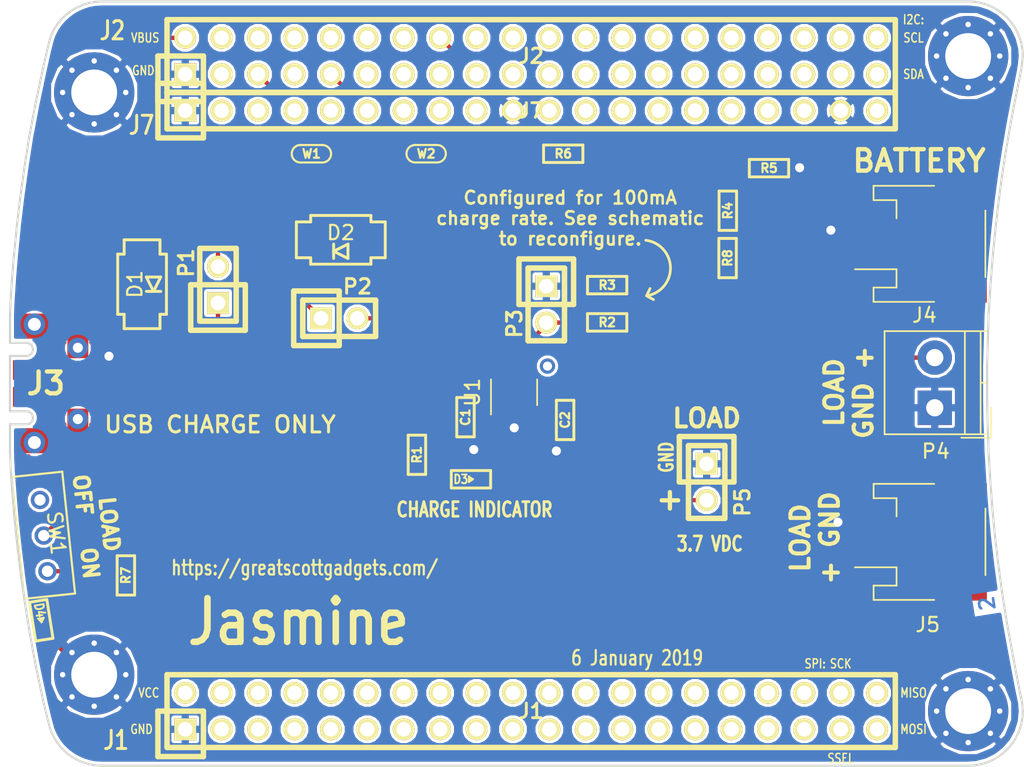
<source format=kicad_pcb>
(kicad_pcb (version 20171130) (host pcbnew 5.0.1-33cea8e~68~ubuntu18.04.1)

  (general
    (thickness 1.6)
    (drawings 137)
    (tracks 154)
    (zones 0)
    (modules 33)
    (nets 112)
  )

  (page A4)
  (layers
    (0 F.Cu signal)
    (31 B.Cu signal hide)
    (32 B.Adhes user)
    (33 F.Adhes user)
    (34 B.Paste user)
    (35 F.Paste user)
    (36 B.SilkS user)
    (37 F.SilkS user)
    (38 B.Mask user)
    (39 F.Mask user)
    (40 Dwgs.User user)
    (41 Cmts.User user)
    (42 Eco1.User user)
    (43 Eco2.User user)
    (44 Edge.Cuts user)
    (45 Margin user)
    (46 B.CrtYd user)
    (47 F.CrtYd user)
    (48 B.Fab user)
    (49 F.Fab user)
  )

  (setup
    (last_trace_width 0.3048)
    (user_trace_width 0.3048)
    (user_trace_width 0.4572)
    (user_trace_width 0.508)
    (trace_clearance 0.1524)
    (zone_clearance 0.2032)
    (zone_45_only no)
    (trace_min 0.2032)
    (segment_width 0.15)
    (edge_width 0.15)
    (via_size 0.762)
    (via_drill 0.3302)
    (via_min_size 0.6858)
    (via_min_drill 0.3302)
    (user_via 0.9398 0.508)
    (user_via 1.016 0.508)
    (user_via 1.0668 0.635)
    (uvia_size 0.508)
    (uvia_drill 0.2032)
    (uvias_allowed no)
    (uvia_min_size 0)
    (uvia_min_drill 0)
    (pcb_text_width 0.3)
    (pcb_text_size 1.5 1.5)
    (mod_edge_width 0.2032)
    (mod_text_size 1 1)
    (mod_text_width 0.15)
    (pad_size 2.4 2.4)
    (pad_drill 1.2)
    (pad_to_mask_clearance 0.127)
    (solder_mask_min_width 0.25)
    (pad_to_paste_clearance_ratio -0.05)
    (aux_axis_origin 0 0)
    (visible_elements FFFFFF7F)
    (pcbplotparams
      (layerselection 0x010a8_80000001)
      (usegerberextensions true)
      (usegerberattributes false)
      (usegerberadvancedattributes false)
      (creategerberjobfile false)
      (excludeedgelayer true)
      (linewidth 0.100000)
      (plotframeref false)
      (viasonmask false)
      (mode 1)
      (useauxorigin false)
      (hpglpennumber 1)
      (hpglpenspeed 20)
      (hpglpendiameter 15.000000)
      (psnegative false)
      (psa4output false)
      (plotreference false)
      (plotvalue false)
      (plotinvisibletext false)
      (padsonsilk false)
      (subtractmaskfromsilk false)
      (outputformat 1)
      (mirror false)
      (drillshape 0)
      (scaleselection 1)
      (outputdirectory "gerber"))
  )

  (net 0 "")
  (net 1 GND)
  (net 2 "Net-(C1-Pad2)")
  (net 3 "Net-(C2-Pad2)")
  (net 4 /+5V)
  (net 5 "Net-(D3-Pad2)")
  (net 6 "Net-(D3-Pad1)")
  (net 7 /P4_9)
  (net 8 /P0_0)
  (net 9 /P4_10)
  (net 10 /P0_1)
  (net 11 /P1_0)
  (net 12 /P5_0)
  (net 13 /P5_1)
  (net 14 /P1_1)
  (net 15 /CLK0)
  (net 16 /P1_2)
  (net 17 /P1_5)
  (net 18 /P5_2)
  (net 19 /P1_7)
  (net 20 /P1_6)
  (net 21 /P1_9)
  (net 22 /P1_8)
  (net 23 /P5_3)
  (net 24 /P1_10)
  (net 25 /P1_12)
  (net 26 /P1_11)
  (net 27 /P5_5)
  (net 28 /P5_4)
  (net 29 /P1_14)
  (net 30 /P1_13)
  (net 31 /P5_6)
  (net 32 /P1_15)
  (net 33 /P5_7)
  (net 34 /P1_16)
  (net 35 /P1_18)
  (net 36 /P1_17)
  (net 37 /P9_5)
  (net 38 /P9_6)
  (net 39 /P2_0)
  (net 40 /P6_0)
  (net 41 /P1_20)
  (net 42 /P1_19)
  (net 43 /P1_4)
  (net 44 /P1_3)
  (net 45 /P4_8)
  (net 46 /P4_0)
  (net 47 /ADC0_0)
  (net 48 /P4_5)
  (net 49 /P4_4)
  (net 50 /P4_2)
  (net 51 /P4_3)
  (net 52 /P4_6)
  (net 53 /P4_7)
  (net 54 /CLK2)
  (net 55 /P2_8)
  (net 56 /P2_7)
  (net 57 /P2_6)
  (net 58 /P7_7)
  (net 59 /WAKEUP0)
  (net 60 /P2_5)
  (net 61 /P2_4)
  (net 62 /P2_3)
  (net 63 /PF_4)
  (net 64 /P3_2)
  (net 65 /P7_2)
  (net 66 /P3_1)
  (net 67 /P7_1)
  (net 68 /P3_0)
  (net 69 /P7_0)
  (net 70 /P3_4)
  (net 71 /P6_8)
  (net 72 /P3_7)
  (net 73 /P6_7)
  (net 74 /P3_3)
  (net 75 /P2_2)
  (net 76 /P6_6)
  (net 77 /P2_1)
  (net 78 /P6_3)
  (net 79 /P3_5)
  (net 80 /P3_6)
  (net 81 /I2C0_SDA)
  (net 82 /I2C0_SCL)
  (net 83 "Net-(J3-Pad4)")
  (net 84 "Net-(J3-Pad3)")
  (net 85 "Net-(J3-Pad2)")
  (net 86 /P6_4)
  (net 87 /P6_5)
  (net 88 /ADC0_5)
  (net 89 /ADC0_2)
  (net 90 /P2_9)
  (net 91 /P2_12)
  (net 92 /P2_13)
  (net 93 /RTC_ALARM)
  (net 94 /RESET)
  (net 95 /VBAT)
  (net 96 /P2_11)
  (net 97 /P2_10)
  (net 98 /P6_10)
  (net 99 /P6_9)
  (net 100 /P6_2)
  (net 101 /P6_1)
  (net 102 "Net-(J3-Pad0)")
  (net 103 "Net-(R4-Pad2)")
  (net 104 "Net-(J1-Pad2)")
  (net 105 "Net-(J7-Pad20)")
  (net 106 "Net-(D2-Pad2)")
  (net 107 "Net-(D4-Pad2)")
  (net 108 "Net-(R2-Pad1)")
  (net 109 "Net-(SW1-Pad3)")
  (net 110 "Net-(J5-Pad1)")
  (net 111 "Net-(P3-Pad2)")

  (net_class Default "This is the default net class."
    (clearance 0.1524)
    (trace_width 0.2032)
    (via_dia 0.762)
    (via_drill 0.3302)
    (uvia_dia 0.508)
    (uvia_drill 0.2032)
    (add_net /+5V)
    (add_net /ADC0_0)
    (add_net /ADC0_2)
    (add_net /ADC0_5)
    (add_net /CLK0)
    (add_net /CLK2)
    (add_net /I2C0_SCL)
    (add_net /I2C0_SDA)
    (add_net /P0_0)
    (add_net /P0_1)
    (add_net /P1_0)
    (add_net /P1_1)
    (add_net /P1_10)
    (add_net /P1_11)
    (add_net /P1_12)
    (add_net /P1_13)
    (add_net /P1_14)
    (add_net /P1_15)
    (add_net /P1_16)
    (add_net /P1_17)
    (add_net /P1_18)
    (add_net /P1_19)
    (add_net /P1_2)
    (add_net /P1_20)
    (add_net /P1_3)
    (add_net /P1_4)
    (add_net /P1_5)
    (add_net /P1_6)
    (add_net /P1_7)
    (add_net /P1_8)
    (add_net /P1_9)
    (add_net /P2_0)
    (add_net /P2_1)
    (add_net /P2_10)
    (add_net /P2_11)
    (add_net /P2_12)
    (add_net /P2_13)
    (add_net /P2_2)
    (add_net /P2_3)
    (add_net /P2_4)
    (add_net /P2_5)
    (add_net /P2_6)
    (add_net /P2_7)
    (add_net /P2_8)
    (add_net /P2_9)
    (add_net /P3_0)
    (add_net /P3_1)
    (add_net /P3_2)
    (add_net /P3_3)
    (add_net /P3_4)
    (add_net /P3_5)
    (add_net /P3_6)
    (add_net /P3_7)
    (add_net /P4_0)
    (add_net /P4_10)
    (add_net /P4_2)
    (add_net /P4_3)
    (add_net /P4_4)
    (add_net /P4_5)
    (add_net /P4_6)
    (add_net /P4_7)
    (add_net /P4_8)
    (add_net /P4_9)
    (add_net /P5_0)
    (add_net /P5_1)
    (add_net /P5_2)
    (add_net /P5_3)
    (add_net /P5_4)
    (add_net /P5_5)
    (add_net /P5_6)
    (add_net /P5_7)
    (add_net /P6_0)
    (add_net /P6_1)
    (add_net /P6_10)
    (add_net /P6_2)
    (add_net /P6_3)
    (add_net /P6_4)
    (add_net /P6_5)
    (add_net /P6_6)
    (add_net /P6_7)
    (add_net /P6_8)
    (add_net /P6_9)
    (add_net /P7_0)
    (add_net /P7_1)
    (add_net /P7_2)
    (add_net /P7_7)
    (add_net /P9_5)
    (add_net /P9_6)
    (add_net /PF_4)
    (add_net /RESET)
    (add_net /RTC_ALARM)
    (add_net /VBAT)
    (add_net /WAKEUP0)
    (add_net GND)
    (add_net "Net-(C1-Pad2)")
    (add_net "Net-(C2-Pad2)")
    (add_net "Net-(D2-Pad2)")
    (add_net "Net-(D3-Pad1)")
    (add_net "Net-(D3-Pad2)")
    (add_net "Net-(D4-Pad2)")
    (add_net "Net-(J1-Pad2)")
    (add_net "Net-(J3-Pad0)")
    (add_net "Net-(J3-Pad2)")
    (add_net "Net-(J3-Pad3)")
    (add_net "Net-(J3-Pad4)")
    (add_net "Net-(J5-Pad1)")
    (add_net "Net-(J7-Pad20)")
    (add_net "Net-(P3-Pad2)")
    (add_net "Net-(R2-Pad1)")
    (add_net "Net-(R4-Pad2)")
    (add_net "Net-(SW1-Pad3)")
  )

  (module gsg-modules:MHSS1105 (layer F.Cu) (tedit 5C4CD9B1) (tstamp 5C4BAE5D)
    (at 112.05 105.86 186)
    (path /5C43F8CD)
    (fp_text reference SW1 (at -0.893994 0.087029 96) (layer F.SilkS)
      (effects (font (size 1 1) (thickness 0.15)))
    )
    (fp_text value SW_SPDT (at 0 -4.25 186) (layer F.Fab) hide
      (effects (font (size 1 1) (thickness 0.15)))
    )
    (fp_line (start -1.75 -4.25) (end -0.9 -4.25) (layer F.SilkS) (width 0.15))
    (fp_line (start -1.75 4.3) (end -1.75 -4.25) (layer F.SilkS) (width 0.15))
    (fp_line (start 1.8 4.3) (end -1.75 4.3) (layer F.SilkS) (width 0.15))
    (fp_line (start 1.8 -4.25) (end 1.8 4.3) (layer F.SilkS) (width 0.15))
    (fp_line (start -0.9 -4.25) (end 1.8 -4.25) (layer F.SilkS) (width 0.15))
    (pad 1 thru_hole circle (at 0 -2.5 186) (size 1.28 1.28) (drill 0.79) (layers *.Cu *.Mask)
      (net 110 "Net-(J5-Pad1)"))
    (pad 2 thru_hole circle (at 0 0 186) (size 1.28 1.28) (drill 0.79) (layers *.Cu *.Mask)
      (net 3 "Net-(C2-Pad2)"))
    (pad 3 thru_hole circle (at 0 2.5 186) (size 1.28 1.28) (drill 0.79) (layers *.Cu *.Mask)
      (net 109 "Net-(SW1-Pad3)"))
  )

  (module gsg-modules:HEADER-1x20 (layer F.Cu) (tedit 560071ED) (tstamp 56008D0F)
    (at 146.05 76.2)
    (tags CONN)
    (path /560E713A)
    (fp_text reference J7 (at 0 0) (layer F.SilkS)
      (effects (font (size 1.016 1.016) (thickness 0.2032)))
    )
    (fp_text value BONUS_ROW (at -15.24 0) (layer F.SilkS) hide
      (effects (font (size 1.016 1.016) (thickness 0.2032)))
    )
    (fp_line (start -22.86 1.905) (end -22.86 -1.905) (layer F.SilkS) (width 0.381))
    (fp_line (start -22.86 -1.905) (end -26.035 -1.905) (layer F.SilkS) (width 0.381))
    (fp_line (start -26.035 -1.905) (end -26.035 1.905) (layer F.SilkS) (width 0.381))
    (fp_line (start -25.4 -1.27) (end -25.4 1.27) (layer F.SilkS) (width 0.381))
    (fp_line (start -25.4 1.27) (end 25.4 1.27) (layer F.SilkS) (width 0.381))
    (fp_line (start 25.4 1.27) (end 25.4 -1.27) (layer F.SilkS) (width 0.381))
    (fp_line (start 25.4 -1.27) (end -25.4 -1.27) (layer F.SilkS) (width 0.381))
    (fp_line (start -26.035 1.905) (end -22.86 1.905) (layer F.SilkS) (width 0.381))
    (pad 1 thru_hole rect (at -24.13 0) (size 1.524 1.524) (drill 1.016) (layers *.Cu *.Mask F.SilkS)
      (net 1 GND) (die_length 0.08382))
    (pad 2 thru_hole circle (at -21.59 0) (size 1.524 1.524) (drill 1.016) (layers *.Cu *.Mask F.SilkS)
      (net 86 /P6_4) (die_length 0.06096))
    (pad 3 thru_hole circle (at -19.05 0) (size 1.524 1.524) (drill 1.016) (layers *.Cu *.Mask F.SilkS)
      (net 87 /P6_5) (die_length 0.08382))
    (pad 4 thru_hole circle (at -16.51 0) (size 1.524 1.524) (drill 1.016) (layers *.Cu *.Mask F.SilkS)
      (net 88 /ADC0_5) (die_length -2147.483648))
    (pad 5 thru_hole circle (at -13.97 0) (size 1.524 1.524) (drill 1.016) (layers *.Cu *.Mask F.SilkS)
      (net 89 /ADC0_2) (die_length -2147.483648))
    (pad 6 thru_hole circle (at -11.43 0) (size 1.524 1.524) (drill 1.016) (layers *.Cu *.Mask F.SilkS)
      (net 90 /P2_9) (die_length 0.7874))
    (pad 7 thru_hole circle (at -8.89 0) (size 1.524 1.524) (drill 1.016) (layers *.Cu *.Mask F.SilkS)
      (net 91 /P2_12) (die_length -2147.483648))
    (pad 8 thru_hole circle (at -6.35 0) (size 1.524 1.524) (drill 1.016) (layers *.Cu *.Mask F.SilkS)
      (net 92 /P2_13) (die_length -2147.483648))
    (pad 9 thru_hole circle (at -3.81 0) (size 1.524 1.524) (drill 1.016) (layers *.Cu *.Mask F.SilkS)
      (net 93 /RTC_ALARM))
    (pad 10 thru_hole circle (at -1.27 0) (size 1.524 1.524) (drill 1.016) (layers *.Cu *.Mask F.SilkS)
      (net 1 GND))
    (pad 11 thru_hole circle (at 1.27 0) (size 1.524 1.524) (drill 1.016) (layers *.Cu *.Mask F.SilkS)
      (net 94 /RESET))
    (pad 12 thru_hole circle (at 3.81 0) (size 1.524 1.524) (drill 1.016) (layers *.Cu *.Mask F.SilkS)
      (net 95 /VBAT))
    (pad 13 thru_hole circle (at 6.35 0) (size 1.524 1.524) (drill 1.016) (layers *.Cu *.Mask F.SilkS)
      (net 96 /P2_11))
    (pad 14 thru_hole circle (at 8.89 0) (size 1.524 1.524) (drill 1.016) (layers *.Cu *.Mask F.SilkS)
      (net 97 /P2_10))
    (pad 15 thru_hole circle (at 11.43 0) (size 1.524 1.524) (drill 1.016) (layers *.Cu *.Mask F.SilkS)
      (net 98 /P6_10))
    (pad 16 thru_hole circle (at 13.97 0) (size 1.524 1.524) (drill 1.016) (layers *.Cu *.Mask F.SilkS)
      (net 99 /P6_9))
    (pad 17 thru_hole circle (at 16.51 0) (size 1.524 1.524) (drill 1.016) (layers *.Cu *.Mask F.SilkS)
      (net 100 /P6_2))
    (pad 18 thru_hole circle (at 19.05 0) (size 1.524 1.524) (drill 1.016) (layers *.Cu *.Mask F.SilkS)
      (net 101 /P6_1))
    (pad 19 thru_hole circle (at 21.59 0) (size 1.524 1.524) (drill 1.016) (layers *.Cu *.Mask F.SilkS)
      (net 1 GND))
    (pad 20 thru_hole circle (at 24.13 0) (size 1.524 1.524) (drill 1.016) (layers *.Cu *.Mask F.SilkS)
      (net 105 "Net-(J7-Pad20)"))
  )

  (module gsg-modules:HEADER-2x20 (layer F.Cu) (tedit 4F8A60EE) (tstamp 56008C89)
    (at 146.05 118.11)
    (tags CONN)
    (path /55FB1D52)
    (fp_text reference J1 (at 0 0) (layer F.SilkS)
      (effects (font (size 1.016 1.016) (thickness 0.2032)))
    )
    (fp_text value NEIGHBOR1 (at 0 0) (layer F.SilkS) hide
      (effects (font (size 1.016 1.016) (thickness 0.2032)))
    )
    (fp_line (start -25.4 -2.54) (end 25.4 -2.54) (layer F.SilkS) (width 0.381))
    (fp_line (start 25.4 -2.54) (end 25.4 2.54) (layer F.SilkS) (width 0.381))
    (fp_line (start 25.4 2.54) (end -25.4 2.54) (layer F.SilkS) (width 0.381))
    (fp_line (start -22.86 0) (end -26.035 0) (layer F.SilkS) (width 0.381))
    (fp_line (start -26.035 0) (end -26.035 3.175) (layer F.SilkS) (width 0.381))
    (fp_line (start -26.035 3.175) (end -22.86 3.175) (layer F.SilkS) (width 0.381))
    (fp_line (start -22.86 3.175) (end -22.86 0) (layer F.SilkS) (width 0.381))
    (fp_line (start -25.4 2.54) (end -25.4 -2.54) (layer F.SilkS) (width 0.381))
    (pad 1 thru_hole rect (at -24.13 1.27) (size 1.524 1.524) (drill 1.016) (layers *.Cu *.Mask F.SilkS)
      (net 1 GND) (die_length 0.08382))
    (pad 2 thru_hole circle (at -24.13 -1.27) (size 1.524 1.524) (drill 1.016) (layers *.Cu *.Mask F.SilkS)
      (net 104 "Net-(J1-Pad2)") (die_length -2147.483648))
    (pad 3 thru_hole circle (at -21.59 1.27) (size 1.524 1.524) (drill 1.016) (layers *.Cu *.Mask F.SilkS)
      (net 7 /P4_9) (die_length 0.06096))
    (pad 4 thru_hole circle (at -21.59 -1.27) (size 1.524 1.524) (drill 1.016) (layers *.Cu *.Mask F.SilkS)
      (net 8 /P0_0) (die_length -2147.483648))
    (pad 5 thru_hole circle (at -19.05 1.27) (size 1.524 1.524) (drill 1.016) (layers *.Cu *.Mask F.SilkS)
      (net 9 /P4_10) (die_length 0.12192))
    (pad 6 thru_hole circle (at -19.05 -1.27) (size 1.524 1.524) (drill 1.016) (layers *.Cu *.Mask F.SilkS)
      (net 10 /P0_1) (die_length 0.12192))
    (pad 7 thru_hole circle (at -16.51 1.27) (size 1.524 1.524) (drill 1.016) (layers *.Cu *.Mask F.SilkS)
      (net 11 /P1_0) (die_length 0.12192))
    (pad 8 thru_hole circle (at -16.51 -1.27) (size 1.524 1.524) (drill 1.016) (layers *.Cu *.Mask F.SilkS)
      (net 12 /P5_0) (die_length 0.08382))
    (pad 9 thru_hole circle (at -13.97 1.27) (size 1.524 1.524) (drill 1.016) (layers *.Cu *.Mask F.SilkS)
      (net 13 /P5_1) (die_length -2147.483648))
    (pad 10 thru_hole circle (at -13.97 -1.27) (size 1.524 1.524) (drill 1.016) (layers *.Cu *.Mask F.SilkS)
      (net 14 /P1_1) (die_length 0.24638))
    (pad 11 thru_hole circle (at -11.43 1.27) (size 1.524 1.524) (drill 1.016) (layers *.Cu *.Mask F.SilkS)
      (net 15 /CLK0) (die_length -2147.483648))
    (pad 12 thru_hole circle (at -11.43 -1.27) (size 1.524 1.524) (drill 1.016) (layers *.Cu *.Mask F.SilkS)
      (net 16 /P1_2) (die_length -2147.483648))
    (pad 13 thru_hole circle (at -8.89 1.27) (size 1.524 1.524) (drill 1.016) (layers *.Cu *.Mask F.SilkS)
      (net 17 /P1_5) (die_length 0.10668))
    (pad 14 thru_hole circle (at -8.89 -1.27) (size 1.524 1.524) (drill 1.016) (layers *.Cu *.Mask F.SilkS)
      (net 18 /P5_2) (die_length 0.04318))
    (pad 15 thru_hole circle (at -6.35 1.27) (size 1.524 1.524) (drill 1.016) (layers *.Cu *.Mask F.SilkS)
      (net 19 /P1_7) (die_length 0.02286))
    (pad 16 thru_hole circle (at -6.35 -1.27) (size 1.524 1.524) (drill 1.016) (layers *.Cu *.Mask F.SilkS)
      (net 20 /P1_6) (die_length 0.25146))
    (pad 17 thru_hole circle (at -3.81 1.27) (size 1.524 1.524) (drill 1.016) (layers *.Cu *.Mask F.SilkS)
      (net 21 /P1_9) (die_length -2147.483648))
    (pad 18 thru_hole circle (at -3.81 -1.27) (size 1.524 1.524) (drill 1.016) (layers *.Cu *.Mask F.SilkS)
      (net 22 /P1_8) (die_length -2147.483648))
    (pad 19 thru_hole circle (at -1.27 1.27) (size 1.524 1.524) (drill 1.016) (layers *.Cu *.Mask F.SilkS)
      (net 23 /P5_3) (die_length 0.08382))
    (pad 20 thru_hole circle (at -1.27 -1.27) (size 1.524 1.524) (drill 1.016) (layers *.Cu *.Mask F.SilkS)
      (net 24 /P1_10) (die_length 0.08382))
    (pad 21 thru_hole circle (at 1.27 1.27) (size 1.524 1.524) (drill 1.016) (layers *.Cu *.Mask F.SilkS)
      (net 25 /P1_12) (die_length -2147.483648))
    (pad 22 thru_hole circle (at 1.27 -1.27) (size 1.524 1.524) (drill 1.016) (layers *.Cu *.Mask F.SilkS)
      (net 26 /P1_11) (die_length 0.08382))
    (pad 23 thru_hole circle (at 3.81 1.27) (size 1.524 1.524) (drill 1.016) (layers *.Cu *.Mask F.SilkS)
      (net 27 /P5_5) (die_length -2147.483648))
    (pad 24 thru_hole circle (at 3.81 -1.27) (size 1.524 1.524) (drill 1.016) (layers *.Cu *.Mask F.SilkS)
      (net 28 /P5_4) (die_length -2147.483648))
    (pad 25 thru_hole circle (at 6.35 1.27) (size 1.524 1.524) (drill 1.016) (layers *.Cu *.Mask F.SilkS)
      (net 29 /P1_14) (die_length 0.08382))
    (pad 26 thru_hole circle (at 6.35 -1.27) (size 1.524 1.524) (drill 1.016) (layers *.Cu *.Mask F.SilkS)
      (net 30 /P1_13) (die_length -2147.483648))
    (pad 27 thru_hole circle (at 8.89 1.27) (size 1.524 1.524) (drill 1.016) (layers *.Cu *.Mask F.SilkS)
      (net 31 /P5_6) (die_length -2147.483648))
    (pad 28 thru_hole circle (at 8.89 -1.27) (size 1.524 1.524) (drill 1.016) (layers *.Cu *.Mask F.SilkS)
      (net 32 /P1_15) (die_length 0.08382))
    (pad 29 thru_hole circle (at 11.43 1.27) (size 1.524 1.524) (drill 1.016) (layers *.Cu *.Mask F.SilkS)
      (net 33 /P5_7) (die_length 0.08382))
    (pad 30 thru_hole circle (at 11.43 -1.27) (size 1.524 1.524) (drill 1.016) (layers *.Cu *.Mask F.SilkS)
      (net 34 /P1_16) (die_length -2147.483648))
    (pad 31 thru_hole circle (at 13.97 1.27) (size 1.524 1.524) (drill 1.016) (layers *.Cu *.Mask F.SilkS)
      (net 35 /P1_18) (die_length 0.08382))
    (pad 32 thru_hole circle (at 13.97 -1.27) (size 1.524 1.524) (drill 1.016) (layers *.Cu *.Mask F.SilkS)
      (net 36 /P1_17) (die_length -2147.483648))
    (pad 33 thru_hole circle (at 16.51 1.27) (size 1.524 1.524) (drill 1.016) (layers *.Cu *.Mask F.SilkS)
      (net 37 /P9_5) (die_length -2147.483648))
    (pad 34 thru_hole circle (at 16.51 -1.27) (size 1.524 1.524) (drill 1.016) (layers *.Cu *.Mask F.SilkS)
      (net 38 /P9_6) (die_length 0.08382))
    (pad 35 thru_hole circle (at 19.05 1.27) (size 1.524 1.524) (drill 1.016) (layers *.Cu *.Mask F.SilkS)
      (net 39 /P2_0) (die_length -2147.483648))
    (pad 36 thru_hole circle (at 19.05 -1.27) (size 1.524 1.524) (drill 1.016) (layers *.Cu *.Mask F.SilkS)
      (net 40 /P6_0) (die_length 0.08382))
    (pad 37 thru_hole circle (at 21.59 1.27) (size 1.524 1.524) (drill 1.016) (layers *.Cu *.Mask F.SilkS)
      (net 41 /P1_20) (die_length 0.08382))
    (pad 38 thru_hole circle (at 21.59 -1.27) (size 1.524 1.524) (drill 1.016) (layers *.Cu *.Mask F.SilkS)
      (net 42 /P1_19) (die_length -2147.483648))
    (pad 39 thru_hole circle (at 24.13 1.27) (size 1.524 1.524) (drill 1.016) (layers *.Cu *.Mask F.SilkS)
      (net 43 /P1_4) (die_length 0.08382))
    (pad 40 thru_hole circle (at 24.13 -1.27) (size 1.524 1.524) (drill 1.016) (layers *.Cu *.Mask F.SilkS)
      (net 44 /P1_3) (die_length 0.08382))
  )

  (module gsg-modules:HEADER-2x20 (layer F.Cu) (tedit 4F8A60EE) (tstamp 56008CB5)
    (at 146.05 72.39)
    (tags CONN)
    (path /55EAB4B7)
    (fp_text reference J2 (at 0 0) (layer F.SilkS)
      (effects (font (size 1.016 1.016) (thickness 0.2032)))
    )
    (fp_text value NEIGHBOR2 (at 0 0) (layer F.SilkS) hide
      (effects (font (size 1.016 1.016) (thickness 0.2032)))
    )
    (fp_line (start -25.4 -2.54) (end 25.4 -2.54) (layer F.SilkS) (width 0.381))
    (fp_line (start 25.4 -2.54) (end 25.4 2.54) (layer F.SilkS) (width 0.381))
    (fp_line (start 25.4 2.54) (end -25.4 2.54) (layer F.SilkS) (width 0.381))
    (fp_line (start -22.86 0) (end -26.035 0) (layer F.SilkS) (width 0.381))
    (fp_line (start -26.035 0) (end -26.035 3.175) (layer F.SilkS) (width 0.381))
    (fp_line (start -26.035 3.175) (end -22.86 3.175) (layer F.SilkS) (width 0.381))
    (fp_line (start -22.86 3.175) (end -22.86 0) (layer F.SilkS) (width 0.381))
    (fp_line (start -25.4 2.54) (end -25.4 -2.54) (layer F.SilkS) (width 0.381))
    (pad 1 thru_hole rect (at -24.13 1.27) (size 1.524 1.524) (drill 1.016) (layers *.Cu *.Mask F.SilkS)
      (net 1 GND) (die_length 0.08382))
    (pad 2 thru_hole circle (at -24.13 -1.27) (size 1.524 1.524) (drill 1.016) (layers *.Cu *.Mask F.SilkS)
      (net 4 /+5V) (die_length -2147.483648))
    (pad 3 thru_hole circle (at -21.59 1.27) (size 1.524 1.524) (drill 1.016) (layers *.Cu *.Mask F.SilkS)
      (net 45 /P4_8) (die_length 0.06096))
    (pad 4 thru_hole circle (at -21.59 -1.27) (size 1.524 1.524) (drill 1.016) (layers *.Cu *.Mask F.SilkS)
      (net 46 /P4_0) (die_length -2147.483648))
    (pad 5 thru_hole circle (at -19.05 1.27) (size 1.524 1.524) (drill 1.016) (layers *.Cu *.Mask F.SilkS)
      (net 47 /ADC0_0) (die_length 0.12192))
    (pad 6 thru_hole circle (at -19.05 -1.27) (size 1.524 1.524) (drill 1.016) (layers *.Cu *.Mask F.SilkS)
      (net 48 /P4_5) (die_length 0.12192))
    (pad 7 thru_hole circle (at -16.51 1.27) (size 1.524 1.524) (drill 1.016) (layers *.Cu *.Mask F.SilkS)
      (net 49 /P4_4) (die_length 0.12192))
    (pad 8 thru_hole circle (at -16.51 -1.27) (size 1.524 1.524) (drill 1.016) (layers *.Cu *.Mask F.SilkS)
      (net 50 /P4_2) (die_length 0.08382))
    (pad 9 thru_hole circle (at -13.97 1.27) (size 1.524 1.524) (drill 1.016) (layers *.Cu *.Mask F.SilkS)
      (net 51 /P4_3) (die_length -2147.483648))
    (pad 10 thru_hole circle (at -13.97 -1.27) (size 1.524 1.524) (drill 1.016) (layers *.Cu *.Mask F.SilkS)
      (net 52 /P4_6) (die_length 0.24638))
    (pad 11 thru_hole circle (at -11.43 1.27) (size 1.524 1.524) (drill 1.016) (layers *.Cu *.Mask F.SilkS)
      (net 53 /P4_7) (die_length -2147.483648))
    (pad 12 thru_hole circle (at -11.43 -1.27) (size 1.524 1.524) (drill 1.016) (layers *.Cu *.Mask F.SilkS)
      (net 54 /CLK2) (die_length -2147.483648))
    (pad 13 thru_hole circle (at -8.89 1.27) (size 1.524 1.524) (drill 1.016) (layers *.Cu *.Mask F.SilkS)
      (net 55 /P2_8) (die_length 0.10668))
    (pad 14 thru_hole circle (at -8.89 -1.27) (size 1.524 1.524) (drill 1.016) (layers *.Cu *.Mask F.SilkS)
      (net 56 /P2_7) (die_length 0.04318))
    (pad 15 thru_hole circle (at -6.35 1.27) (size 1.524 1.524) (drill 1.016) (layers *.Cu *.Mask F.SilkS)
      (net 57 /P2_6) (die_length 0.02286))
    (pad 16 thru_hole circle (at -6.35 -1.27) (size 1.524 1.524) (drill 1.016) (layers *.Cu *.Mask F.SilkS)
      (net 58 /P7_7) (die_length 0.25146))
    (pad 17 thru_hole circle (at -3.81 1.27) (size 1.524 1.524) (drill 1.016) (layers *.Cu *.Mask F.SilkS)
      (net 59 /WAKEUP0) (die_length -2147.483648))
    (pad 18 thru_hole circle (at -3.81 -1.27) (size 1.524 1.524) (drill 1.016) (layers *.Cu *.Mask F.SilkS)
      (net 60 /P2_5) (die_length -2147.483648))
    (pad 19 thru_hole circle (at -1.27 1.27) (size 1.524 1.524) (drill 1.016) (layers *.Cu *.Mask F.SilkS)
      (net 61 /P2_4) (die_length 0.08382))
    (pad 20 thru_hole circle (at -1.27 -1.27) (size 1.524 1.524) (drill 1.016) (layers *.Cu *.Mask F.SilkS)
      (net 62 /P2_3) (die_length 0.08382))
    (pad 21 thru_hole circle (at 1.27 1.27) (size 1.524 1.524) (drill 1.016) (layers *.Cu *.Mask F.SilkS)
      (net 63 /PF_4) (die_length -2147.483648))
    (pad 22 thru_hole circle (at 1.27 -1.27) (size 1.524 1.524) (drill 1.016) (layers *.Cu *.Mask F.SilkS)
      (net 64 /P3_2) (die_length 0.08382))
    (pad 23 thru_hole circle (at 3.81 1.27) (size 1.524 1.524) (drill 1.016) (layers *.Cu *.Mask F.SilkS)
      (net 65 /P7_2) (die_length -2147.483648))
    (pad 24 thru_hole circle (at 3.81 -1.27) (size 1.524 1.524) (drill 1.016) (layers *.Cu *.Mask F.SilkS)
      (net 66 /P3_1) (die_length -2147.483648))
    (pad 25 thru_hole circle (at 6.35 1.27) (size 1.524 1.524) (drill 1.016) (layers *.Cu *.Mask F.SilkS)
      (net 67 /P7_1) (die_length 0.08382))
    (pad 26 thru_hole circle (at 6.35 -1.27) (size 1.524 1.524) (drill 1.016) (layers *.Cu *.Mask F.SilkS)
      (net 68 /P3_0) (die_length -2147.483648))
    (pad 27 thru_hole circle (at 8.89 1.27) (size 1.524 1.524) (drill 1.016) (layers *.Cu *.Mask F.SilkS)
      (net 69 /P7_0) (die_length -2147.483648))
    (pad 28 thru_hole circle (at 8.89 -1.27) (size 1.524 1.524) (drill 1.016) (layers *.Cu *.Mask F.SilkS)
      (net 70 /P3_4) (die_length 0.08382))
    (pad 29 thru_hole circle (at 11.43 1.27) (size 1.524 1.524) (drill 1.016) (layers *.Cu *.Mask F.SilkS)
      (net 71 /P6_8) (die_length 0.08382))
    (pad 30 thru_hole circle (at 11.43 -1.27) (size 1.524 1.524) (drill 1.016) (layers *.Cu *.Mask F.SilkS)
      (net 72 /P3_7) (die_length -2147.483648))
    (pad 31 thru_hole circle (at 13.97 1.27) (size 1.524 1.524) (drill 1.016) (layers *.Cu *.Mask F.SilkS)
      (net 73 /P6_7) (die_length 0.08382))
    (pad 32 thru_hole circle (at 13.97 -1.27) (size 1.524 1.524) (drill 1.016) (layers *.Cu *.Mask F.SilkS)
      (net 74 /P3_3) (die_length -2147.483648))
    (pad 33 thru_hole circle (at 16.51 1.27) (size 1.524 1.524) (drill 1.016) (layers *.Cu *.Mask F.SilkS)
      (net 75 /P2_2) (die_length -2147.483648))
    (pad 34 thru_hole circle (at 16.51 -1.27) (size 1.524 1.524) (drill 1.016) (layers *.Cu *.Mask F.SilkS)
      (net 76 /P6_6) (die_length 0.08382))
    (pad 35 thru_hole circle (at 19.05 1.27) (size 1.524 1.524) (drill 1.016) (layers *.Cu *.Mask F.SilkS)
      (net 77 /P2_1) (die_length -2147.483648))
    (pad 36 thru_hole circle (at 19.05 -1.27) (size 1.524 1.524) (drill 1.016) (layers *.Cu *.Mask F.SilkS)
      (net 78 /P6_3) (die_length 0.08382))
    (pad 37 thru_hole circle (at 21.59 1.27) (size 1.524 1.524) (drill 1.016) (layers *.Cu *.Mask F.SilkS)
      (net 79 /P3_5) (die_length 0.08382))
    (pad 38 thru_hole circle (at 21.59 -1.27) (size 1.524 1.524) (drill 1.016) (layers *.Cu *.Mask F.SilkS)
      (net 80 /P3_6) (die_length -2147.483648))
    (pad 39 thru_hole circle (at 24.13 1.27) (size 1.524 1.524) (drill 1.016) (layers *.Cu *.Mask F.SilkS)
      (net 81 /I2C0_SDA) (die_length 0.08382))
    (pad 40 thru_hole circle (at 24.13 -1.27) (size 1.524 1.524) (drill 1.016) (layers *.Cu *.Mask F.SilkS)
      (net 82 /I2C0_SCL) (die_length 0.08382))
  )

  (module gsg-modules:HOLE126MIL-COPPER (layer F.Cu) (tedit 528F8568) (tstamp 56009D36)
    (at 115.57 74.93)
    (path /56010ADB)
    (fp_text reference MH1 (at 0 0) (layer F.SilkS) hide
      (effects (font (size 1.00076 1.00076) (thickness 0.2032)))
    )
    (fp_text value MOUNTING_HOLE (at 0 0) (layer F.SilkS) hide
      (effects (font (size 1.00076 1.00076) (thickness 0.2032)))
    )
    (pad 1 thru_hole circle (at 0 0) (size 5.6 5.6) (drill 3.2004) (layers *.Cu *.Mask)
      (net 1 GND))
    (pad 1 thru_hole circle (at 0 -2.2) (size 0.6 0.6) (drill 0.381) (layers *.Cu *.Mask)
      (net 1 GND))
    (pad 1 thru_hole circle (at -2.2 0) (size 0.6 0.6) (drill 0.381) (layers *.Cu *.Mask)
      (net 1 GND))
    (pad 1 thru_hole circle (at 0 2.2) (size 0.6 0.6) (drill 0.381) (layers *.Cu *.Mask)
      (net 1 GND))
    (pad 1 thru_hole circle (at 2.2 0) (size 0.6 0.6) (drill 0.381) (layers *.Cu *.Mask)
      (net 1 GND))
    (pad 1 thru_hole circle (at 1.55 -1.55) (size 0.6 0.6) (drill 0.381) (layers *.Cu *.Mask)
      (net 1 GND))
    (pad 1 thru_hole circle (at -1.55 -1.55) (size 0.6 0.6) (drill 0.381) (layers *.Cu *.Mask)
      (net 1 GND))
    (pad 1 thru_hole circle (at -1.55 1.55) (size 0.6 0.6) (drill 0.381) (layers *.Cu *.Mask)
      (net 1 GND))
    (pad 1 thru_hole circle (at 1.55 1.55) (size 0.6 0.6) (drill 0.381) (layers *.Cu *.Mask)
      (net 1 GND))
  )

  (module gsg-modules:HOLE126MIL-COPPER (layer F.Cu) (tedit 528F8568) (tstamp 56009D43)
    (at 115.57 115.57)
    (path /56010AE9)
    (fp_text reference MH2 (at 0 0) (layer F.SilkS) hide
      (effects (font (size 1.00076 1.00076) (thickness 0.2032)))
    )
    (fp_text value MOUNTING_HOLE (at 0 0) (layer F.SilkS) hide
      (effects (font (size 1.00076 1.00076) (thickness 0.2032)))
    )
    (pad 1 thru_hole circle (at 0 0) (size 5.6 5.6) (drill 3.2004) (layers *.Cu *.Mask)
      (net 1 GND))
    (pad 1 thru_hole circle (at 0 -2.2) (size 0.6 0.6) (drill 0.381) (layers *.Cu *.Mask)
      (net 1 GND))
    (pad 1 thru_hole circle (at -2.2 0) (size 0.6 0.6) (drill 0.381) (layers *.Cu *.Mask)
      (net 1 GND))
    (pad 1 thru_hole circle (at 0 2.2) (size 0.6 0.6) (drill 0.381) (layers *.Cu *.Mask)
      (net 1 GND))
    (pad 1 thru_hole circle (at 2.2 0) (size 0.6 0.6) (drill 0.381) (layers *.Cu *.Mask)
      (net 1 GND))
    (pad 1 thru_hole circle (at 1.55 -1.55) (size 0.6 0.6) (drill 0.381) (layers *.Cu *.Mask)
      (net 1 GND))
    (pad 1 thru_hole circle (at -1.55 -1.55) (size 0.6 0.6) (drill 0.381) (layers *.Cu *.Mask)
      (net 1 GND))
    (pad 1 thru_hole circle (at -1.55 1.55) (size 0.6 0.6) (drill 0.381) (layers *.Cu *.Mask)
      (net 1 GND))
    (pad 1 thru_hole circle (at 1.55 1.55) (size 0.6 0.6) (drill 0.381) (layers *.Cu *.Mask)
      (net 1 GND))
  )

  (module gsg-modules:HOLE126MIL-COPPER (layer F.Cu) (tedit 528F8568) (tstamp 56009D50)
    (at 176.53 118.11)
    (path /5600EED5)
    (fp_text reference MH3 (at 0 0) (layer F.SilkS) hide
      (effects (font (size 1.00076 1.00076) (thickness 0.2032)))
    )
    (fp_text value MOUNTING_HOLE (at 0 0) (layer F.SilkS) hide
      (effects (font (size 1.00076 1.00076) (thickness 0.2032)))
    )
    (pad 1 thru_hole circle (at 0 0) (size 5.6 5.6) (drill 3.2004) (layers *.Cu *.Mask)
      (net 1 GND))
    (pad 1 thru_hole circle (at 0 -2.2) (size 0.6 0.6) (drill 0.381) (layers *.Cu *.Mask)
      (net 1 GND))
    (pad 1 thru_hole circle (at -2.2 0) (size 0.6 0.6) (drill 0.381) (layers *.Cu *.Mask)
      (net 1 GND))
    (pad 1 thru_hole circle (at 0 2.2) (size 0.6 0.6) (drill 0.381) (layers *.Cu *.Mask)
      (net 1 GND))
    (pad 1 thru_hole circle (at 2.2 0) (size 0.6 0.6) (drill 0.381) (layers *.Cu *.Mask)
      (net 1 GND))
    (pad 1 thru_hole circle (at 1.55 -1.55) (size 0.6 0.6) (drill 0.381) (layers *.Cu *.Mask)
      (net 1 GND))
    (pad 1 thru_hole circle (at -1.55 -1.55) (size 0.6 0.6) (drill 0.381) (layers *.Cu *.Mask)
      (net 1 GND))
    (pad 1 thru_hole circle (at -1.55 1.55) (size 0.6 0.6) (drill 0.381) (layers *.Cu *.Mask)
      (net 1 GND))
    (pad 1 thru_hole circle (at 1.55 1.55) (size 0.6 0.6) (drill 0.381) (layers *.Cu *.Mask)
      (net 1 GND))
  )

  (module gsg-modules:HOLE126MIL-COPPER (layer F.Cu) (tedit 528F8568) (tstamp 56009D5D)
    (at 176.53 72.39)
    (path /560100F3)
    (fp_text reference MH4 (at 0 0) (layer F.SilkS) hide
      (effects (font (size 1.00076 1.00076) (thickness 0.2032)))
    )
    (fp_text value MOUNTING_HOLE (at 0 0) (layer F.SilkS) hide
      (effects (font (size 1.00076 1.00076) (thickness 0.2032)))
    )
    (pad 1 thru_hole circle (at 0 0) (size 5.6 5.6) (drill 3.2004) (layers *.Cu *.Mask)
      (net 1 GND))
    (pad 1 thru_hole circle (at 0 -2.2) (size 0.6 0.6) (drill 0.381) (layers *.Cu *.Mask)
      (net 1 GND))
    (pad 1 thru_hole circle (at -2.2 0) (size 0.6 0.6) (drill 0.381) (layers *.Cu *.Mask)
      (net 1 GND))
    (pad 1 thru_hole circle (at 0 2.2) (size 0.6 0.6) (drill 0.381) (layers *.Cu *.Mask)
      (net 1 GND))
    (pad 1 thru_hole circle (at 2.2 0) (size 0.6 0.6) (drill 0.381) (layers *.Cu *.Mask)
      (net 1 GND))
    (pad 1 thru_hole circle (at 1.55 -1.55) (size 0.6 0.6) (drill 0.381) (layers *.Cu *.Mask)
      (net 1 GND))
    (pad 1 thru_hole circle (at -1.55 -1.55) (size 0.6 0.6) (drill 0.381) (layers *.Cu *.Mask)
      (net 1 GND))
    (pad 1 thru_hole circle (at -1.55 1.55) (size 0.6 0.6) (drill 0.381) (layers *.Cu *.Mask)
      (net 1 GND))
    (pad 1 thru_hole circle (at 1.55 1.55) (size 0.6 0.6) (drill 0.381) (layers *.Cu *.Mask)
      (net 1 GND))
  )

  (module gsg-modules:0603 (layer F.Cu) (tedit 5605D54C) (tstamp 5A024673)
    (at 141.46784 97.59696 90)
    (path /59FBBDD8)
    (fp_text reference C1 (at 0 0 90) (layer F.SilkS)
      (effects (font (size 0.6096 0.6096) (thickness 0.1524)))
    )
    (fp_text value "4.7 uF" (at 0 0 90) (layer F.SilkS) hide
      (effects (font (size 0.6096 0.6096) (thickness 0.1524)))
    )
    (fp_line (start 1.3716 -0.6096) (end -1.3716 -0.6096) (layer F.SilkS) (width 0.2032))
    (fp_line (start -1.3716 -0.6096) (end -1.3716 0.6096) (layer F.SilkS) (width 0.2032))
    (fp_line (start -1.3716 0.6096) (end 1.3716 0.6096) (layer F.SilkS) (width 0.2032))
    (fp_line (start 1.3716 0.6096) (end 1.3716 -0.6096) (layer F.SilkS) (width 0.2032))
    (pad 2 smd rect (at 0.762 0 90) (size 0.8636 0.8636) (layers F.Cu F.Paste F.Mask)
      (net 2 "Net-(C1-Pad2)"))
    (pad 1 smd rect (at -0.762 0 90) (size 0.8636 0.8636) (layers F.Cu F.Paste F.Mask)
      (net 1 GND))
  )

  (module gsg-modules:0603 (layer F.Cu) (tedit 5605D54C) (tstamp 5A02467D)
    (at 148.41728 97.79 90)
    (path /59FE2919)
    (fp_text reference C2 (at 0 0 90) (layer F.SilkS)
      (effects (font (size 0.6096 0.6096) (thickness 0.1524)))
    )
    (fp_text value "4.7 uF" (at 0 0 90) (layer F.SilkS) hide
      (effects (font (size 0.6096 0.6096) (thickness 0.1524)))
    )
    (fp_line (start 1.3716 -0.6096) (end -1.3716 -0.6096) (layer F.SilkS) (width 0.2032))
    (fp_line (start -1.3716 -0.6096) (end -1.3716 0.6096) (layer F.SilkS) (width 0.2032))
    (fp_line (start -1.3716 0.6096) (end 1.3716 0.6096) (layer F.SilkS) (width 0.2032))
    (fp_line (start 1.3716 0.6096) (end 1.3716 -0.6096) (layer F.SilkS) (width 0.2032))
    (pad 2 smd rect (at 0.762 0 90) (size 0.8636 0.8636) (layers F.Cu F.Paste F.Mask)
      (net 3 "Net-(C2-Pad2)"))
    (pad 1 smd rect (at -0.762 0 90) (size 0.8636 0.8636) (layers F.Cu F.Paste F.Mask)
      (net 1 GND))
  )

  (module gsg-modules:SOD128 placed (layer F.Cu) (tedit 57C5F8DE) (tstamp 5A024693)
    (at 118.9101 88.3158 90)
    (path /5A00A731)
    (fp_text reference D1 (at 0 -0.5 90) (layer F.SilkS)
      (effects (font (size 1 1) (thickness 0.15)))
    )
    (fp_text value D (at 0 0 270) (layer F.SilkS) hide
      (effects (font (size 1 1) (thickness 0.15)))
    )
    (fp_line (start 2.1 1.25) (end 2.1 1.7) (layer F.SilkS) (width 0.2032))
    (fp_line (start 3.1 1.25) (end 2.1 1.25) (layer F.SilkS) (width 0.2032))
    (fp_line (start 3.1 -1.25) (end 3.1 1.25) (layer F.SilkS) (width 0.2032))
    (fp_line (start 2.1 -1.25) (end 3.1 -1.25) (layer F.SilkS) (width 0.2032))
    (fp_line (start 2.1 -1.7) (end 2.1 -1.25) (layer F.SilkS) (width 0.2032))
    (fp_line (start -2.1 1.25) (end -2.1 1.7) (layer F.SilkS) (width 0.2032))
    (fp_line (start -2.1 -1.7) (end -2.1 -1.25) (layer F.SilkS) (width 0.2032))
    (fp_line (start -3.1 1.25) (end -2.1 1.25) (layer F.SilkS) (width 0.2032))
    (fp_line (start -3.1 -1.25) (end -3.1 1.25) (layer F.SilkS) (width 0.2032))
    (fp_line (start -2.1 -1.25) (end -3.1 -1.25) (layer F.SilkS) (width 0.2032))
    (fp_line (start 2.1 1.7) (end -2.1 1.7) (layer F.SilkS) (width 0.2032))
    (fp_line (start -2.1 -1.7) (end 2.1 -1.7) (layer F.SilkS) (width 0.2032))
    (fp_line (start -0.5 0.3) (end -0.5 1.3) (layer F.SilkS) (width 0.2032))
    (fp_line (start -0.5 0.8) (end 0.5 0.3) (layer F.SilkS) (width 0.2032))
    (fp_line (start 0.5 0.3) (end 0.5 1.3) (layer F.SilkS) (width 0.2032))
    (fp_line (start 0.5 1.3) (end -0.5 0.8) (layer F.SilkS) (width 0.2032))
    (pad 1 smd rect (at -2.2 0 270) (size 1.4 2.1) (layers F.Cu F.Paste F.Mask)
      (net 2 "Net-(C1-Pad2)"))
    (pad 2 smd rect (at 2.2 0 270) (size 1.4 2.1) (layers F.Cu F.Paste F.Mask)
      (net 4 /+5V))
  )

  (module gsg-modules:SOD128 placed (layer F.Cu) (tedit 57C5F8DE) (tstamp 5A0246A9)
    (at 132.77088 85.217)
    (path /5A0210B2)
    (fp_text reference D2 (at 0 -0.5) (layer F.SilkS)
      (effects (font (size 1 1) (thickness 0.15)))
    )
    (fp_text value D (at 0 0 180) (layer F.SilkS) hide
      (effects (font (size 1 1) (thickness 0.15)))
    )
    (fp_line (start 2.1 1.25) (end 2.1 1.7) (layer F.SilkS) (width 0.2032))
    (fp_line (start 3.1 1.25) (end 2.1 1.25) (layer F.SilkS) (width 0.2032))
    (fp_line (start 3.1 -1.25) (end 3.1 1.25) (layer F.SilkS) (width 0.2032))
    (fp_line (start 2.1 -1.25) (end 3.1 -1.25) (layer F.SilkS) (width 0.2032))
    (fp_line (start 2.1 -1.7) (end 2.1 -1.25) (layer F.SilkS) (width 0.2032))
    (fp_line (start -2.1 1.25) (end -2.1 1.7) (layer F.SilkS) (width 0.2032))
    (fp_line (start -2.1 -1.7) (end -2.1 -1.25) (layer F.SilkS) (width 0.2032))
    (fp_line (start -3.1 1.25) (end -2.1 1.25) (layer F.SilkS) (width 0.2032))
    (fp_line (start -3.1 -1.25) (end -3.1 1.25) (layer F.SilkS) (width 0.2032))
    (fp_line (start -2.1 -1.25) (end -3.1 -1.25) (layer F.SilkS) (width 0.2032))
    (fp_line (start 2.1 1.7) (end -2.1 1.7) (layer F.SilkS) (width 0.2032))
    (fp_line (start -2.1 -1.7) (end 2.1 -1.7) (layer F.SilkS) (width 0.2032))
    (fp_line (start -0.5 0.3) (end -0.5 1.3) (layer F.SilkS) (width 0.2032))
    (fp_line (start -0.5 0.8) (end 0.5 0.3) (layer F.SilkS) (width 0.2032))
    (fp_line (start 0.5 0.3) (end 0.5 1.3) (layer F.SilkS) (width 0.2032))
    (fp_line (start 0.5 1.3) (end -0.5 0.8) (layer F.SilkS) (width 0.2032))
    (pad 1 smd rect (at -2.2 0 180) (size 1.4 2.1) (layers F.Cu F.Paste F.Mask)
      (net 4 /+5V))
    (pad 2 smd rect (at 2.2 0 180) (size 1.4 2.1) (layers F.Cu F.Paste F.Mask)
      (net 106 "Net-(D2-Pad2)"))
  )

  (module gsg-modules:0603D (layer F.Cu) (tedit 56030F0A) (tstamp 5A0246B7)
    (at 141.85 101.93 180)
    (path /59FBC22B)
    (fp_text reference D3 (at 0.7112 0 180) (layer F.SilkS)
      (effects (font (size 0.6096 0.508) (thickness 0.127)))
    )
    (fp_text value LED (at 0 0 180) (layer F.SilkS) hide
      (effects (font (size 0.6096 0.6096) (thickness 0.1524)))
    )
    (fp_line (start 0 0) (end 0.07 0) (layer F.SilkS) (width 0.2032))
    (fp_line (start -0.15 0) (end 0.15 -0.2) (layer F.SilkS) (width 0.127))
    (fp_line (start 0.15 -0.2) (end 0.15 0.2) (layer F.SilkS) (width 0.127))
    (fp_line (start 0.15 0.2) (end -0.15 0) (layer F.SilkS) (width 0.127))
    (fp_line (start 1.3716 -0.6096) (end -1.3716 -0.6096) (layer F.SilkS) (width 0.2032))
    (fp_line (start -1.3716 -0.6096) (end -1.3716 0.6096) (layer F.SilkS) (width 0.2032))
    (fp_line (start -1.3716 0.6096) (end 1.3716 0.6096) (layer F.SilkS) (width 0.2032))
    (fp_line (start 1.3716 0.6096) (end 1.3716 -0.6096) (layer F.SilkS) (width 0.2032))
    (pad 2 smd rect (at 0.762 0 180) (size 0.8636 0.8636) (layers F.Cu F.Paste F.Mask)
      (net 5 "Net-(D3-Pad2)"))
    (pad 1 smd rect (at -0.762 0 180) (size 0.8636 0.8636) (layers F.Cu F.Paste F.Mask)
      (net 6 "Net-(D3-Pad1)"))
  )

  (module gsg-modules:USB-MICROB-FCI-10103592-LONGPADS (layer F.Cu) (tedit 5626CB2E) (tstamp 5C45DAD1)
    (at 109.7 95.24)
    (path /59FBB592)
    (fp_text reference J3 (at 2.49936 0) (layer F.SilkS)
      (effects (font (size 1.524 1.524) (thickness 0.3048)))
    )
    (fp_text value USB-MICRO-B-SHIELDED (at 2.49936 0) (layer F.SilkS) hide
      (effects (font (size 1.524 1.524) (thickness 0.3048)))
    )
    (fp_arc (start 1.65 2.375) (end 1.65 1.925) (angle 180) (layer Cmts.User) (width 0.2032))
    (fp_arc (start 1.65 -2.375) (end 1.65 -2.825) (angle 180) (layer Cmts.User) (width 0.2032))
    (fp_line (start 0 -1.925) (end 0 1.925) (layer Cmts.User) (width 0.2032))
    (fp_line (start 0 2.825) (end 1.65 2.825) (layer Cmts.User) (width 0.2032))
    (fp_line (start 0 -1.925) (end 1.65 -1.925) (layer Cmts.User) (width 0.2032))
    (fp_line (start 0 1.925) (end 1.65 1.925) (layer Cmts.User) (width 0.2032))
    (fp_line (start 0 -2.825) (end 1.65 -2.825) (layer Cmts.User) (width 0.2032))
    (fp_line (start 0 2.825) (end 0 4.75) (layer Cmts.User) (width 0.2032))
    (fp_line (start 0 -2.825) (end 0 -4.75) (layer Cmts.User) (width 0.2032))
    (pad 5 smd rect (at 4.775 -1.3) (size 2.25 0.4) (layers F.Cu F.Paste F.Mask)
      (net 1 GND))
    (pad 4 smd rect (at 4.775 -0.65) (size 2.25 0.4) (layers F.Cu F.Paste F.Mask)
      (net 83 "Net-(J3-Pad4)"))
    (pad 3 smd rect (at 4.775 0) (size 2.25 0.4) (layers F.Cu F.Paste F.Mask)
      (net 84 "Net-(J3-Pad3)"))
    (pad 2 smd rect (at 4.775 0.65) (size 2.25 0.4) (layers F.Cu F.Paste F.Mask)
      (net 85 "Net-(J3-Pad2)"))
    (pad 1 smd rect (at 4.775 1.3) (size 2.25 0.4) (layers F.Cu F.Paste F.Mask)
      (net 2 "Net-(C1-Pad2)"))
    (pad 0 smd rect (at 1.45 -0.9375) (size 2.5 1.375) (layers F.Cu F.Paste F.Mask)
      (net 102 "Net-(J3-Pad0)"))
    (pad 0 smd rect (at 1.45 0.9375) (size 2.5 1.375) (layers F.Cu F.Paste F.Mask)
      (net 102 "Net-(J3-Pad0)"))
    (pad 0 smd rect (at 4.73 -2.83) (size 1.46 2.14) (layers F.Cu F.Paste F.Mask)
      (net 102 "Net-(J3-Pad0)") (solder_paste_margin_ratio -0.05))
    (pad 0 smd rect (at 4.73 2.83) (size 1.46 2.14) (layers F.Cu F.Paste F.Mask)
      (net 102 "Net-(J3-Pad0)") (solder_paste_margin_ratio -0.05))
    (pad 0 smd rect (at 3.075 -2.9875) (size 1.35 1.825) (layers F.Cu F.Mask)
      (net 102 "Net-(J3-Pad0)"))
    (pad 0 smd rect (at 3.075 2.9875) (size 1.35 1.825) (layers F.Cu F.Mask)
      (net 102 "Net-(J3-Pad0)"))
    (pad 0 smd rect (at 1.65 -4) (size 2.1 1.75) (layers F.Cu F.Paste F.Mask)
      (net 102 "Net-(J3-Pad0)") (solder_paste_margin_ratio -0.05))
    (pad 0 smd rect (at 1.65 4) (size 2.1 1.75) (layers F.Cu F.Paste F.Mask)
      (net 102 "Net-(J3-Pad0)") (solder_paste_margin_ratio -0.05))
    (pad 0 thru_hole circle (at 1.7 -4.125) (size 1.5 1.5) (drill 0.9) (layers *.Cu *.Mask)
      (net 102 "Net-(J3-Pad0)"))
    (pad 0 thru_hole circle (at 1.7 4.125) (size 1.5 1.5) (drill 0.9) (layers *.Cu *.Mask)
      (net 102 "Net-(J3-Pad0)"))
    (pad 0 thru_hole circle (at 4.73 -2.49) (size 1.4 1.4) (drill 0.7) (layers *.Cu *.Mask)
      (net 102 "Net-(J3-Pad0)"))
    (pad 0 thru_hole circle (at 4.73 2.49) (size 1.4 1.4) (drill 0.7) (layers *.Cu *.Mask)
      (net 102 "Net-(J3-Pad0)"))
  )

  (module gsg-modules:HEADER-1x2 (layer F.Cu) (tedit 4F8A5E8A) (tstamp 5A0246E3)
    (at 124.206 88.3539 90)
    (tags CONN)
    (path /5A024B4D)
    (fp_text reference P1 (at 1.5239 -2.216 90) (layer F.SilkS)
      (effects (font (size 1.016 1.016) (thickness 0.2032)))
    )
    (fp_text value TEST_POINT (at 0 0 90) (layer F.SilkS) hide
      (effects (font (size 1.016 1.016) (thickness 0.2032)))
    )
    (fp_line (start -2.54 -1.27) (end 2.54 -1.27) (layer F.SilkS) (width 0.381))
    (fp_line (start 2.54 -1.27) (end 2.54 1.27) (layer F.SilkS) (width 0.381))
    (fp_line (start 2.54 1.27) (end -2.54 1.27) (layer F.SilkS) (width 0.381))
    (fp_line (start 0 1.905) (end 0 -1.905) (layer F.SilkS) (width 0.381))
    (fp_line (start 0 -1.905) (end -3.175 -1.905) (layer F.SilkS) (width 0.381))
    (fp_line (start -3.175 -1.905) (end -3.175 1.905) (layer F.SilkS) (width 0.381))
    (fp_line (start -2.54 -1.27) (end -2.54 1.27) (layer F.SilkS) (width 0.381))
    (fp_line (start -3.175 1.905) (end 0 1.905) (layer F.SilkS) (width 0.381))
    (pad 1 thru_hole rect (at -1.27 0 90) (size 1.524 1.524) (drill 1.016) (layers *.Cu *.Mask F.SilkS)
      (net 2 "Net-(C1-Pad2)"))
    (pad 2 thru_hole circle (at 1.27 0 90) (size 1.524 1.524) (drill 1.016) (layers *.Cu *.Mask F.SilkS)
      (net 4 /+5V))
  )

  (module gsg-modules:HEADER-1x2 (layer F.Cu) (tedit 4F8A5E8A) (tstamp 5A0246F1)
    (at 132.65912 90.69324)
    (tags CONN)
    (path /5A023FAE)
    (fp_text reference P2 (at 1.27088 -2.21324) (layer F.SilkS)
      (effects (font (size 1.016 1.016) (thickness 0.2032)))
    )
    (fp_text value TEST_POINT (at 0 0) (layer F.SilkS) hide
      (effects (font (size 1.016 1.016) (thickness 0.2032)))
    )
    (fp_line (start -2.54 -1.27) (end 2.54 -1.27) (layer F.SilkS) (width 0.381))
    (fp_line (start 2.54 -1.27) (end 2.54 1.27) (layer F.SilkS) (width 0.381))
    (fp_line (start 2.54 1.27) (end -2.54 1.27) (layer F.SilkS) (width 0.381))
    (fp_line (start 0 1.905) (end 0 -1.905) (layer F.SilkS) (width 0.381))
    (fp_line (start 0 -1.905) (end -3.175 -1.905) (layer F.SilkS) (width 0.381))
    (fp_line (start -3.175 -1.905) (end -3.175 1.905) (layer F.SilkS) (width 0.381))
    (fp_line (start -2.54 -1.27) (end -2.54 1.27) (layer F.SilkS) (width 0.381))
    (fp_line (start -3.175 1.905) (end 0 1.905) (layer F.SilkS) (width 0.381))
    (pad 1 thru_hole rect (at -1.27 0) (size 1.524 1.524) (drill 1.016) (layers *.Cu *.Mask F.SilkS)
      (net 4 /+5V))
    (pad 2 thru_hole circle (at 1.27 0) (size 1.524 1.524) (drill 1.016) (layers *.Cu *.Mask F.SilkS)
      (net 106 "Net-(D2-Pad2)"))
  )

  (module gsg-modules:HEADER-1x2 (layer F.Cu) (tedit 4F8A5E8A) (tstamp 5A0246FF)
    (at 147.1041 89.7255 270)
    (tags CONN)
    (path /5A02137A)
    (fp_text reference P3 (at 1.3445 2.2141 270) (layer F.SilkS)
      (effects (font (size 1.016 1.016) (thickness 0.2032)))
    )
    (fp_text value TEST_POINT (at 0 0 270) (layer F.SilkS) hide
      (effects (font (size 1.016 1.016) (thickness 0.2032)))
    )
    (fp_line (start -2.54 -1.27) (end 2.54 -1.27) (layer F.SilkS) (width 0.381))
    (fp_line (start 2.54 -1.27) (end 2.54 1.27) (layer F.SilkS) (width 0.381))
    (fp_line (start 2.54 1.27) (end -2.54 1.27) (layer F.SilkS) (width 0.381))
    (fp_line (start 0 1.905) (end 0 -1.905) (layer F.SilkS) (width 0.381))
    (fp_line (start 0 -1.905) (end -3.175 -1.905) (layer F.SilkS) (width 0.381))
    (fp_line (start -3.175 -1.905) (end -3.175 1.905) (layer F.SilkS) (width 0.381))
    (fp_line (start -2.54 -1.27) (end -2.54 1.27) (layer F.SilkS) (width 0.381))
    (fp_line (start -3.175 1.905) (end 0 1.905) (layer F.SilkS) (width 0.381))
    (pad 1 thru_hole rect (at -1.27 0 270) (size 1.524 1.524) (drill 1.016) (layers *.Cu *.Mask F.SilkS)
      (net 1 GND))
    (pad 2 thru_hole circle (at 1.27 0 270) (size 1.524 1.524) (drill 1.016) (layers *.Cu *.Mask F.SilkS)
      (net 111 "Net-(P3-Pad2)"))
  )

  (module gsg-modules:0603 (layer F.Cu) (tedit 5605D54C) (tstamp 5A024717)
    (at 138.08 100.22 270)
    (path /59FBC056)
    (fp_text reference R1 (at 0 0 270) (layer F.SilkS)
      (effects (font (size 0.6096 0.6096) (thickness 0.1524)))
    )
    (fp_text value 330 (at 0 0 270) (layer F.SilkS) hide
      (effects (font (size 0.6096 0.6096) (thickness 0.1524)))
    )
    (fp_line (start 1.3716 -0.6096) (end -1.3716 -0.6096) (layer F.SilkS) (width 0.2032))
    (fp_line (start -1.3716 -0.6096) (end -1.3716 0.6096) (layer F.SilkS) (width 0.2032))
    (fp_line (start -1.3716 0.6096) (end 1.3716 0.6096) (layer F.SilkS) (width 0.2032))
    (fp_line (start 1.3716 0.6096) (end 1.3716 -0.6096) (layer F.SilkS) (width 0.2032))
    (pad 2 smd rect (at 0.762 0 270) (size 0.8636 0.8636) (layers F.Cu F.Paste F.Mask)
      (net 5 "Net-(D3-Pad2)"))
    (pad 1 smd rect (at -0.762 0 270) (size 0.8636 0.8636) (layers F.Cu F.Paste F.Mask)
      (net 2 "Net-(C1-Pad2)"))
  )

  (module gsg-modules:0603 (layer F.Cu) (tedit 5605D54C) (tstamp 5A024721)
    (at 151.35 90.98 180)
    (path /59FF69EB)
    (fp_text reference R2 (at 0 0 180) (layer F.SilkS)
      (effects (font (size 0.6096 0.6096) (thickness 0.1524)))
    )
    (fp_text value 7.5k (at 0 0 180) (layer F.SilkS) hide
      (effects (font (size 0.6096 0.6096) (thickness 0.1524)))
    )
    (fp_line (start 1.3716 -0.6096) (end -1.3716 -0.6096) (layer F.SilkS) (width 0.2032))
    (fp_line (start -1.3716 -0.6096) (end -1.3716 0.6096) (layer F.SilkS) (width 0.2032))
    (fp_line (start -1.3716 0.6096) (end 1.3716 0.6096) (layer F.SilkS) (width 0.2032))
    (fp_line (start 1.3716 0.6096) (end 1.3716 -0.6096) (layer F.SilkS) (width 0.2032))
    (pad 2 smd rect (at 0.762 0 180) (size 0.8636 0.8636) (layers F.Cu F.Paste F.Mask)
      (net 111 "Net-(P3-Pad2)"))
    (pad 1 smd rect (at -0.762 0 180) (size 0.8636 0.8636) (layers F.Cu F.Paste F.Mask)
      (net 108 "Net-(R2-Pad1)"))
  )

  (module gsg-modules:0603 (layer F.Cu) (tedit 5605D54C) (tstamp 5C4BB3CE)
    (at 151.35 88.38)
    (path /59FF8B4A)
    (fp_text reference R3 (at 0 0) (layer F.SilkS)
      (effects (font (size 0.6096 0.6096) (thickness 0.1524)))
    )
    (fp_text value 2.5k (at 0 0) (layer F.SilkS) hide
      (effects (font (size 0.6096 0.6096) (thickness 0.1524)))
    )
    (fp_line (start 1.3716 -0.6096) (end -1.3716 -0.6096) (layer F.SilkS) (width 0.2032))
    (fp_line (start -1.3716 -0.6096) (end -1.3716 0.6096) (layer F.SilkS) (width 0.2032))
    (fp_line (start -1.3716 0.6096) (end 1.3716 0.6096) (layer F.SilkS) (width 0.2032))
    (fp_line (start 1.3716 0.6096) (end 1.3716 -0.6096) (layer F.SilkS) (width 0.2032))
    (pad 2 smd rect (at 0.762 0) (size 0.8636 0.8636) (layers F.Cu F.Paste F.Mask)
      (net 108 "Net-(R2-Pad1)"))
    (pad 1 smd rect (at -0.762 0) (size 0.8636 0.8636) (layers F.Cu F.Paste F.Mask)
      (net 1 GND))
  )

  (module gsg-modules:0603 (layer F.Cu) (tedit 5605D54C) (tstamp 5A024735)
    (at 159.766 83.185 90)
    (path /5A00B44A)
    (fp_text reference R4 (at 0 0 90) (layer F.SilkS)
      (effects (font (size 0.6096 0.6096) (thickness 0.1524)))
    )
    (fp_text value 100k (at 0 0 90) (layer F.SilkS) hide
      (effects (font (size 0.6096 0.6096) (thickness 0.1524)))
    )
    (fp_line (start 1.3716 -0.6096) (end -1.3716 -0.6096) (layer F.SilkS) (width 0.2032))
    (fp_line (start -1.3716 -0.6096) (end -1.3716 0.6096) (layer F.SilkS) (width 0.2032))
    (fp_line (start -1.3716 0.6096) (end 1.3716 0.6096) (layer F.SilkS) (width 0.2032))
    (fp_line (start 1.3716 0.6096) (end 1.3716 -0.6096) (layer F.SilkS) (width 0.2032))
    (pad 2 smd rect (at 0.762 0 90) (size 0.8636 0.8636) (layers F.Cu F.Paste F.Mask)
      (net 103 "Net-(R4-Pad2)"))
    (pad 1 smd rect (at -0.762 0 90) (size 0.8636 0.8636) (layers F.Cu F.Paste F.Mask)
      (net 106 "Net-(D2-Pad2)"))
  )

  (module gsg-modules:0603 (layer F.Cu) (tedit 5605D54C) (tstamp 5A02473F)
    (at 162.63874 80.21574)
    (path /5A01D2FF)
    (fp_text reference R5 (at 0 0) (layer F.SilkS)
      (effects (font (size 0.6096 0.6096) (thickness 0.1524)))
    )
    (fp_text value 100k (at 0 0) (layer F.SilkS) hide
      (effects (font (size 0.6096 0.6096) (thickness 0.1524)))
    )
    (fp_line (start 1.3716 -0.6096) (end -1.3716 -0.6096) (layer F.SilkS) (width 0.2032))
    (fp_line (start -1.3716 -0.6096) (end -1.3716 0.6096) (layer F.SilkS) (width 0.2032))
    (fp_line (start -1.3716 0.6096) (end 1.3716 0.6096) (layer F.SilkS) (width 0.2032))
    (fp_line (start 1.3716 0.6096) (end 1.3716 -0.6096) (layer F.SilkS) (width 0.2032))
    (pad 2 smd rect (at 0.762 0) (size 0.8636 0.8636) (layers F.Cu F.Paste F.Mask)
      (net 1 GND))
    (pad 1 smd rect (at -0.762 0) (size 0.8636 0.8636) (layers F.Cu F.Paste F.Mask)
      (net 103 "Net-(R4-Pad2)"))
  )

  (module gsg-modules:HEADER-1x2 (layer F.Cu) (tedit 5A0CA6BF) (tstamp 5C4BB221)
    (at 158.29 102.12 270)
    (tags CONN)
    (path /59FE3399)
    (fp_text reference P5 (at 1.41 -2.5 270) (layer F.SilkS)
      (effects (font (size 1.016 1.016) (thickness 0.2032)))
    )
    (fp_text value 3.7_VDC (at 0 0 270) (layer F.SilkS) hide
      (effects (font (size 1.016 1.016) (thickness 0.2032)))
    )
    (fp_line (start -2.54 -1.27) (end 2.54 -1.27) (layer F.SilkS) (width 0.381))
    (fp_line (start 2.54 -1.27) (end 2.54 1.27) (layer F.SilkS) (width 0.381))
    (fp_line (start 2.54 1.27) (end -2.54 1.27) (layer F.SilkS) (width 0.381))
    (fp_line (start 0 1.905) (end 0 -1.905) (layer F.SilkS) (width 0.381))
    (fp_line (start 0 -1.905) (end -3.175 -1.905) (layer F.SilkS) (width 0.381))
    (fp_line (start -3.175 -1.905) (end -3.175 1.905) (layer F.SilkS) (width 0.381))
    (fp_line (start -2.54 -1.27) (end -2.54 1.27) (layer F.SilkS) (width 0.381))
    (fp_line (start -3.175 1.905) (end 0 1.905) (layer F.SilkS) (width 0.381))
    (pad 1 thru_hole rect (at -1.27 0 270) (size 1.524 1.524) (drill 1.016) (layers *.Cu *.Mask F.SilkS)
      (net 1 GND))
    (pad 2 thru_hole circle (at 1.27 0 270) (size 1.524 1.524) (drill 1.016) (layers *.Cu *.Mask F.SilkS)
      (net 110 "Net-(J5-Pad1)"))
  )

  (module gsg-modules:0603 (layer F.Cu) (tedit 5605D54C) (tstamp 5A0BA5F8)
    (at 148.2852 79.2099 180)
    (path /5A0B8DD0)
    (fp_text reference R6 (at 0 0 180) (layer F.SilkS)
      (effects (font (size 0.6096 0.6096) (thickness 0.1524)))
    )
    (fp_text value 0 (at 0 0 180) (layer F.SilkS) hide
      (effects (font (size 0.6096 0.6096) (thickness 0.1524)))
    )
    (fp_line (start 1.3716 -0.6096) (end -1.3716 -0.6096) (layer F.SilkS) (width 0.2032))
    (fp_line (start -1.3716 -0.6096) (end -1.3716 0.6096) (layer F.SilkS) (width 0.2032))
    (fp_line (start -1.3716 0.6096) (end 1.3716 0.6096) (layer F.SilkS) (width 0.2032))
    (fp_line (start 1.3716 0.6096) (end 1.3716 -0.6096) (layer F.SilkS) (width 0.2032))
    (pad 2 smd rect (at 0.762 0 180) (size 0.8636 0.8636) (layers F.Cu F.Paste F.Mask)
      (net 58 /P7_7))
    (pad 1 smd rect (at -0.762 0 180) (size 0.8636 0.8636) (layers F.Cu F.Paste F.Mask)
      (net 103 "Net-(R4-Pad2)"))
  )

  (module gsg-modules:0603-JUMPER (layer F.Cu) (tedit 5605DA26) (tstamp 5A0BA604)
    (at 130.7211 79.2099)
    (path /5A0B9184)
    (fp_text reference W1 (at 0 0) (layer F.SilkS)
      (effects (font (size 0.6096 0.6096) (thickness 0.1524)))
    )
    (fp_text value TEST (at 0 0) (layer F.SilkS) hide
      (effects (font (size 0.6096 0.6096) (thickness 0.1524)))
    )
    (fp_line (start -0.762 0.6096) (end 0.762 0.6096) (layer F.SilkS) (width 0.15))
    (fp_line (start 0.762 -0.6096) (end -0.762 -0.6096) (layer F.SilkS) (width 0.15))
    (fp_arc (start 0.762 0) (end 0.762 -0.6096) (angle 180) (layer F.SilkS) (width 0.15))
    (fp_arc (start -0.762 0) (end -0.762 0.6096) (angle 180) (layer F.SilkS) (width 0.15))
    (pad 1 smd oval (at -0.6477 0) (size 1.0922 0.8636) (layers F.Cu F.Mask)
      (net 47 /ADC0_0))
    (pad 2 smd rect (at 0.3556 0) (size 0.508 0.8636) (layers F.Cu F.Mask)
      (net 103 "Net-(R4-Pad2)"))
    (pad 1 smd rect (at -0.3556 0) (size 0.508 0.8636) (layers F.Cu F.Mask)
      (net 47 /ADC0_0))
    (pad 2 smd oval (at 0.6477 0) (size 1.0922 0.8636) (layers F.Cu F.Mask)
      (net 103 "Net-(R4-Pad2)"))
  )

  (module gsg-modules:0603-JUMPER (layer F.Cu) (tedit 5605DA26) (tstamp 5A0BA610)
    (at 138.72464 79.20736)
    (path /5A0B9211)
    (fp_text reference W2 (at 0 0) (layer F.SilkS)
      (effects (font (size 0.6096 0.6096) (thickness 0.1524)))
    )
    (fp_text value TEST (at 0 0) (layer F.SilkS) hide
      (effects (font (size 0.6096 0.6096) (thickness 0.1524)))
    )
    (fp_line (start -0.762 0.6096) (end 0.762 0.6096) (layer F.SilkS) (width 0.15))
    (fp_line (start 0.762 -0.6096) (end -0.762 -0.6096) (layer F.SilkS) (width 0.15))
    (fp_arc (start 0.762 0) (end 0.762 -0.6096) (angle 180) (layer F.SilkS) (width 0.15))
    (fp_arc (start -0.762 0) (end -0.762 0.6096) (angle 180) (layer F.SilkS) (width 0.15))
    (pad 1 smd oval (at -0.6477 0) (size 1.0922 0.8636) (layers F.Cu F.Mask)
      (net 51 /P4_3))
    (pad 2 smd rect (at 0.3556 0) (size 0.508 0.8636) (layers F.Cu F.Mask)
      (net 103 "Net-(R4-Pad2)"))
    (pad 1 smd rect (at -0.3556 0) (size 0.508 0.8636) (layers F.Cu F.Mask)
      (net 51 /P4_3))
    (pad 2 smd oval (at 0.6477 0) (size 1.0922 0.8636) (layers F.Cu F.Mask)
      (net 103 "Net-(R4-Pad2)"))
  )

  (module TO_SOT_Packages_SMD:SOT-23-5 (layer F.Cu) (tedit 5C45DCBE) (tstamp 5A024754)
    (at 144.8562 95.8596 90)
    (descr "5-pin SOT23 package")
    (tags SOT-23-5)
    (path /59FBAD6C)
    (attr smd)
    (fp_text reference U1 (at 0 -2.9 90) (layer F.SilkS)
      (effects (font (size 1 1) (thickness 0.15)))
    )
    (fp_text value MCP73831T (at 0 2.9 90) (layer F.Fab) hide
      (effects (font (size 1 1) (thickness 0.15)))
    )
    (fp_text user %R (at 0 0 180) (layer F.Fab)
      (effects (font (size 0.5 0.5) (thickness 0.075)))
    )
    (fp_line (start -0.9 1.61) (end 0.9 1.61) (layer F.SilkS) (width 0.12))
    (fp_line (start 0.9 -1.61) (end -1.55 -1.61) (layer F.SilkS) (width 0.12))
    (fp_line (start -1.9 -1.8) (end 1.9 -1.8) (layer F.CrtYd) (width 0.05))
    (fp_line (start 1.9 -1.8) (end 1.9 1.8) (layer F.CrtYd) (width 0.05))
    (fp_line (start 1.9 1.8) (end -1.9 1.8) (layer F.CrtYd) (width 0.05))
    (fp_line (start -1.9 1.8) (end -1.9 -1.8) (layer F.CrtYd) (width 0.05))
    (fp_line (start -0.9 -0.9) (end -0.25 -1.55) (layer F.Fab) (width 0.1))
    (fp_line (start 0.9 -1.55) (end -0.25 -1.55) (layer F.Fab) (width 0.1))
    (fp_line (start -0.9 -0.9) (end -0.9 1.55) (layer F.Fab) (width 0.1))
    (fp_line (start 0.9 1.55) (end -0.9 1.55) (layer F.Fab) (width 0.1))
    (fp_line (start 0.9 -1.55) (end 0.9 1.55) (layer F.Fab) (width 0.1))
    (pad 1 smd rect (at -1.1 -0.95 90) (size 1.06 0.65) (layers F.Cu F.Paste F.Mask)
      (net 6 "Net-(D3-Pad1)"))
    (pad 2 smd rect (at -1.1 0 90) (size 1.06 0.65) (layers F.Cu F.Paste F.Mask)
      (net 1 GND))
    (pad 3 smd rect (at -1.1 0.95 90) (size 1.06 0.65) (layers F.Cu F.Paste F.Mask)
      (net 3 "Net-(C2-Pad2)"))
    (pad 4 smd rect (at 1.1 0.95 90) (size 1.06 0.65) (layers F.Cu F.Paste F.Mask)
      (net 2 "Net-(C1-Pad2)"))
    (pad 5 smd rect (at 1.1 -0.95 90) (size 1.06 0.65) (layers F.Cu F.Paste F.Mask)
      (net 111 "Net-(P3-Pad2)"))
    (model ${KISYS3DMOD}/TO_SOT_Packages_SMD.3dshapes/SOT-23-5.wrl
      (at (xyz 0 0 0))
      (scale (xyz 1 1 1))
      (rotate (xyz 0 0 0))
    )
  )

  (module gsg-modules:0603D (layer F.Cu) (tedit 56030F0A) (tstamp 5C4BB647)
    (at 111.879203 111.772619 99)
    (path /5C4BEB34)
    (fp_text reference D4 (at 0.7112 0 99) (layer F.SilkS)
      (effects (font (size 0.6096 0.508) (thickness 0.127)))
    )
    (fp_text value LED (at 0 0 99) (layer F.SilkS) hide
      (effects (font (size 0.6096 0.6096) (thickness 0.1524)))
    )
    (fp_line (start 0 0) (end 0.07 0) (layer F.SilkS) (width 0.2032))
    (fp_line (start -0.15 0) (end 0.15 -0.2) (layer F.SilkS) (width 0.127))
    (fp_line (start 0.15 -0.2) (end 0.15 0.199999) (layer F.SilkS) (width 0.127))
    (fp_line (start 0.15 0.199999) (end -0.15 0) (layer F.SilkS) (width 0.127))
    (fp_line (start 1.3716 -0.6096) (end -1.3716 -0.6096) (layer F.SilkS) (width 0.2032))
    (fp_line (start -1.3716 -0.6096) (end -1.3716 0.6096) (layer F.SilkS) (width 0.2032))
    (fp_line (start -1.3716 0.6096) (end 1.3716 0.6096) (layer F.SilkS) (width 0.2032))
    (fp_line (start 1.3716 0.6096) (end 1.3716 -0.6096) (layer F.SilkS) (width 0.2032))
    (pad 2 smd rect (at 0.762 0 99) (size 0.8636 0.8636) (layers F.Cu F.Paste F.Mask)
      (net 107 "Net-(D4-Pad2)"))
    (pad 1 smd rect (at -0.762 0 99) (size 0.8636 0.8636) (layers F.Cu F.Paste F.Mask)
      (net 1 GND))
  )

  (module gsg-modules:JST_PH_S2B-PH-SM4-TB_02x2.00mm_Angled (layer F.Cu) (tedit 5C4DFBF4) (tstamp 5C4BADF1)
    (at 173.25594 85.4964 90)
    (descr "JST PH series connector, S2B-PH-SM4-TB, side entry type, surface mount, Datasheet: http://www.jst-mfg.com/product/pdf/eng/ePH.pdf")
    (tags "connector jst ph")
    (path /59FE2C0E)
    (attr smd)
    (fp_text reference J4 (at -4.9836 0.22406 180) (layer F.SilkS)
      (effects (font (size 1 1) (thickness 0.15)))
    )
    (fp_text value LIPO_BATT_CONN (at 0 5.375 90) (layer F.Fab) hide
      (effects (font (size 1 1) (thickness 0.15)))
    )
    (fp_line (start -3.15 -1.625) (end -3.15 -3.225) (layer F.Fab) (width 0.1))
    (fp_line (start -3.15 -3.225) (end -3.95 -3.225) (layer F.Fab) (width 0.1))
    (fp_line (start -3.95 -3.225) (end -3.95 4.375) (layer F.Fab) (width 0.1))
    (fp_line (start -3.95 4.375) (end 3.95 4.375) (layer F.Fab) (width 0.1))
    (fp_line (start 3.95 4.375) (end 3.95 -3.225) (layer F.Fab) (width 0.1))
    (fp_line (start 3.95 -3.225) (end 3.15 -3.225) (layer F.Fab) (width 0.1))
    (fp_line (start 3.15 -3.225) (end 3.15 -1.625) (layer F.Fab) (width 0.1))
    (fp_line (start 3.15 -1.625) (end -3.15 -1.625) (layer F.Fab) (width 0.1))
    (fp_line (start -1.775 -1.725) (end -3.05 -1.725) (layer F.SilkS) (width 0.12))
    (fp_line (start -3.05 -1.725) (end -3.05 -3.325) (layer F.SilkS) (width 0.12))
    (fp_line (start -3.05 -3.325) (end -4.05 -3.325) (layer F.SilkS) (width 0.12))
    (fp_line (start -4.05 -3.325) (end -4.05 0.9) (layer F.SilkS) (width 0.12))
    (fp_line (start 4.05 0.9) (end 4.05 -3.325) (layer F.SilkS) (width 0.12))
    (fp_line (start 4.05 -3.325) (end 3.05 -3.325) (layer F.SilkS) (width 0.12))
    (fp_line (start 3.05 -3.325) (end 3.05 -1.725) (layer F.SilkS) (width 0.12))
    (fp_line (start 3.05 -1.725) (end 1.775 -1.725) (layer F.SilkS) (width 0.12))
    (fp_line (start -2.325 4.475) (end 2.325 4.475) (layer F.SilkS) (width 0.12))
    (fp_line (start -1.775 -1.725) (end -1.775 -4.625) (layer F.SilkS) (width 0.12))
    (fp_line (start -2 -1.625) (end -1 -0.625) (layer F.Fab) (width 0.1))
    (fp_line (start -1 -0.625) (end 0 -1.625) (layer F.Fab) (width 0.1))
    (fp_line (start -4.6 -5.13) (end -4.6 5.07) (layer F.CrtYd) (width 0.05))
    (fp_line (start -4.6 5.07) (end 4.6 5.07) (layer F.CrtYd) (width 0.05))
    (fp_line (start 4.6 5.07) (end 4.6 -5.13) (layer F.CrtYd) (width 0.05))
    (fp_line (start 4.6 -5.13) (end -4.6 -5.13) (layer F.CrtYd) (width 0.05))
    (fp_text user %R (at 0 1.5 90) (layer F.Fab) hide
      (effects (font (size 1 1) (thickness 0.15)))
    )
    (pad 1 smd rect (at -1 -2.875 90) (size 1 3.5) (layers F.Cu F.Paste F.Mask)
      (net 3 "Net-(C2-Pad2)"))
    (pad 2 smd rect (at 1 -2.875 90) (size 1 3.5) (layers F.Cu F.Paste F.Mask)
      (net 1 GND))
    (pad "" smd rect (at -3.35 2.875 90) (size 1.5 3.4) (layers F.Cu F.Paste F.Mask))
    (pad "" smd rect (at 3.35 2.875 90) (size 1.5 3.4) (layers F.Cu F.Paste F.Mask))
    (model ${KISYS3DMOD}/Connectors_JST.3dshapes/JST_PH_S2B-PH-SM4-TB_02x2.00mm_Angled.wrl
      (at (xyz 0 0 0))
      (scale (xyz 1 1 1))
      (rotate (xyz 0 0 0))
    )
  )

  (module gsg-modules:JST_PH_S2B-PH-SM4-TB_02x2.00mm_Angled (layer F.Cu) (tedit 5C4DFBFB) (tstamp 5C4BAFE4)
    (at 173.26 106.3 90)
    (descr "JST PH series connector, S2B-PH-SM4-TB, side entry type, surface mount, Datasheet: http://www.jst-mfg.com/product/pdf/eng/ePH.pdf")
    (tags "connector jst ph")
    (path /5C453CE9)
    (attr smd)
    (fp_text reference J5 (at -5.78 0.45 180) (layer F.SilkS)
      (effects (font (size 1 1) (thickness 0.15)))
    )
    (fp_text value 2PIN_BATT_CONN (at 0 5.375 90) (layer F.Fab)
      (effects (font (size 1 1) (thickness 0.15)))
    )
    (fp_text user %R (at 0 1.5 180) (layer F.Fab) hide
      (effects (font (size 1 1) (thickness 0.15)))
    )
    (fp_line (start 4.6 -5.13) (end -4.6 -5.13) (layer F.CrtYd) (width 0.05))
    (fp_line (start 4.6 5.07) (end 4.6 -5.13) (layer F.CrtYd) (width 0.05))
    (fp_line (start -4.6 5.07) (end 4.6 5.07) (layer F.CrtYd) (width 0.05))
    (fp_line (start -4.6 -5.13) (end -4.6 5.07) (layer F.CrtYd) (width 0.05))
    (fp_line (start -1 -0.625) (end 0 -1.625) (layer F.Fab) (width 0.1))
    (fp_line (start -2 -1.625) (end -1 -0.625) (layer F.Fab) (width 0.1))
    (fp_line (start -1.775 -1.725) (end -1.775 -4.625) (layer F.SilkS) (width 0.12))
    (fp_line (start -2.325 4.475) (end 2.325 4.475) (layer F.SilkS) (width 0.12))
    (fp_line (start 3.05 -1.725) (end 1.775 -1.725) (layer F.SilkS) (width 0.12))
    (fp_line (start 3.05 -3.325) (end 3.05 -1.725) (layer F.SilkS) (width 0.12))
    (fp_line (start 4.05 -3.325) (end 3.05 -3.325) (layer F.SilkS) (width 0.12))
    (fp_line (start 4.05 0.9) (end 4.05 -3.325) (layer F.SilkS) (width 0.12))
    (fp_line (start -4.05 -3.325) (end -4.05 0.9) (layer F.SilkS) (width 0.12))
    (fp_line (start -3.05 -3.325) (end -4.05 -3.325) (layer F.SilkS) (width 0.12))
    (fp_line (start -3.05 -1.725) (end -3.05 -3.325) (layer F.SilkS) (width 0.12))
    (fp_line (start -1.775 -1.725) (end -3.05 -1.725) (layer F.SilkS) (width 0.12))
    (fp_line (start 3.15 -1.625) (end -3.15 -1.625) (layer F.Fab) (width 0.1))
    (fp_line (start 3.15 -3.225) (end 3.15 -1.625) (layer F.Fab) (width 0.1))
    (fp_line (start 3.95 -3.225) (end 3.15 -3.225) (layer F.Fab) (width 0.1))
    (fp_line (start 3.95 4.375) (end 3.95 -3.225) (layer F.Fab) (width 0.1))
    (fp_line (start -3.95 4.375) (end 3.95 4.375) (layer F.Fab) (width 0.1))
    (fp_line (start -3.95 -3.225) (end -3.95 4.375) (layer F.Fab) (width 0.1))
    (fp_line (start -3.15 -3.225) (end -3.95 -3.225) (layer F.Fab) (width 0.1))
    (fp_line (start -3.15 -1.625) (end -3.15 -3.225) (layer F.Fab) (width 0.1))
    (pad "" smd rect (at 3.35 2.875 90) (size 1.5 3.4) (layers F.Cu F.Paste F.Mask))
    (pad "" smd rect (at -3.35 2.875 90) (size 1.5 3.4) (layers F.Cu F.Paste F.Mask))
    (pad 2 smd rect (at 1 -2.875 90) (size 1 3.5) (layers F.Cu F.Paste F.Mask)
      (net 1 GND))
    (pad 1 smd rect (at -1 -2.875 90) (size 1 3.5) (layers F.Cu F.Paste F.Mask)
      (net 110 "Net-(J5-Pad1)"))
    (model ${KISYS3DMOD}/Connectors_JST.3dshapes/JST_PH_S2B-PH-SM4-TB_02x2.00mm_Angled.wrl
      (at (xyz 0 0 0))
      (scale (xyz 1 1 1))
      (rotate (xyz 0 0 0))
    )
  )

  (module gsg-modules:TerminalBlock_4UCON_19963_02x3.5mm_Straight (layer F.Cu) (tedit 5C4DFBEE) (tstamp 5C4DF7C2)
    (at 174.2 96.94 90)
    (descr "2-way 3.5mm pitch terminal block, https://cdn-shop.adafruit.com/datasheets/19963.pdf")
    (tags "screw terminal block")
    (path /5C570651)
    (fp_text reference P4 (at -3.04 0.07 180) (layer F.SilkS)
      (effects (font (size 1 1) (thickness 0.15)))
    )
    (fp_text value 3.7_VDC (at 1.75 5.1 90) (layer F.Fab)
      (effects (font (size 1 1) (thickness 0.15)))
    )
    (fp_text user %R (at 1.75 0.1 90) (layer F.Fab) hide
      (effects (font (size 1 1) (thickness 0.15)))
    )
    (fp_line (start -2.09 3.94) (end 0 3.94) (layer F.SilkS) (width 0.12))
    (fp_line (start -2.09 1.85) (end -2.09 3.94) (layer F.SilkS) (width 0.12))
    (fp_line (start 1.75 3.2) (end 1.75 3.6) (layer F.SilkS) (width 0.12))
    (fp_line (start 5.35 -3.5) (end 5.35 3.7) (layer F.SilkS) (width 0.12))
    (fp_line (start -1.85 -3.5) (end 5.35 -3.5) (layer F.SilkS) (width 0.12))
    (fp_line (start -1.85 3.7) (end -1.85 -3.5) (layer F.SilkS) (width 0.12))
    (fp_line (start -1.85 3.2) (end 5.35 3.2) (layer F.SilkS) (width 0.12))
    (fp_line (start -1.85 2.1) (end 5.35 2.1) (layer F.SilkS) (width 0.12))
    (fp_line (start -2.09 3.94) (end 0 3.94) (layer F.Fab) (width 0.1))
    (fp_line (start -2.09 1.85) (end -2.09 3.94) (layer F.Fab) (width 0.1))
    (fp_line (start 1.75 3.2) (end 1.75 3.6) (layer F.Fab) (width 0.1))
    (fp_line (start 5.25 -3.4) (end 5.25 3.6) (layer F.Fab) (width 0.1))
    (fp_line (start -1.75 -3.4) (end 5.25 -3.4) (layer F.Fab) (width 0.1))
    (fp_line (start -1.75 3.6) (end -1.75 -3.4) (layer F.Fab) (width 0.1))
    (fp_line (start -1.75 3.2) (end 5.25 3.2) (layer F.Fab) (width 0.1))
    (fp_line (start -1.75 2.1) (end 5.25 2.1) (layer F.Fab) (width 0.1))
    (fp_line (start 5.75 -3.9) (end -2.25 -3.9) (layer F.CrtYd) (width 0.05))
    (fp_line (start 5.75 4.1) (end 5.75 -3.9) (layer F.CrtYd) (width 0.05))
    (fp_line (start -2.25 4.1) (end 5.75 4.1) (layer F.CrtYd) (width 0.05))
    (fp_line (start -2.25 -3.9) (end -2.25 4.1) (layer F.CrtYd) (width 0.05))
    (pad 2 thru_hole circle (at 3.5 0 90) (size 2.4 2.4) (drill 1.2) (layers *.Cu *.Mask)
      (net 110 "Net-(J5-Pad1)"))
    (pad 1 thru_hole rect (at 0 0 90) (size 2.4 2.4) (drill 1.2) (layers *.Cu *.Mask)
      (net 1 GND))
    (model ${KISYS3DMOD}/Connectors_Terminal_Blocks.3dshapes/TerminalBlock_4UCON_19963_02x3.5mm_Straight.wrl
      (at (xyz 0 0 0))
      (scale (xyz 1 1 1))
      (rotate (xyz 0 0 0))
    )
  )

  (module gsg-modules:0603 (layer F.Cu) (tedit 5605D54C) (tstamp 5C4BAE56)
    (at 117.78 108.64 270)
    (path /5C4BEB2A)
    (fp_text reference R7 (at 0 0 270) (layer F.SilkS)
      (effects (font (size 0.6096 0.6096) (thickness 0.1524)))
    )
    (fp_text value 330 (at 0 0 270) (layer F.SilkS) hide
      (effects (font (size 0.6096 0.6096) (thickness 0.1524)))
    )
    (fp_line (start 1.3716 -0.6096) (end -1.3716 -0.6096) (layer F.SilkS) (width 0.2032))
    (fp_line (start -1.3716 -0.6096) (end -1.3716 0.6096) (layer F.SilkS) (width 0.2032))
    (fp_line (start -1.3716 0.6096) (end 1.3716 0.6096) (layer F.SilkS) (width 0.2032))
    (fp_line (start 1.3716 0.6096) (end 1.3716 -0.6096) (layer F.SilkS) (width 0.2032))
    (pad 2 smd rect (at 0.762 0 270) (size 0.8636 0.8636) (layers F.Cu F.Paste F.Mask)
      (net 107 "Net-(D4-Pad2)"))
    (pad 1 smd rect (at -0.762 0 270) (size 0.8636 0.8636) (layers F.Cu F.Paste F.Mask)
      (net 110 "Net-(J5-Pad1)"))
  )

  (module gsg-modules:0603 (layer F.Cu) (tedit 5605D54C) (tstamp 5C4CE191)
    (at 159.75 86.49 90)
    (path /5C4D8A32)
    (fp_text reference R8 (at 0 0 90) (layer F.SilkS)
      (effects (font (size 0.6096 0.6096) (thickness 0.1524)))
    )
    (fp_text value 0 (at 0 0 90) (layer F.SilkS) hide
      (effects (font (size 0.6096 0.6096) (thickness 0.1524)))
    )
    (fp_line (start 1.3716 -0.6096) (end -1.3716 -0.6096) (layer F.SilkS) (width 0.2032))
    (fp_line (start -1.3716 -0.6096) (end -1.3716 0.6096) (layer F.SilkS) (width 0.2032))
    (fp_line (start -1.3716 0.6096) (end 1.3716 0.6096) (layer F.SilkS) (width 0.2032))
    (fp_line (start 1.3716 0.6096) (end 1.3716 -0.6096) (layer F.SilkS) (width 0.2032))
    (pad 2 smd rect (at 0.762 0 90) (size 0.8636 0.8636) (layers F.Cu F.Paste F.Mask)
      (net 106 "Net-(D2-Pad2)"))
    (pad 1 smd rect (at -0.762 0 90) (size 0.8636 0.8636) (layers F.Cu F.Paste F.Mask)
      (net 110 "Net-(J5-Pad1)"))
  )

  (gr_line (start 154.11 89.13) (end 154.58 89.39) (layer F.SilkS) (width 0.1905))
  (gr_line (start 154.1 89.12) (end 154.34 88.62) (layer F.SilkS) (width 0.1905))
  (gr_arc (start 153.81 87.19) (end 154.12 89.12) (angle -164) (layer F.SilkS) (width 0.1905))
  (gr_text "Configured for 100mA\ncharge rate. See schematic\nto reconfigure." (at 148.77 83.71) (layer F.SilkS)
    (effects (font (size 0.889 0.889) (thickness 0.1778)))
  )
  (gr_text LOAD (at 158.3 97.67) (layer F.SilkS)
    (effects (font (size 1.27 1.27) (thickness 0.2794)))
  )
  (gr_text + (at 155.62 103.4 90) (layer F.SilkS)
    (effects (font (size 1.5 1.5) (thickness 0.3)))
  )
  (gr_text "USB CHARGE ONLY" (at 124.35 98.11) (layer F.SilkS)
    (effects (font (size 1.143 1.143) (thickness 0.2032)))
  )
  (gr_text "LOAD\n+ GND" (at 165.85 106.02 90) (layer F.SilkS) (tstamp 5C4DFCB6)
    (effects (font (size 1.27 1.27) (thickness 0.2794)))
  )
  (gr_text "LOAD\nGND +" (at 168.21 95.87 90) (layer F.SilkS)
    (effects (font (size 1.27 1.27) (thickness 0.2794)))
  )
  (gr_text BATTERY (at 173.11 79.71) (layer F.SilkS)
    (effects (font (size 1.5 1.5) (thickness 0.3)))
  )
  (gr_text "LOAD\nOFF   ON" (at 115.81 105.15 276) (layer F.SilkS)
    (effects (font (size 1.016 1.016) (thickness 0.254)))
  )
  (gr_line (start 116.0988 68.58) (end 115.667 68.6054) (angle 90) (layer Edge.Cuts) (width 0.15) (tstamp 5C45D814))
  (gr_line (start 115.667 68.6054) (end 115.2098 68.6816) (angle 90) (layer Edge.Cuts) (width 0.15) (tstamp 5C45D813))
  (gr_line (start 115.2098 68.6816) (end 114.8034 68.8086) (angle 90) (layer Edge.Cuts) (width 0.15) (tstamp 5C45D812))
  (gr_line (start 114.8034 68.8086) (end 114.3462 69.0118) (angle 90) (layer Edge.Cuts) (width 0.15) (tstamp 5C45D811))
  (gr_line (start 114.3462 69.0118) (end 113.9906 69.215) (angle 90) (layer Edge.Cuts) (width 0.15) (tstamp 5C45D810))
  (gr_line (start 113.9906 69.215) (end 113.6604 69.469) (angle 90) (layer Edge.Cuts) (width 0.15) (tstamp 5C45D80F))
  (gr_line (start 113.6604 69.469) (end 113.3556 69.7484) (angle 90) (layer Edge.Cuts) (width 0.15) (tstamp 5C45D80E))
  (gr_line (start 113.3556 69.7484) (end 113.1524 69.977) (angle 90) (layer Edge.Cuts) (width 0.15) (tstamp 5C45D80D))
  (gr_line (start 113.1524 69.977) (end 112.9746 70.2056) (angle 90) (layer Edge.Cuts) (width 0.15) (tstamp 5C45D80C))
  (gr_line (start 112.9746 70.2056) (end 112.7968 70.485) (angle 90) (layer Edge.Cuts) (width 0.15) (tstamp 5C45D80B))
  (gr_line (start 112.7968 70.485) (end 112.619 70.8406) (angle 90) (layer Edge.Cuts) (width 0.15) (tstamp 5C45D80A))
  (gr_line (start 112.619 70.8406) (end 112.5174 71.0946) (angle 90) (layer Edge.Cuts) (width 0.15) (tstamp 5C45D809))
  (gr_line (start 112.5174 71.0946) (end 112.4412 71.374) (angle 90) (layer Edge.Cuts) (width 0.15) (tstamp 5C45D808))
  (gr_arc (start 110.841 92.8624) (end 110.841 92.4052) (angle 180) (layer Edge.Cuts) (width 0.15) (tstamp 5C45D807))
  (gr_arc (start 110.841 97.6376) (end 110.841 97.1804) (angle 180) (layer Edge.Cuts) (width 0.15) (tstamp 5C45D806))
  (gr_line (start 110.841 92.4052) (end 109.698 92.4052) (angle 90) (layer Edge.Cuts) (width 0.15) (tstamp 5C45D805))
  (gr_line (start 109.698 92.4052) (end 109.698 90.5002) (angle 90) (layer Edge.Cuts) (width 0.15) (tstamp 5C45D804))
  (gr_line (start 110.841 93.3196) (end 109.698 93.3196) (angle 90) (layer Edge.Cuts) (width 0.15) (tstamp 5C45D803))
  (gr_line (start 109.698 93.3196) (end 109.698 97.1804) (angle 90) (layer Edge.Cuts) (width 0.15) (tstamp 5C45D802))
  (gr_line (start 109.698 97.1804) (end 110.841 97.1804) (angle 90) (layer Edge.Cuts) (width 0.15) (tstamp 5C45D801))
  (gr_line (start 110.841 98.0948) (end 109.698 98.0948) (angle 90) (layer Edge.Cuts) (width 0.15) (tstamp 5C45D800))
  (gr_line (start 109.698 98.0948) (end 109.698 99.9998) (angle 90) (layer Edge.Cuts) (width 0.15) (tstamp 5C45D7FF))
  (gr_line (start 114.0668 121.3358) (end 113.7112 121.0818) (angle 90) (layer Edge.Cuts) (width 0.15) (tstamp 5C45D7FE))
  (gr_line (start 113.7112 121.0818) (end 113.4572 120.8532) (angle 90) (layer Edge.Cuts) (width 0.15) (tstamp 5C45D7FD))
  (gr_line (start 113.4572 120.8532) (end 113.2286 120.6246) (angle 90) (layer Edge.Cuts) (width 0.15) (tstamp 5C45D7FC))
  (gr_line (start 113.2286 120.6246) (end 113 120.3198) (angle 90) (layer Edge.Cuts) (width 0.15) (tstamp 5C45D7FB))
  (gr_line (start 113 120.3198) (end 112.8476 120.0912) (angle 90) (layer Edge.Cuts) (width 0.15) (tstamp 5C45D7FA))
  (gr_line (start 112.8476 120.0912) (end 112.6698 119.761) (angle 90) (layer Edge.Cuts) (width 0.15) (tstamp 5C45D7F9))
  (gr_line (start 112.6698 119.761) (end 112.5174 119.4054) (angle 90) (layer Edge.Cuts) (width 0.15) (tstamp 5C45D7F8))
  (gr_line (start 112.5174 119.4054) (end 112.4158 119.0244) (angle 90) (layer Edge.Cuts) (width 0.15) (tstamp 5C45D7F7))
  (gr_line (start 112.4158 119.0244) (end 112.3142 118.6434) (angle 90) (layer Edge.Cuts) (width 0.15) (tstamp 5C45D7F6))
  (gr_line (start 112.3142 118.6434) (end 112.0602 117.602) (angle 90) (layer Edge.Cuts) (width 0.15) (tstamp 5C45D7F5))
  (gr_line (start 112.0602 117.602) (end 111.5014 114.9858) (angle 90) (layer Edge.Cuts) (width 0.15) (tstamp 5C45D7F4))
  (gr_line (start 111.5014 114.9858) (end 111.1204 112.9284) (angle 90) (layer Edge.Cuts) (width 0.15) (tstamp 5C45D7F3))
  (gr_line (start 111.1204 112.9284) (end 110.7648 110.744) (angle 90) (layer Edge.Cuts) (width 0.15) (tstamp 5C45D7F2))
  (gr_line (start 110.7648 110.744) (end 110.4854 108.8136) (angle 90) (layer Edge.Cuts) (width 0.15) (tstamp 5C45D7F1))
  (gr_line (start 110.4854 108.8136) (end 110.2314 106.7308) (angle 90) (layer Edge.Cuts) (width 0.15) (tstamp 5C45D7F0))
  (gr_line (start 110.2314 106.7308) (end 110.0282 104.8512) (angle 90) (layer Edge.Cuts) (width 0.15) (tstamp 5C45D7EF))
  (gr_line (start 110.0282 104.8512) (end 109.8758 103.0224) (angle 90) (layer Edge.Cuts) (width 0.15) (tstamp 5C45D7EE))
  (gr_line (start 109.8758 103.0224) (end 109.7488 101.2952) (angle 90) (layer Edge.Cuts) (width 0.15) (tstamp 5C45D7ED))
  (gr_line (start 109.7488 101.2952) (end 109.698 99.9998) (angle 90) (layer Edge.Cuts) (width 0.15) (tstamp 5C45D7EC))
  (gr_line (start 112.4412 71.374) (end 112.365 71.6788) (angle 90) (layer Edge.Cuts) (width 0.15) (tstamp 5C45D7EB))
  (gr_line (start 112.365 71.6788) (end 112.2888 71.9582) (angle 90) (layer Edge.Cuts) (width 0.15) (tstamp 5C45D7EA))
  (gr_line (start 112.2888 71.9582) (end 111.984 73.3298) (angle 90) (layer Edge.Cuts) (width 0.15) (tstamp 5C45D7E9))
  (gr_line (start 111.984 73.3298) (end 111.4506 75.8444) (angle 90) (layer Edge.Cuts) (width 0.15) (tstamp 5C45D7E8))
  (gr_line (start 111.4506 75.8444) (end 111.0188 78.1304) (angle 90) (layer Edge.Cuts) (width 0.15) (tstamp 5C45D7E7))
  (gr_line (start 111.0188 78.1304) (end 110.6886 80.264) (angle 90) (layer Edge.Cuts) (width 0.15) (tstamp 5C45D7E6))
  (gr_line (start 110.6886 80.264) (end 110.4092 82.2706) (angle 90) (layer Edge.Cuts) (width 0.15) (tstamp 5C45D7E5))
  (gr_line (start 110.4092 82.2706) (end 110.1806 84.201) (angle 90) (layer Edge.Cuts) (width 0.15) (tstamp 5C45D7E4))
  (gr_line (start 110.1806 84.201) (end 109.9774 86.2584) (angle 90) (layer Edge.Cuts) (width 0.15) (tstamp 5C45D7E3))
  (gr_line (start 109.9774 86.2584) (end 109.8504 87.7824) (angle 90) (layer Edge.Cuts) (width 0.15) (tstamp 5C45D7E2))
  (gr_line (start 109.8504 87.7824) (end 109.7234 89.7128) (angle 90) (layer Edge.Cuts) (width 0.15) (tstamp 5C45D7E1))
  (gr_line (start 109.7234 89.7128) (end 109.698 90.5002) (angle 90) (layer Edge.Cuts) (width 0.15) (tstamp 5C45D7E0))
  (gr_line (start 116.0988 121.92) (end 115.6162 121.8946) (angle 90) (layer Edge.Cuts) (width 0.15) (tstamp 5C45D7DF))
  (gr_line (start 115.6162 121.8946) (end 115.2098 121.8184) (angle 90) (layer Edge.Cuts) (width 0.15) (tstamp 5C45D7DE))
  (gr_line (start 115.2098 121.8184) (end 114.7272 121.666) (angle 90) (layer Edge.Cuts) (width 0.15) (tstamp 5C45D7DD))
  (gr_line (start 114.7272 121.666) (end 114.3462 121.4882) (angle 90) (layer Edge.Cuts) (width 0.15) (tstamp 5C45D7DC))
  (gr_line (start 114.3462 121.4882) (end 114.0668 121.3358) (angle 90) (layer Edge.Cuts) (width 0.15) (tstamp 5C45D7DB))
  (gr_circle (center 115.54 74.93) (end 115.54 71.12) (layer Cmts.User) (width 0.2032) (tstamp 5C45D7DA))
  (gr_arc (start 211.171 95.25) (end 109.571 95.25) (angle 13.2) (layer Cmts.User) (width 0.15) (tstamp 5C45D7D9))
  (gr_arc (start 211.171 95.25) (end 109.571 95.25) (angle -13.2) (layer Cmts.User) (width 0.15) (tstamp 5C45D7D8))
  (gr_line (start 112.2634 72.0598) (end 112.5174 71.0946) (angle 90) (layer Cmts.User) (width 0.15) (tstamp 5C45D7D7))
  (gr_line (start 112.238 118.364) (end 112.5174 119.4054) (angle 90) (layer Cmts.User) (width 0.15) (tstamp 5C45D7D6))
  (gr_arc (start 116.0988 72.39) (end 116.0988 68.58) (angle -70) (layer Cmts.User) (width 0.15) (tstamp 5C45D7D5))
  (gr_circle (center 115.54 115.57) (end 115.54 119.38) (layer Cmts.User) (width 0.2032) (tstamp 5C45D7D4))
  (gr_arc (start 116.0988 118.11) (end 116.0988 121.92) (angle 70) (layer Cmts.User) (width 0.15) (tstamp 5C45D7D3))
  (gr_text "3.7 VDC" (at 158.51 106.44) (layer F.SilkS)
    (effects (font (size 1.016 0.762) (thickness 0.1905)))
  )
  (gr_text GND (at 155.48 100.39 90) (layer F.SilkS)
    (effects (font (size 0.9525 0.6985) (thickness 0.174625)))
  )
  (gr_text "CHARGE INDICATOR" (at 142.1 104.05) (layer F.SilkS)
    (effects (font (size 1.016 0.762) (thickness 0.1905)))
  )
  (gr_line (start 177.927 99.0346) (end 177.9524 99.9998) (angle 90) (layer Edge.Cuts) (width 0.15))
  (gr_line (start 177.8762 97.79) (end 177.927 99.0346) (angle 90) (layer Edge.Cuts) (width 0.15))
  (gr_line (start 177.8508 96.393) (end 177.8762 97.79) (angle 90) (layer Edge.Cuts) (width 0.15))
  (gr_line (start 177.8508 95.123) (end 177.8508 96.393) (angle 90) (layer Edge.Cuts) (width 0.15))
  (gr_line (start 177.8508 94.0054) (end 177.8508 95.123) (angle 90) (layer Edge.Cuts) (width 0.15))
  (gr_line (start 177.9016 92.3544) (end 177.8508 94.0054) (angle 90) (layer Edge.Cuts) (width 0.15))
  (gr_line (start 177.9524 90.5002) (end 177.9016 92.3544) (angle 90) (layer Edge.Cuts) (width 0.15))
  (gr_text "6 January 2019" (at 153.4414 114.4016) (layer F.SilkS) (tstamp 560474D3)
    (effects (font (size 1.016 0.762) (thickness 0.1524)))
  )
  (gr_text 2 (at 177.8508 110.5916 98.9) (layer B.Cu)
    (effects (font (size 1.016 1.016) (thickness 0.1778)))
  )
  (gr_text 1 (at 178.3588 113.6396 98.9) (layer F.Cu)
    (effects (font (size 1.016 1.016) (thickness 0.1778)))
  )
  (gr_text https://greatscottgadgets.com/ (at 130.25 108.11) (layer F.SilkS) (tstamp 5604731D)
    (effects (font (size 1.016 0.762) (thickness 0.1524)))
  )
  (gr_text GND (at 118.999 73.406) (layer F.SilkS) (tstamp 56047187)
    (effects (font (size 0.635 0.508) (thickness 0.1016)))
  )
  (gr_text VBUS (at 119.126 71.12) (layer F.SilkS) (tstamp 5604717B)
    (effects (font (size 0.635 0.508) (thickness 0.1016)))
  )
  (gr_text VCC (at 119.38 116.84) (layer F.SilkS) (tstamp 5604716F)
    (effects (font (size 0.635 0.508) (thickness 0.1016)))
  )
  (gr_text GND (at 118.872 119.38) (layer F.SilkS) (tstamp 56047160)
    (effects (font (size 0.635 0.508) (thickness 0.1016)))
  )
  (gr_text SPI: (at 165.862 114.808) (layer F.SilkS) (tstamp 56047136)
    (effects (font (size 0.635 0.508) (thickness 0.1016)))
  )
  (gr_text I2C: (at 172.72 69.85) (layer F.SilkS) (tstamp 56047105)
    (effects (font (size 0.635 0.508) (thickness 0.1016)))
  )
  (gr_text SCL (at 172.72 71.12) (layer F.SilkS) (tstamp 560470D5)
    (effects (font (size 0.635 0.508) (thickness 0.1016)))
  )
  (gr_text SDA (at 172.72 73.66) (layer F.SilkS) (tstamp 560470CC)
    (effects (font (size 0.635 0.508) (thickness 0.1016)))
  )
  (gr_text SCK (at 167.64 114.808) (layer F.SilkS) (tstamp 560470C2)
    (effects (font (size 0.635 0.508) (thickness 0.1016)))
  )
  (gr_text SSEL (at 167.64 121.412) (layer F.SilkS) (tstamp 560470B5)
    (effects (font (size 0.635 0.508) (thickness 0.1016)))
  )
  (gr_text MISO (at 172.72 116.84) (layer F.SilkS) (tstamp 5604709A)
    (effects (font (size 0.635 0.508) (thickness 0.1016)))
  )
  (gr_text MOSI (at 172.72 119.38) (layer F.SilkS) (tstamp 56047061)
    (effects (font (size 0.635 0.508) (thickness 0.1016)))
  )
  (gr_text J7 (at 118.872 77.216) (layer F.SilkS) (tstamp 56046FC0)
    (effects (font (size 1.27 1.016) (thickness 0.2032)))
  )
  (gr_text J2 (at 116.84 70.612) (layer F.SilkS) (tstamp 56046F86)
    (effects (font (size 1.27 1.016) (thickness 0.2032)))
  )
  (gr_text J1 (at 117.094 120.142) (layer F.SilkS) (tstamp 56046F78)
    (effects (font (size 1.27 1.016) (thickness 0.2032)))
  )
  (gr_line (start 180.2638 73.1266) (end 180.34 72.39) (angle 90) (layer Edge.Cuts) (width 0.15))
  (gr_line (start 180.2892 117.5004) (end 180.34 118.11) (angle 90) (layer Edge.Cuts) (width 0.15))
  (gr_line (start 180.1368 116.7892) (end 180.2892 117.5004) (angle 90) (layer Edge.Cuts) (width 0.15))
  (gr_line (start 179.8828 115.4684) (end 180.1368 116.7892) (angle 90) (layer Edge.Cuts) (width 0.15))
  (gr_line (start 179.5526 113.7158) (end 179.8828 115.4684) (angle 90) (layer Edge.Cuts) (width 0.15))
  (gr_line (start 179.2224 111.887) (end 179.5526 113.7158) (angle 90) (layer Edge.Cuts) (width 0.15))
  (gr_line (start 178.8922 109.8042) (end 179.2224 111.887) (angle 90) (layer Edge.Cuts) (width 0.15))
  (gr_line (start 178.6382 107.9246) (end 178.8922 109.8042) (angle 90) (layer Edge.Cuts) (width 0.15))
  (gr_line (start 178.4096 105.9942) (end 178.6382 107.9246) (angle 90) (layer Edge.Cuts) (width 0.15))
  (gr_line (start 178.2318 104.1146) (end 178.4096 105.9942) (angle 90) (layer Edge.Cuts) (width 0.15))
  (gr_line (start 178.0794 102.108) (end 178.2318 104.1146) (angle 90) (layer Edge.Cuts) (width 0.15))
  (gr_line (start 177.9524 99.9998) (end 178.0794 102.108) (angle 90) (layer Edge.Cuts) (width 0.15))
  (gr_line (start 180.1368 73.8124) (end 180.2638 73.1266) (angle 90) (layer Edge.Cuts) (width 0.15))
  (gr_line (start 179.8066 75.438) (end 180.1368 73.8124) (angle 90) (layer Edge.Cuts) (width 0.15))
  (gr_line (start 179.5018 77.0636) (end 179.8066 75.438) (angle 90) (layer Edge.Cuts) (width 0.15))
  (gr_line (start 179.197 78.8162) (end 179.5018 77.0636) (angle 90) (layer Edge.Cuts) (width 0.15))
  (gr_line (start 178.9176 80.5688) (end 179.197 78.8162) (angle 90) (layer Edge.Cuts) (width 0.15))
  (gr_line (start 178.6636 82.4484) (end 178.9176 80.5688) (angle 90) (layer Edge.Cuts) (width 0.15))
  (gr_line (start 178.4604 84.2264) (end 178.6636 82.4484) (angle 90) (layer Edge.Cuts) (width 0.15))
  (gr_line (start 178.2572 86.233) (end 178.4604 84.2264) (angle 90) (layer Edge.Cuts) (width 0.15))
  (gr_line (start 178.0794 88.4682) (end 178.2572 86.233) (angle 90) (layer Edge.Cuts) (width 0.15))
  (gr_line (start 177.9524 90.5002) (end 178.0794 88.4682) (angle 90) (layer Edge.Cuts) (width 0.15))
  (gr_arc (start 176.53 118.11) (end 180.34 118.11) (angle 90) (layer Edge.Cuts) (width 0.15))
  (gr_arc (start 279.4508 95.25) (end 177.8508 95.25) (angle 12.5) (layer Cmts.User) (width 0.15))
  (gr_text Jasmine (at 129.82 111.89) (layer F.SilkS)
    (effects (font (size 3.048 2.54) (thickness 0.4572)))
  )
  (gr_arc (start 279.4508 95.25) (end 177.8508 95.25) (angle -12.5) (layer Cmts.User) (width 0.15) (tstamp 560238D2))
  (gr_circle (center 176.53 118.11) (end 176.53 121.92) (layer Cmts.User) (width 0.2032))
  (gr_circle (center 176.53 72.39) (end 176.53 68.58) (layer Cmts.User) (width 0.2032))
  (gr_arc (start 176.53 72.39) (end 176.53 68.58) (angle 90) (layer Edge.Cuts) (width 0.15))
  (gr_line (start 176.53 121.92) (end 116.1288 121.92) (angle 90) (layer Edge.Cuts) (width 0.15))
  (gr_line (start 116.1288 68.58) (end 176.53 68.58) (angle 90) (layer Edge.Cuts) (width 0.15))

  (via (at 147.18792 94.0308) (size 1.0668) (drill 0.635) (layers F.Cu B.Cu) (net 0))
  (segment (start 144.8562 96.9596) (end 144.87 96.9734) (width 0.3048) (layer F.Cu) (net 1) (status 30))
  (segment (start 144.87 96.9734) (end 144.87 98.34) (width 0.3048) (layer F.Cu) (net 1) (tstamp 5A0CBCC2) (status 10))
  (via (at 144.87 98.34) (size 1.0668) (drill 0.635) (layers F.Cu B.Cu) (net 1))
  (segment (start 147.1696 88.39) (end 147.1041 88.4555) (width 0.3048) (layer F.Cu) (net 1) (tstamp 5A0CBCBB) (status 30))
  (segment (start 170.38094 84.4964) (end 167.0017 84.4964) (width 0.3048) (layer F.Cu) (net 1) (status 10))
  (via (at 166.9542 84.5439) (size 1.0668) (drill 0.635) (layers F.Cu B.Cu) (net 1))
  (via (at 164.77488 80.18272) (size 1.0668) (drill 0.635) (layers F.Cu B.Cu) (net 1))
  (segment (start 163.40074 80.21574) (end 164.74186 80.21574) (width 0.2032) (layer F.Cu) (net 1) (status 10))
  (segment (start 148.41728 98.552) (end 148.41728 99.34448) (width 0.3048) (layer F.Cu) (net 1) (status 10))
  (via (at 147.80768 99.95408) (size 1.0668) (drill 0.635) (layers F.Cu B.Cu) (net 1))
  (segment (start 148.41728 99.34448) (end 147.80768 99.95408) (width 0.3048) (layer F.Cu) (net 1) (tstamp 5A04AF1A))
  (via (at 116.6 93.34) (size 1.0668) (drill 0.635) (layers F.Cu B.Cu) (net 1))
  (segment (start 141.46784 98.35896) (end 141.46784 99.27844) (width 0.3048) (layer F.Cu) (net 1) (status 10))
  (via (at 142.04696 99.85756) (size 1.0668) (drill 0.635) (layers F.Cu B.Cu) (net 1))
  (segment (start 141.46784 99.27844) (end 142.04696 99.85756) (width 0.3048) (layer F.Cu) (net 1) (tstamp 5A0259A0))
  (segment (start 147.1796 88.38) (end 147.1041 88.4555) (width 0.3048) (layer F.Cu) (net 1) (status 30))
  (segment (start 150.588 88.38) (end 147.1796 88.38) (width 0.3048) (layer F.Cu) (net 1) (status 30))
  (segment (start 115.043168 115.57) (end 115.57 115.57) (width 0.3048) (layer F.Cu) (net 1) (status 30))
  (segment (start 111.998406 112.525238) (end 115.043168 115.57) (width 0.3048) (layer F.Cu) (net 1) (status 30))
  (via (at 167.45 104.92) (size 1.0668) (drill 0.635) (layers F.Cu B.Cu) (net 1))
  (segment (start 170.385 105.3) (end 167.83 105.3) (width 0.3048) (layer F.Cu) (net 1))
  (segment (start 167.83 105.3) (end 167.45 104.92) (width 0.3048) (layer F.Cu) (net 1))
  (segment (start 116 93.94) (end 116.6 93.34) (width 0.3048) (layer F.Cu) (net 1))
  (segment (start 114.475 93.94) (end 116 93.94) (width 0.3048) (layer F.Cu) (net 1))
  (segment (start 138.08 99.458) (end 138.02 99.398) (width 0.3048) (layer F.Cu) (net 2) (status 30))
  (segment (start 138.02 99.398) (end 138.02 96.81972) (width 0.3048) (layer F.Cu) (net 2) (tstamp 5A0CBCE3) (status 10))
  (segment (start 141.46784 96.83496) (end 142.10504 96.83496) (width 0.3048) (layer F.Cu) (net 2) (status 10))
  (segment (start 144.7558 95.81) (end 145.8062 94.7596) (width 0.3048) (layer F.Cu) (net 2) (tstamp 5A0CBC8A) (status 20))
  (segment (start 143.13 95.81) (end 144.7558 95.81) (width 0.3048) (layer F.Cu) (net 2) (tstamp 5A0CBC89))
  (segment (start 142.10504 96.83496) (end 143.13 95.81) (width 0.3048) (layer F.Cu) (net 2) (tstamp 5A0CBC88))
  (segment (start 119 94) (end 119 96.74864) (width 0.3048) (layer F.Cu) (net 2))
  (segment (start 119 96.74864) (end 119.07568 96.82432) (width 0.3048) (layer F.Cu) (net 2) (tstamp 5A0CAA0A))
  (segment (start 124.206 89.6239) (end 124.206 92.794) (width 0.3048) (layer F.Cu) (net 2) (status 10))
  (segment (start 123 94) (end 119 94) (width 0.3048) (layer F.Cu) (net 2) (tstamp 5A0CA832))
  (segment (start 124.206 92.794) (end 123 94) (width 0.3048) (layer F.Cu) (net 2) (tstamp 5A0CA82E))
  (segment (start 118.9101 90.5158) (end 119 90.6057) (width 0.3048) (layer F.Cu) (net 2) (status 30))
  (segment (start 119 90.6057) (end 119 94) (width 0.3048) (layer F.Cu) (net 2) (tstamp 5A0CA82A) (status 10))
  (segment (start 136.51484 96.81972) (end 136.79424 96.81972) (width 0.2032) (layer F.Cu) (net 2))
  (segment (start 122.57532 96.81972) (end 136.51484 96.81972) (width 0.3048) (layer F.Cu) (net 2))
  (segment (start 122.1659 96.82432) (end 122.57992 96.82432) (width 0.3048) (layer F.Cu) (net 2) (tstamp 5A0BA671))
  (segment (start 119.07568 96.82432) (end 122.1659 96.82432) (width 0.3048) (layer F.Cu) (net 2) (tstamp 5A0CAA13))
  (segment (start 122.57532 96.81972) (end 122.57992 96.82432) (width 0.3048) (layer F.Cu) (net 2) (tstamp 5A025997))
  (segment (start 136.51484 96.81972) (end 138.02 96.81972) (width 0.3048) (layer F.Cu) (net 2) (tstamp 5A04900C))
  (segment (start 138.02 96.81972) (end 141.4526 96.81972) (width 0.3048) (layer F.Cu) (net 2) (tstamp 5A0CBCE6) (status 20))
  (segment (start 141.4526 96.81972) (end 141.46784 96.83496) (width 0.3048) (layer F.Cu) (net 2) (tstamp 5A025999) (status 30))
  (segment (start 145.8062 96.9596) (end 148.34888 96.9596) (width 0.3048) (layer F.Cu) (net 3) (status 30))
  (segment (start 148.34888 96.9596) (end 148.41728 97.028) (width 0.3048) (layer F.Cu) (net 3) (tstamp 5A0CBCB4) (status 30))
  (segment (start 158.78791 86.4964) (end 166 86.4964) (width 0.3048) (layer F.Cu) (net 3) (tstamp 5A0CA78C))
  (segment (start 166 86.4964) (end 170.38094 86.4964) (width 0.3048) (layer F.Cu) (net 3) (tstamp 5A0CA78F) (status 20))
  (segment (start 148.19888 96.8096) (end 148.41728 97.028) (width 0.3048) (layer F.Cu) (net 3) (tstamp 5A04AF4B) (status 30))
  (segment (start 149.15388 97.028) (end 156.09188 90.09) (width 0.3048) (layer F.Cu) (net 3))
  (segment (start 148.41728 97.028) (end 149.15388 97.028) (width 0.3048) (layer F.Cu) (net 3) (status 10))
  (segment (start 156.09188 89.19243) (end 158.78791 86.4964) (width 0.3048) (layer F.Cu) (net 3))
  (segment (start 156.09188 90.09) (end 156.09188 89.19243) (width 0.3048) (layer F.Cu) (net 3))
  (segment (start 144.992298 104.01) (end 113.9 104.01) (width 0.3048) (layer F.Cu) (net 3))
  (segment (start 113.9 104.01) (end 112.05 105.86) (width 0.3048) (layer F.Cu) (net 3) (status 20))
  (segment (start 150.29 98.712298) (end 144.992298 104.01) (width 0.3048) (layer F.Cu) (net 3))
  (segment (start 149.15388 97.028) (end 150.29 98.16412) (width 0.3048) (layer F.Cu) (net 3))
  (segment (start 150.29 98.16412) (end 150.29 98.712298) (width 0.3048) (layer F.Cu) (net 3))
  (segment (start 125.28804 85.217) (end 121.07104 81) (width 0.3048) (layer F.Cu) (net 4))
  (segment (start 127.3683 85.217) (end 125.28804 85.217) (width 0.3048) (layer F.Cu) (net 4) (tstamp 5A0BA6AD))
  (segment (start 121.07104 81) (end 118.9101 81) (width 0.3048) (layer F.Cu) (net 4) (tstamp 5A0CA842))
  (segment (start 127.3683 85.217) (end 127.3683 86.67242) (width 0.3048) (layer F.Cu) (net 4))
  (segment (start 127.3683 86.67242) (end 131.38912 90.69324) (width 0.3048) (layer F.Cu) (net 4) (tstamp 5A0BA6B3) (status 20))
  (segment (start 118.9101 78.76032) (end 118.9101 78.83906) (width 0.3048) (layer F.Cu) (net 4))
  (segment (start 127.3683 85.217) (end 130.57088 85.217) (width 0.3048) (layer F.Cu) (net 4) (tstamp 5A0BA6B1) (status 20))
  (segment (start 124.206 87.0839) (end 124.206 85.6107) (width 0.3048) (layer F.Cu) (net 4) (status 10))
  (segment (start 121.1961 82.6008) (end 118.9101 82.6008) (width 0.3048) (layer F.Cu) (net 4) (tstamp 5A0BA67C))
  (segment (start 124.206 85.6107) (end 121.1961 82.6008) (width 0.3048) (layer F.Cu) (net 4) (tstamp 5A0BA67A))
  (segment (start 121.92 71.12) (end 119.9896 71.12) (width 0.3048) (layer F.Cu) (net 4) (status 10))
  (segment (start 118.9101 72.1995) (end 118.9101 78.76032) (width 0.3048) (layer F.Cu) (net 4) (tstamp 5A0BA666))
  (segment (start 118.9101 78.76032) (end 118.9101 81) (width 0.3048) (layer F.Cu) (net 4) (tstamp 5A0BA6AA))
  (segment (start 118.9101 81) (end 118.9101 82.6008) (width 0.3048) (layer F.Cu) (net 4) (tstamp 5A0CA850))
  (segment (start 118.9101 82.6008) (end 118.9101 86.1158) (width 0.3048) (layer F.Cu) (net 4) (tstamp 5A0BA680) (status 20))
  (segment (start 119.9896 71.12) (end 118.9101 72.1995) (width 0.3048) (layer F.Cu) (net 4) (tstamp 5A0BA665))
  (segment (start 138.08 100.982) (end 139.028 101.93) (width 0.3048) (layer F.Cu) (net 5) (status 10))
  (segment (start 139.028 101.93) (end 141.088 101.93) (width 0.3048) (layer F.Cu) (net 5) (tstamp 5A0CBCE8) (status 20))
  (segment (start 142.612 101.93) (end 143.9062 100.6358) (width 0.3048) (layer F.Cu) (net 6) (status 10))
  (segment (start 143.9062 100.6358) (end 143.9062 96.9596) (width 0.3048) (layer F.Cu) (net 6) (tstamp 5A0CBCEB) (status 20))
  (segment (start 143.73084 96.83496) (end 143.7562 96.8096) (width 0.3048) (layer F.Cu) (net 6) (tstamp 5A02599C) (status 30))
  (segment (start 143.74148 96.82432) (end 143.7562 96.8096) (width 0.3048) (layer F.Cu) (net 6) (tstamp 5A025914) (status 30))
  (segment (start 130.0734 79.2099) (end 130.0099 79.2099) (width 0.3048) (layer F.Cu) (net 47) (status 30))
  (segment (start 130.0099 79.2099) (end 128.27 77.47) (width 0.3048) (layer F.Cu) (net 47) (tstamp 5A0CA9CF) (status 10))
  (segment (start 128.27 74.93) (end 127 73.66) (width 0.3048) (layer F.Cu) (net 47) (tstamp 5A0CA9D4) (status 20))
  (segment (start 128.27 77.47) (end 128.27 74.93) (width 0.3048) (layer F.Cu) (net 47) (tstamp 5A0CA9D1))
  (segment (start 130.0734 79.2099) (end 130.0734 79.15148) (width 0.2032) (layer F.Cu) (net 47) (status 30))
  (segment (start 138.07694 79.20736) (end 135.65736 79.20736) (width 0.3048) (layer F.Cu) (net 51) (status 10))
  (segment (start 133.35 74.93) (end 132.08 73.66) (width 0.3048) (layer F.Cu) (net 51) (tstamp 5A0CA98E) (status 20))
  (segment (start 133.35 76.9) (end 133.35 74.93) (width 0.3048) (layer F.Cu) (net 51) (tstamp 5A0CA98B))
  (segment (start 135.65736 79.20736) (end 133.35 76.9) (width 0.3048) (layer F.Cu) (net 51) (tstamp 5A0CA987))
  (segment (start 147.5232 79.2099) (end 146.3133 78) (width 0.3048) (layer F.Cu) (net 58) (status 10))
  (segment (start 141 72.42) (end 139.7 71.12) (width 0.3048) (layer F.Cu) (net 58) (tstamp 5A0CA8C5) (status 20))
  (segment (start 141 77) (end 141 72.42) (width 0.3048) (layer F.Cu) (net 58) (tstamp 5A0CA8BF))
  (segment (start 142 78) (end 141 77) (width 0.3048) (layer F.Cu) (net 58) (tstamp 5A0CA8BD))
  (segment (start 146.3133 78) (end 142 78) (width 0.3048) (layer F.Cu) (net 58) (tstamp 5A0CA8BA))
  (segment (start 143.9062 94.7596) (end 143.9062 94.3538) (width 0.3048) (layer F.Cu) (net 111) (status 30))
  (segment (start 143.9062 94.3538) (end 147.1041 91.1559) (width 0.3048) (layer F.Cu) (net 111) (tstamp 5A0CBCA8) (status 30))
  (segment (start 147.1041 91.1559) (end 147.1041 90.9955) (width 0.3048) (layer F.Cu) (net 111) (tstamp 5A0CBCA9) (status 30))
  (segment (start 150.5725 90.9955) (end 150.588 90.98) (width 0.3048) (layer F.Cu) (net 111) (status 30))
  (segment (start 147.1041 90.9955) (end 150.5725 90.9955) (width 0.3048) (layer F.Cu) (net 111) (status 30))
  (segment (start 141.16498 81) (end 140.16498 82) (width 0.3048) (layer F.Cu) (net 103))
  (segment (start 134.1589 82) (end 131.3688 79.2099) (width 0.3048) (layer F.Cu) (net 103) (tstamp 5A0CA91A) (status 20))
  (segment (start 140.16498 82) (end 134.1589 82) (width 0.3048) (layer F.Cu) (net 103) (tstamp 5A0CA914))
  (segment (start 152 79.2099) (end 152 80) (width 0.3048) (layer F.Cu) (net 103))
  (segment (start 141.16498 81) (end 139.37234 79.20736) (width 0.3048) (layer F.Cu) (net 103) (tstamp 5A0CA8E1) (status 20))
  (segment (start 151 81) (end 141.16498 81) (width 0.3048) (layer F.Cu) (net 103) (tstamp 5A0CA8DC))
  (segment (start 152 80) (end 151 81) (width 0.3048) (layer F.Cu) (net 103) (tstamp 5A0CA8D6))
  (segment (start 159.766 82.423) (end 156.5529 79.2099) (width 0.3048) (layer F.Cu) (net 103) (status 10))
  (segment (start 156.5529 79.2099) (end 152 79.2099) (width 0.3048) (layer F.Cu) (net 103) (tstamp 5A0CA896))
  (segment (start 152 79.2099) (end 149.0472 79.2099) (width 0.3048) (layer F.Cu) (net 103) (tstamp 5A0CA8D4) (status 20))
  (segment (start 159.766 82.423) (end 159.766 82.32648) (width 0.3048) (layer F.Cu) (net 103) (status 30))
  (segment (start 159.766 82.32648) (end 161.87674 80.21574) (width 0.3048) (layer F.Cu) (net 103) (tstamp 5A0CA879) (status 30))
  (segment (start 149.06117 79.22387) (end 149.0472 79.2099) (width 0.2032) (layer F.Cu) (net 103) (tstamp 5A0BA724) (status 30))
  (segment (start 159.75 83.963) (end 159.766 83.947) (width 0.3048) (layer F.Cu) (net 106))
  (segment (start 159.75 85.728) (end 159.75 83.963) (width 0.3048) (layer F.Cu) (net 106))
  (segment (start 159.75 85.728) (end 154.018 85.728) (width 0.3048) (layer F.Cu) (net 106))
  (segment (start 154.018 85.728) (end 153.507 85.217) (width 0.3048) (layer F.Cu) (net 106))
  (segment (start 134.99592 90.69324) (end 134.99916 90.69) (width 0.3048) (layer F.Cu) (net 106))
  (segment (start 133.92912 90.69324) (end 134.99592 90.69324) (width 0.3048) (layer F.Cu) (net 106))
  (segment (start 137.837 90.69) (end 143.31 85.217) (width 0.3048) (layer F.Cu) (net 106))
  (segment (start 134.99916 90.69) (end 137.837 90.69) (width 0.3048) (layer F.Cu) (net 106))
  (segment (start 153.507 85.217) (end 143.31 85.217) (width 0.3048) (layer F.Cu) (net 106))
  (segment (start 143.31 85.217) (end 134.97088 85.217) (width 0.3048) (layer F.Cu) (net 106))
  (segment (start 113.378 109.402) (end 111.76 111.02) (width 0.3048) (layer F.Cu) (net 107))
  (segment (start 117.78 109.402) (end 113.378 109.402) (width 0.3048) (layer F.Cu) (net 107))
  (segment (start 152.112 90.98) (end 152.112 88.38) (width 0.3048) (layer F.Cu) (net 108) (status 30))
  (segment (start 174.17034 97.028) (end 174.82058 96.37776) (width 0.3048) (layer F.Cu) (net 1) (tstamp 5A04B196) (status 30))
  (segment (start 116.18912 96.82432) (end 119.07568 96.82432) (width 0.3048) (layer F.Cu) (net 2))
  (segment (start 115.9048 96.54) (end 116.18912 96.82432) (width 0.3048) (layer F.Cu) (net 2))
  (segment (start 114.475 96.54) (end 115.9048 96.54) (width 0.3048) (layer F.Cu) (net 2))
  (segment (start 117.618305 107.716305) (end 117.78 107.878) (width 0.3048) (layer F.Cu) (net 110) (status 30))
  (segment (start 153.08 96.94) (end 144.82 105.2) (width 0.3048) (layer F.Cu) (net 110))
  (segment (start 157.2232 103.39) (end 153.4332 107.18) (width 0.3048) (layer F.Cu) (net 110))
  (segment (start 158.29 103.39) (end 157.2232 103.39) (width 0.3048) (layer F.Cu) (net 110))
  (segment (start 146.8 107.18) (end 144.82 105.2) (width 0.3048) (layer F.Cu) (net 110))
  (segment (start 153.4332 107.18) (end 146.8 107.18) (width 0.3048) (layer F.Cu) (net 110))
  (segment (start 169.135 107.3) (end 166.32 110.115) (width 0.3048) (layer F.Cu) (net 110))
  (segment (start 170.385 107.3) (end 169.135 107.3) (width 0.3048) (layer F.Cu) (net 110))
  (segment (start 156.3682 110.115) (end 153.4332 107.18) (width 0.3048) (layer F.Cu) (net 110))
  (segment (start 166.32 110.115) (end 156.3682 110.115) (width 0.3048) (layer F.Cu) (net 110))
  (segment (start 159.77 96.94) (end 153.08 96.94) (width 0.3048) (layer F.Cu) (net 110))
  (segment (start 159.75 96.92) (end 159.77 96.94) (width 0.3048) (layer F.Cu) (net 110))
  (segment (start 159.75 87.252) (end 159.75 96.92) (width 0.3048) (layer F.Cu) (net 110))
  (segment (start 117.311695 108.346305) (end 117.78 107.878) (width 0.3048) (layer F.Cu) (net 110))
  (segment (start 112.311321 108.346305) (end 117.311695 108.346305) (width 0.3048) (layer F.Cu) (net 110))
  (segment (start 119.7214 105.2) (end 120.58 105.2) (width 0.3048) (layer F.Cu) (net 110))
  (segment (start 117.78 107.1414) (end 119.7214 105.2) (width 0.3048) (layer F.Cu) (net 110))
  (segment (start 120.1146 105.2) (end 120.58 105.2) (width 0.3048) (layer F.Cu) (net 110))
  (segment (start 117.78 107.878) (end 117.78 107.1414) (width 0.3048) (layer F.Cu) (net 110))
  (segment (start 120.58 105.2) (end 144.82 105.2) (width 0.3048) (layer F.Cu) (net 110))
  (segment (start 169.022944 96.92) (end 159.75 96.92) (width 0.3048) (layer F.Cu) (net 110))
  (segment (start 172.502944 93.44) (end 169.022944 96.92) (width 0.3048) (layer F.Cu) (net 110))
  (segment (start 174.2 93.44) (end 172.502944 93.44) (width 0.3048) (layer F.Cu) (net 110))

  (zone (net 102) (net_name "Net-(J3-Pad0)") (layer F.Cu) (tstamp 5C45DB0F) (hatch edge 0.508)
    (connect_pads (clearance 0.2032))
    (min_thickness 0.254)
    (fill yes (arc_segments 16) (thermal_gap 0.2032) (thermal_bridge_width 1.016))
    (polygon
      (pts
        (xy 109 90) (xy 109 101) (xy 116 101) (xy 116 90)
      )
    )
    (filled_polygon
      (pts
        (xy 115.873 92.845685) (xy 115.867875 92.85081) (xy 115.7364 93.168219) (xy 115.7364 93.434011) (xy 115.728838 93.428958)
        (xy 115.6 93.403331) (xy 115.4902 93.403331) (xy 115.4902 92.87355) (xy 115.456306 92.839656) (xy 115.474699 92.640864)
        (xy 115.43694 92.451039) (xy 115.340522 92.378296) (xy 115.440383 92.278435) (xy 115.190948 92.029) (xy 115.40765 92.029)
        (xy 115.4902 91.94645) (xy 115.4902 91.274319) (xy 115.43993 91.152957) (xy 115.347043 91.06007) (xy 115.225681 91.0098)
        (xy 114.87755 91.0098) (xy 114.795 91.09235) (xy 114.795 91.830593) (xy 114.728961 91.74306) (xy 114.320864 91.705301)
        (xy 114.131039 91.74306) (xy 114.065 91.830593) (xy 114.065 91.09235) (xy 113.98245 91.0098) (xy 113.634319 91.0098)
        (xy 113.575 91.034371) (xy 113.515681 91.0098) (xy 113.19505 91.0098) (xy 113.1125 91.09235) (xy 113.1125 91.8715)
        (xy 113.3698 91.8715) (xy 113.3698 91.94645) (xy 113.45235 92.029) (xy 113.669052 92.029) (xy 113.419617 92.278435)
        (xy 113.519478 92.378296) (xy 113.42306 92.451039) (xy 113.406178 92.6335) (xy 113.1125 92.6335) (xy 113.1125 93.41265)
        (xy 113.1658 93.46595) (xy 113.111939 93.501939) (xy 113.038958 93.611162) (xy 113.013331 93.74) (xy 113.013331 94.14)
        (xy 113.038195 94.265) (xy 113.013331 94.39) (xy 113.013331 94.79) (xy 113.038195 94.915) (xy 113.013331 95.04)
        (xy 113.013331 95.44) (xy 113.038195 95.565) (xy 113.013331 95.69) (xy 113.013331 96.09) (xy 113.038195 96.215)
        (xy 113.013331 96.34) (xy 113.013331 96.74) (xy 113.038958 96.868838) (xy 113.111939 96.978061) (xy 113.1658 97.01405)
        (xy 113.1125 97.06735) (xy 113.1125 97.8465) (xy 113.386766 97.8465) (xy 113.42306 98.028961) (xy 113.519478 98.101704)
        (xy 113.419617 98.201565) (xy 113.669052 98.451) (xy 113.45235 98.451) (xy 113.3698 98.53355) (xy 113.3698 98.6085)
        (xy 113.1125 98.6085) (xy 113.1125 99.38765) (xy 113.19505 99.4702) (xy 113.515681 99.4702) (xy 113.575 99.445629)
        (xy 113.634319 99.4702) (xy 113.98245 99.4702) (xy 114.065 99.38765) (xy 114.065 98.649407) (xy 114.131039 98.73694)
        (xy 114.539136 98.774699) (xy 114.728961 98.73694) (xy 114.795 98.649407) (xy 114.795 99.38765) (xy 114.87755 99.4702)
        (xy 115.225681 99.4702) (xy 115.347043 99.41993) (xy 115.43993 99.327043) (xy 115.4902 99.205681) (xy 115.4902 98.53355)
        (xy 115.40765 98.451) (xy 115.190948 98.451) (xy 115.440383 98.201565) (xy 115.340522 98.101704) (xy 115.43694 98.028961)
        (xy 115.474588 97.622062) (xy 115.4902 97.60645) (xy 115.4902 97.076669) (xy 115.6 97.076669) (xy 115.728838 97.051042)
        (xy 115.731539 97.049237) (xy 115.814258 97.131956) (xy 115.841185 97.172255) (xy 115.873 97.193513) (xy 115.873 100.873)
        (xy 110.137754 100.873) (xy 110.119106 100.397477) (xy 110.234319 100.4452) (xy 110.88645 100.4452) (xy 110.969 100.36265)
        (xy 110.969 100.334818) (xy 110.999121 100.304697) (xy 111.094697 100.423202) (xy 111.522894 100.459485) (xy 111.705303 100.423202)
        (xy 111.743809 100.375459) (xy 111.81355 100.4452) (xy 112.465681 100.4452) (xy 112.587043 100.39493) (xy 112.67993 100.302043)
        (xy 112.7302 100.180681) (xy 112.7302 99.70355) (xy 112.64765 99.621) (xy 112.46238 99.621) (xy 112.494485 99.242106)
        (xy 112.458202 99.059697) (xy 112.4375 99.043001) (xy 112.4375 98.866318) (xy 112.444818 98.859) (xy 112.64765 98.859)
        (xy 112.7302 98.77645) (xy 112.7302 98.299319) (xy 112.67993 98.177957) (xy 112.587043 98.08507) (xy 112.465681 98.0348)
        (xy 112.374 98.0348) (xy 112.374 97.8465) (xy 112.4375 97.8465) (xy 112.4375 97.1952) (xy 112.465681 97.1952)
        (xy 112.587043 97.14493) (xy 112.67993 97.052043) (xy 112.7302 96.930681) (xy 112.7302 96.6038) (xy 112.64765 96.52125)
        (xy 111.531 96.52125) (xy 111.531 96.5785) (xy 110.769 96.5785) (xy 110.769 96.52125) (xy 110.749 96.52125)
        (xy 110.749 95.83375) (xy 110.769 95.83375) (xy 110.769 95.24235) (xy 110.76665 95.24) (xy 110.769 95.23765)
        (xy 110.769 94.64625) (xy 111.531 94.64625) (xy 111.531 95.23765) (xy 111.53335 95.24) (xy 111.531 95.24235)
        (xy 111.531 95.83375) (xy 112.64765 95.83375) (xy 112.7302 95.7512) (xy 112.7302 95.424319) (xy 112.67993 95.302957)
        (xy 112.616973 95.24) (xy 112.67993 95.177043) (xy 112.7302 95.055681) (xy 112.7302 94.7288) (xy 112.64765 94.64625)
        (xy 111.531 94.64625) (xy 110.769 94.64625) (xy 110.749 94.64625) (xy 110.749 93.95875) (xy 110.769 93.95875)
        (xy 110.769 93.9015) (xy 111.531 93.9015) (xy 111.531 93.95875) (xy 112.64765 93.95875) (xy 112.7302 93.8762)
        (xy 112.7302 93.549319) (xy 112.67993 93.427957) (xy 112.587043 93.33507) (xy 112.465681 93.2848) (xy 112.4375 93.2848)
        (xy 112.4375 92.6335) (xy 112.374 92.6335) (xy 112.374 92.4452) (xy 112.465681 92.4452) (xy 112.587043 92.39493)
        (xy 112.67993 92.302043) (xy 112.7302 92.180681) (xy 112.7302 91.70355) (xy 112.64765 91.621) (xy 112.444818 91.621)
        (xy 112.4375 91.613682) (xy 112.4375 91.436999) (xy 112.458202 91.420303) (xy 112.494485 90.992106) (xy 112.468009 90.859)
        (xy 112.64765 90.859) (xy 112.7302 90.77645) (xy 112.7302 90.299319) (xy 112.67993 90.177957) (xy 112.628973 90.127)
        (xy 115.873 90.127)
      )
    )
    (filled_polygon
      (pts
        (xy 111.7698 99.1677) (xy 111.7698 99.205681) (xy 111.82007 99.327043) (xy 111.912564 99.419537) (xy 111.418385 99.913715)
        (xy 111.4 99.89533) (xy 111.381615 99.913715) (xy 110.949 99.4811) (xy 110.949 99.2489) (xy 111.3589 98.839)
        (xy 111.4411 98.839)
      )
    )
    (filled_polygon
      (pts
        (xy 114.795 97.689) (xy 114.9561 97.689) (xy 114.961038 97.693938) (xy 114.924975 97.73) (xy 114.961038 97.766063)
        (xy 114.466063 98.261038) (xy 114.43 98.224975) (xy 114.393938 98.261038) (xy 113.898963 97.766063) (xy 113.935025 97.73)
        (xy 113.898963 97.693938) (xy 113.9039 97.689) (xy 114.065 97.689) (xy 114.065 97.669) (xy 114.795 97.669)
      )
    )
    (filled_polygon
      (pts
        (xy 114.961038 92.713938) (xy 114.924975 92.75) (xy 114.961038 92.786063) (xy 114.9561 92.791) (xy 114.795 92.791)
        (xy 114.795 92.811) (xy 114.065 92.811) (xy 114.065 92.791) (xy 113.9039 92.791) (xy 113.898963 92.786063)
        (xy 113.935025 92.75) (xy 113.898963 92.713938) (xy 114.393938 92.218963) (xy 114.43 92.255025) (xy 114.466063 92.218963)
      )
    )
    (filled_polygon
      (pts
        (xy 111.912564 91.060464) (xy 111.82007 91.152957) (xy 111.7698 91.274319) (xy 111.7698 91.3123) (xy 111.4411 91.641)
        (xy 111.3589 91.641) (xy 110.949 91.2311) (xy 110.949 90.9989) (xy 111.1089 90.839) (xy 111.6911 90.839)
      )
    )
  )
  (zone (net 1) (net_name GND) (layer B.Cu) (tstamp 5A0CA601) (hatch edge 0.508)
    (connect_pads (clearance 0.2032))
    (min_thickness 0.254)
    (fill yes (arc_segments 16) (thermal_gap 0.2032) (thermal_bridge_width 0.508))
    (polygon
      (pts
        (xy 109 67) (xy 109 123) (xy 181 123) (xy 181 67)
      )
    )
    (filled_polygon
      (pts
        (xy 177.214214 69.056785) (xy 177.87047 69.262443) (xy 178.471976 69.595865) (xy 178.994151 70.043423) (xy 179.415667 70.586838)
        (xy 179.719302 71.203906) (xy 179.893918 71.874268) (xy 179.933191 72.384658) (xy 179.862421 73.068766) (xy 179.739008 73.735198)
        (xy 179.416842 75.321246) (xy 179.415695 75.324103) (xy 179.408897 75.360358) (xy 179.401566 75.39645) (xy 179.401554 75.399524)
        (xy 179.110399 76.952346) (xy 179.10943 76.954856) (xy 179.103048 76.991554) (xy 179.096186 77.02815) (xy 179.096216 77.030839)
        (xy 178.804136 78.710297) (xy 178.803136 78.713) (xy 178.797303 78.74959) (xy 178.790955 78.78609) (xy 178.791025 78.788971)
        (xy 178.522972 80.470396) (xy 178.521395 80.474989) (xy 178.516696 80.509759) (xy 178.511171 80.544418) (xy 178.511357 80.549272)
        (xy 178.266833 82.358745) (xy 178.265552 82.362742) (xy 178.261491 82.398277) (xy 178.256706 82.433685) (xy 178.256966 82.43787)
        (xy 178.062054 84.143357) (xy 178.061283 84.145873) (xy 178.057525 84.182986) (xy 178.05329 84.22004) (xy 178.053507 84.222662)
        (xy 177.85764 86.156852) (xy 177.856441 86.161089) (xy 177.853622 86.196526) (xy 177.850042 86.23188) (xy 177.850461 86.236261)
        (xy 177.678366 88.399744) (xy 177.677479 88.403095) (xy 177.675204 88.439493) (xy 177.672312 88.475851) (xy 177.672717 88.479294)
        (xy 177.550032 90.442235) (xy 177.548445 90.449211) (xy 177.547546 90.482011) (xy 177.5455 90.514753) (xy 177.546455 90.521842)
        (xy 177.496579 92.342365) (xy 177.446826 93.959328) (xy 177.4456 93.965494) (xy 177.4456 93.999187) (xy 177.444565 94.032826)
        (xy 177.4456 94.03902) (xy 177.445601 95.083089) (xy 177.4456 95.083094) (xy 177.445601 96.356807) (xy 177.444942 96.360466)
        (xy 177.445601 96.396709) (xy 177.445601 96.432907) (xy 177.446325 96.436548) (xy 177.470426 97.762086) (xy 177.46971 97.766652)
        (xy 177.471151 97.801957) (xy 177.471793 97.837266) (xy 177.472776 97.84178) (xy 177.522018 99.048204) (xy 177.546473 99.977477)
        (xy 177.545534 99.984331) (xy 177.547522 100.017333) (xy 177.548391 100.050352) (xy 177.549917 100.057093) (xy 177.672726 102.095724)
        (xy 177.672342 102.098894) (xy 177.675122 102.135498) (xy 177.677333 102.1722) (xy 177.678145 102.175294) (xy 177.825028 104.109267)
        (xy 177.824643 104.11303) (xy 177.828047 104.149017) (xy 177.830786 104.185078) (xy 177.831803 104.188723) (xy 178.002897 105.997419)
        (xy 178.002519 106.002221) (xy 178.006653 106.037134) (xy 178.00996 106.072089) (xy 178.011339 106.076698) (xy 178.231514 107.935959)
        (xy 178.231306 107.939315) (xy 178.236204 107.975558) (xy 178.240505 108.01188) (xy 178.241544 108.015078) (xy 178.453468 109.583311)
        (xy 176.618259 109.870697) (xy 176.897638 111.654774) (xy 178.729837 111.367859) (xy 178.816634 111.915351) (xy 178.816557 111.919724)
        (xy 178.822877 111.954727) (xy 178.828447 111.989861) (xy 178.829962 111.993965) (xy 179.147033 113.75005) (xy 179.147017 113.751605)
        (xy 179.154134 113.789379) (xy 179.160939 113.827069) (xy 179.161507 113.828511) (xy 179.47736 115.504961) (xy 179.477355 115.505732)
        (xy 179.48476 115.544239) (xy 179.491995 115.582639) (xy 179.492282 115.583352) (xy 179.732169 116.830764) (xy 179.732233 116.83508)
        (xy 179.739704 116.869947) (xy 179.746428 116.904909) (xy 179.748052 116.908901) (xy 179.887556 117.559915) (xy 179.933089 118.106317)
        (xy 179.863215 118.794214) (xy 179.657557 119.45047) (xy 179.324137 120.051975) (xy 178.876577 120.574151) (xy 178.333162 120.995667)
        (xy 177.716093 121.299303) (xy 177.045732 121.473918) (xy 176.51443 121.5148) (xy 116.109446 121.5148) (xy 115.664397 121.491376)
        (xy 115.3085 121.424645) (xy 114.874519 121.287599) (xy 114.529062 121.126386) (xy 114.282365 120.991824) (xy 113.965294 120.765344)
        (xy 113.736191 120.559152) (xy 113.535483 120.358444) (xy 113.330915 120.085688) (xy 113.195327 119.882306) (xy 113.037689 119.58955)
        (xy 120.8278 119.58955) (xy 120.8278 120.207681) (xy 120.87807 120.329043) (xy 120.970957 120.42193) (xy 121.092319 120.4722)
        (xy 121.71045 120.4722) (xy 121.793 120.38965) (xy 121.793 119.507) (xy 122.047 119.507) (xy 122.047 120.38965)
        (xy 122.12955 120.4722) (xy 122.747681 120.4722) (xy 122.869043 120.42193) (xy 122.96193 120.329043) (xy 123.0122 120.207681)
        (xy 123.0122 119.58955) (xy 122.92965 119.507) (xy 122.047 119.507) (xy 121.793 119.507) (xy 120.91035 119.507)
        (xy 120.8278 119.58955) (xy 113.037689 119.58955) (xy 113.035129 119.584797) (xy 112.901372 119.272698) (xy 112.8176 118.958554)
        (xy 112.706843 118.543217) (xy 112.539314 117.856344) (xy 113.463261 117.856344) (xy 113.7983 118.2246) (xy 114.949034 118.700531)
        (xy 116.194305 118.699867) (xy 116.550517 118.552319) (xy 120.8278 118.552319) (xy 120.8278 119.17045) (xy 120.91035 119.253)
        (xy 121.793 119.253) (xy 121.793 118.37035) (xy 122.047 118.37035) (xy 122.047 119.253) (xy 122.92965 119.253)
        (xy 123.0122 119.17045) (xy 123.0122 119.162748) (xy 123.3678 119.162748) (xy 123.3678 119.597252) (xy 123.534078 119.998681)
        (xy 123.841319 120.305922) (xy 124.242748 120.4722) (xy 124.677252 120.4722) (xy 125.078681 120.305922) (xy 125.385922 119.998681)
        (xy 125.5522 119.597252) (xy 125.5522 119.162748) (xy 125.9078 119.162748) (xy 125.9078 119.597252) (xy 126.074078 119.998681)
        (xy 126.381319 120.305922) (xy 126.782748 120.4722) (xy 127.217252 120.4722) (xy 127.618681 120.305922) (xy 127.925922 119.998681)
        (xy 128.0922 119.597252) (xy 128.0922 119.162748) (xy 128.4478 119.162748) (xy 128.4478 119.597252) (xy 128.614078 119.998681)
        (xy 128.921319 120.305922) (xy 129.322748 120.4722) (xy 129.757252 120.4722) (xy 130.158681 120.305922) (xy 130.465922 119.998681)
        (xy 130.6322 119.597252) (xy 130.6322 119.162748) (xy 130.9878 119.162748) (xy 130.9878 119.597252) (xy 131.154078 119.998681)
        (xy 131.461319 120.305922) (xy 131.862748 120.4722) (xy 132.297252 120.4722) (xy 132.698681 120.305922) (xy 133.005922 119.998681)
        (xy 133.1722 119.597252) (xy 133.1722 119.162748) (xy 133.5278 119.162748) (xy 133.5278 119.597252) (xy 133.694078 119.998681)
        (xy 134.001319 120.305922) (xy 134.402748 120.4722) (xy 134.837252 120.4722) (xy 135.238681 120.305922) (xy 135.545922 119.998681)
        (xy 135.7122 119.597252) (xy 135.7122 119.162748) (xy 136.0678 119.162748) (xy 136.0678 119.597252) (xy 136.234078 119.998681)
        (xy 136.541319 120.305922) (xy 136.942748 120.4722) (xy 137.377252 120.4722) (xy 137.778681 120.305922) (xy 138.085922 119.998681)
        (xy 138.2522 119.597252) (xy 138.2522 119.162748) (xy 138.6078 119.162748) (xy 138.6078 119.597252) (xy 138.774078 119.998681)
        (xy 139.081319 120.305922) (xy 139.482748 120.4722) (xy 139.917252 120.4722) (xy 140.318681 120.305922) (xy 140.625922 119.998681)
        (xy 140.7922 119.597252) (xy 140.7922 119.162748) (xy 141.1478 119.162748) (xy 141.1478 119.597252) (xy 141.314078 119.998681)
        (xy 141.621319 120.305922) (xy 142.022748 120.4722) (xy 142.457252 120.4722) (xy 142.858681 120.305922) (xy 143.165922 119.998681)
        (xy 143.3322 119.597252) (xy 143.3322 119.162748) (xy 143.6878 119.162748) (xy 143.6878 119.597252) (xy 143.854078 119.998681)
        (xy 144.161319 120.305922) (xy 144.562748 120.4722) (xy 144.997252 120.4722) (xy 145.398681 120.305922) (xy 145.705922 119.998681)
        (xy 145.8722 119.597252) (xy 145.8722 119.162748) (xy 146.2278 119.162748) (xy 146.2278 119.597252) (xy 146.394078 119.998681)
        (xy 146.701319 120.305922) (xy 147.102748 120.4722) (xy 147.537252 120.4722) (xy 147.938681 120.305922) (xy 148.245922 119.998681)
        (xy 148.4122 119.597252) (xy 148.4122 119.162748) (xy 148.7678 119.162748) (xy 148.7678 119.597252) (xy 148.934078 119.998681)
        (xy 149.241319 120.305922) (xy 149.642748 120.4722) (xy 150.077252 120.4722) (xy 150.478681 120.305922) (xy 150.785922 119.998681)
        (xy 150.9522 119.597252) (xy 150.9522 119.162748) (xy 151.3078 119.162748) (xy 151.3078 119.597252) (xy 151.474078 119.998681)
        (xy 151.781319 120.305922) (xy 152.182748 120.4722) (xy 152.617252 120.4722) (xy 153.018681 120.305922) (xy 153.325922 119.998681)
        (xy 153.4922 119.597252) (xy 153.4922 119.162748) (xy 153.8478 119.162748) (xy 153.8478 119.597252) (xy 154.014078 119.998681)
        (xy 154.321319 120.305922) (xy 154.722748 120.4722) (xy 155.157252 120.4722) (xy 155.558681 120.305922) (xy 155.865922 119.998681)
        (xy 156.0322 119.597252) (xy 156.0322 119.162748) (xy 156.3878 119.162748) (xy 156.3878 119.597252) (xy 156.554078 119.998681)
        (xy 156.861319 120.305922) (xy 157.262748 120.4722) (xy 157.697252 120.4722) (xy 158.098681 120.305922) (xy 158.405922 119.998681)
        (xy 158.5722 119.597252) (xy 158.5722 119.162748) (xy 158.9278 119.162748) (xy 158.9278 119.597252) (xy 159.094078 119.998681)
        (xy 159.401319 120.305922) (xy 159.802748 120.4722) (xy 160.237252 120.4722) (xy 160.638681 120.305922) (xy 160.945922 119.998681)
        (xy 161.1122 119.597252) (xy 161.1122 119.162748) (xy 161.4678 119.162748) (xy 161.4678 119.597252) (xy 161.634078 119.998681)
        (xy 161.941319 120.305922) (xy 162.342748 120.4722) (xy 162.777252 120.4722) (xy 163.178681 120.305922) (xy 163.485922 119.998681)
        (xy 163.6522 119.597252) (xy 163.6522 119.162748) (xy 164.0078 119.162748) (xy 164.0078 119.597252) (xy 164.174078 119.998681)
        (xy 164.481319 120.305922) (xy 164.882748 120.4722) (xy 165.317252 120.4722) (xy 165.718681 120.305922) (xy 166.025922 119.998681)
        (xy 166.1922 119.597252) (xy 166.1922 119.162748) (xy 166.5478 119.162748) (xy 166.5478 119.597252) (xy 166.714078 119.998681)
        (xy 167.021319 120.305922) (xy 167.422748 120.4722) (xy 167.857252 120.4722) (xy 168.258681 120.305922) (xy 168.565922 119.998681)
        (xy 168.7322 119.597252) (xy 168.7322 119.162748) (xy 169.0878 119.162748) (xy 169.0878 119.597252) (xy 169.254078 119.998681)
        (xy 169.561319 120.305922) (xy 169.962748 120.4722) (xy 170.397252 120.4722) (xy 170.580383 120.396344) (xy 174.423261 120.396344)
        (xy 174.7583 120.7646) (xy 175.909034 121.240531) (xy 177.154305 121.239867) (xy 178.3017 120.7646) (xy 178.636739 120.396344)
        (xy 176.53 118.289605) (xy 174.423261 120.396344) (xy 170.580383 120.396344) (xy 170.798681 120.305922) (xy 171.105922 119.998681)
        (xy 171.2722 119.597252) (xy 171.2722 119.162748) (xy 171.105922 118.761319) (xy 170.798681 118.454078) (xy 170.397252 118.2878)
        (xy 169.962748 118.2878) (xy 169.561319 118.454078) (xy 169.254078 118.761319) (xy 169.0878 119.162748) (xy 168.7322 119.162748)
        (xy 168.565922 118.761319) (xy 168.258681 118.454078) (xy 167.857252 118.2878) (xy 167.422748 118.2878) (xy 167.021319 118.454078)
        (xy 166.714078 118.761319) (xy 166.5478 119.162748) (xy 166.1922 119.162748) (xy 166.025922 118.761319) (xy 165.718681 118.454078)
        (xy 165.317252 118.2878) (xy 164.882748 118.2878) (xy 164.481319 118.454078) (xy 164.174078 118.761319) (xy 164.0078 119.162748)
        (xy 163.6522 119.162748) (xy 163.485922 118.761319) (xy 163.178681 118.454078) (xy 162.777252 118.2878) (xy 162.342748 118.2878)
        (xy 161.941319 118.454078) (xy 161.634078 118.761319) (xy 161.4678 119.162748) (xy 161.1122 119.162748) (xy 160.945922 118.761319)
        (xy 160.638681 118.454078) (xy 160.237252 118.2878) (xy 159.802748 118.2878) (xy 159.401319 118.454078) (xy 159.094078 118.761319)
        (xy 158.9278 119.162748) (xy 158.5722 119.162748) (xy 158.405922 118.761319) (xy 158.098681 118.454078) (xy 157.697252 118.2878)
        (xy 157.262748 118.2878) (xy 156.861319 118.454078) (xy 156.554078 118.761319) (xy 156.3878 119.162748) (xy 156.0322 119.162748)
        (xy 155.865922 118.761319) (xy 155.558681 118.454078) (xy 155.157252 118.2878) (xy 154.722748 118.2878) (xy 154.321319 118.454078)
        (xy 154.014078 118.761319) (xy 153.8478 119.162748) (xy 153.4922 119.162748) (xy 153.325922 118.761319) (xy 153.018681 118.454078)
        (xy 152.617252 118.2878) (xy 152.182748 118.2878) (xy 151.781319 118.454078) (xy 151.474078 118.761319) (xy 151.3078 119.162748)
        (xy 150.9522 119.162748) (xy 150.785922 118.761319) (xy 150.478681 118.454078) (xy 150.077252 118.2878) (xy 149.642748 118.2878)
        (xy 149.241319 118.454078) (xy 148.934078 118.761319) (xy 148.7678 119.162748) (xy 148.4122 119.162748) (xy 148.245922 118.761319)
        (xy 147.938681 118.454078) (xy 147.537252 118.2878) (xy 147.102748 118.2878) (xy 146.701319 118.454078) (xy 146.394078 118.761319)
        (xy 146.2278 119.162748) (xy 145.8722 119.162748) (xy 145.705922 118.761319) (xy 145.398681 118.454078) (xy 144.997252 118.2878)
        (xy 144.562748 118.2878) (xy 144.161319 118.454078) (xy 143.854078 118.761319) (xy 143.6878 119.162748) (xy 143.3322 119.162748)
        (xy 143.165922 118.761319) (xy 142.858681 118.454078) (xy 142.457252 118.2878) (xy 142.022748 118.2878) (xy 141.621319 118.454078)
        (xy 141.314078 118.761319) (xy 141.1478 119.162748) (xy 140.7922 119.162748) (xy 140.625922 118.761319) (xy 140.318681 118.454078)
        (xy 139.917252 118.2878) (xy 139.482748 118.2878) (xy 139.081319 118.454078) (xy 138.774078 118.761319) (xy 138.6078 119.162748)
        (xy 138.2522 119.162748) (xy 138.085922 118.761319) (xy 137.778681 118.454078) (xy 137.377252 118.2878) (xy 136.942748 118.2878)
        (xy 136.541319 118.454078) (xy 136.234078 118.761319) (xy 136.0678 119.162748) (xy 135.7122 119.162748) (xy 135.545922 118.761319)
        (xy 135.238681 118.454078) (xy 134.837252 118.2878) (xy 134.402748 118.2878) (xy 134.001319 118.454078) (xy 133.694078 118.761319)
        (xy 133.5278 119.162748) (xy 133.1722 119.162748) (xy 133.005922 118.761319) (xy 132.698681 118.454078) (xy 132.297252 118.2878)
        (xy 131.862748 118.2878) (xy 131.461319 118.454078) (xy 131.154078 118.761319) (xy 130.9878 119.162748) (xy 130.6322 119.162748)
        (xy 130.465922 118.761319) (xy 130.158681 118.454078) (xy 129.757252 118.2878) (xy 129.322748 118.2878) (xy 128.921319 118.454078)
        (xy 128.614078 118.761319) (xy 128.4478 119.162748) (xy 128.0922 119.162748) (xy 127.925922 118.761319) (xy 127.618681 118.454078)
        (xy 127.217252 118.2878) (xy 126.782748 118.2878) (xy 126.381319 118.454078) (xy 126.074078 118.761319) (xy 125.9078 119.162748)
        (xy 125.5522 119.162748) (xy 125.385922 118.761319) (xy 125.078681 118.454078) (xy 124.677252 118.2878) (xy 124.242748 118.2878)
        (xy 123.841319 118.454078) (xy 123.534078 118.761319) (xy 123.3678 119.162748) (xy 123.0122 119.162748) (xy 123.0122 118.552319)
        (xy 122.96193 118.430957) (xy 122.869043 118.33807) (xy 122.747681 118.2878) (xy 122.12955 118.2878) (xy 122.047 118.37035)
        (xy 121.793 118.37035) (xy 121.71045 118.2878) (xy 121.092319 118.2878) (xy 120.970957 118.33807) (xy 120.87807 118.430957)
        (xy 120.8278 118.552319) (xy 116.550517 118.552319) (xy 117.3417 118.2246) (xy 117.676739 117.856344) (xy 115.57 115.749605)
        (xy 113.463261 117.856344) (xy 112.539314 117.856344) (xy 112.455245 117.511665) (xy 111.907886 114.949034) (xy 112.439469 114.949034)
        (xy 112.440133 116.194305) (xy 112.9154 117.3417) (xy 113.283656 117.676739) (xy 115.390395 115.57) (xy 115.749605 115.57)
        (xy 117.856344 117.676739) (xy 118.2246 117.3417) (xy 118.52195 116.622748) (xy 120.8278 116.622748) (xy 120.8278 117.057252)
        (xy 120.994078 117.458681) (xy 121.301319 117.765922) (xy 121.702748 117.9322) (xy 122.137252 117.9322) (xy 122.538681 117.765922)
        (xy 122.845922 117.458681) (xy 123.0122 117.057252) (xy 123.0122 116.622748) (xy 123.3678 116.622748) (xy 123.3678 117.057252)
        (xy 123.534078 117.458681) (xy 123.841319 117.765922) (xy 124.242748 117.9322) (xy 124.677252 117.9322) (xy 125.078681 117.765922)
        (xy 125.385922 117.458681) (xy 125.5522 117.057252) (xy 125.5522 116.622748) (xy 125.9078 116.622748) (xy 125.9078 117.057252)
        (xy 126.074078 117.458681) (xy 126.381319 117.765922) (xy 126.782748 117.9322) (xy 127.217252 117.9322) (xy 127.618681 117.765922)
        (xy 127.925922 117.458681) (xy 128.0922 117.057252) (xy 128.0922 116.622748) (xy 128.4478 116.622748) (xy 128.4478 117.057252)
        (xy 128.614078 117.458681) (xy 128.921319 117.765922) (xy 129.322748 117.9322) (xy 129.757252 117.9322) (xy 130.158681 117.765922)
        (xy 130.465922 117.458681) (xy 130.6322 117.057252) (xy 130.6322 116.622748) (xy 130.9878 116.622748) (xy 130.9878 117.057252)
        (xy 131.154078 117.458681) (xy 131.461319 117.765922) (xy 131.862748 117.9322) (xy 132.297252 117.9322) (xy 132.698681 117.765922)
        (xy 133.005922 117.458681) (xy 133.1722 117.057252) (xy 133.1722 116.622748) (xy 133.5278 116.622748) (xy 133.5278 117.057252)
        (xy 133.694078 117.458681) (xy 134.001319 117.765922) (xy 134.402748 117.9322) (xy 134.837252 117.9322) (xy 135.238681 117.765922)
        (xy 135.545922 117.458681) (xy 135.7122 117.057252) (xy 135.7122 116.622748) (xy 136.0678 116.622748) (xy 136.0678 117.057252)
        (xy 136.234078 117.458681) (xy 136.541319 117.765922) (xy 136.942748 117.9322) (xy 137.377252 117.9322) (xy 137.778681 117.765922)
        (xy 138.085922 117.458681) (xy 138.2522 117.057252) (xy 138.2522 116.622748) (xy 138.6078 116.622748) (xy 138.6078 117.057252)
        (xy 138.774078 117.458681) (xy 139.081319 117.765922) (xy 139.482748 117.9322) (xy 139.917252 117.9322) (xy 140.318681 117.765922)
        (xy 140.625922 117.458681) (xy 140.7922 117.057252) (xy 140.7922 116.622748) (xy 141.1478 116.622748) (xy 141.1478 117.057252)
        (xy 141.314078 117.458681) (xy 141.621319 117.765922) (xy 142.022748 117.9322) (xy 142.457252 117.9322) (xy 142.858681 117.765922)
        (xy 143.165922 117.458681) (xy 143.3322 117.057252) (xy 143.3322 116.622748) (xy 143.6878 116.622748) (xy 143.6878 117.057252)
        (xy 143.854078 117.458681) (xy 144.161319 117.765922) (xy 144.562748 117.9322) (xy 144.997252 117.9322) (xy 145.398681 117.765922)
        (xy 145.705922 117.458681) (xy 145.8722 117.057252) (xy 145.8722 116.622748) (xy 146.2278 116.622748) (xy 146.2278 117.057252)
        (xy 146.394078 117.458681) (xy 146.701319 117.765922) (xy 147.102748 117.9322) (xy 147.537252 117.9322) (xy 147.938681 117.765922)
        (xy 148.245922 117.458681) (xy 148.4122 117.057252) (xy 148.4122 116.622748) (xy 148.7678 116.622748) (xy 148.7678 117.057252)
        (xy 148.934078 117.458681) (xy 149.241319 117.765922) (xy 149.642748 117.9322) (xy 150.077252 117.9322) (xy 150.478681 117.765922)
        (xy 150.785922 117.458681) (xy 150.9522 117.057252) (xy 150.9522 116.622748) (xy 151.3078 116.622748) (xy 151.3078 117.057252)
        (xy 151.474078 117.458681) (xy 151.781319 117.765922) (xy 152.182748 117.9322) (xy 152.617252 117.9322) (xy 153.018681 117.765922)
        (xy 153.325922 117.458681) (xy 153.4922 117.057252) (xy 153.4922 116.622748) (xy 153.8478 116.622748) (xy 153.8478 117.057252)
        (xy 154.014078 117.458681) (xy 154.321319 117.765922) (xy 154.722748 117.9322) (xy 155.157252 117.9322) (xy 155.558681 117.765922)
        (xy 155.865922 117.458681) (xy 156.0322 117.057252) (xy 156.0322 116.622748) (xy 156.3878 116.622748) (xy 156.3878 117.057252)
        (xy 156.554078 117.458681) (xy 156.861319 117.765922) (xy 157.262748 117.9322) (xy 157.697252 117.9322) (xy 158.098681 117.765922)
        (xy 158.405922 117.458681) (xy 158.5722 117.057252) (xy 158.5722 116.622748) (xy 158.9278 116.622748) (xy 158.9278 117.057252)
        (xy 159.094078 117.458681) (xy 159.401319 117.765922) (xy 159.802748 117.9322) (xy 160.237252 117.9322) (xy 160.638681 117.765922)
        (xy 160.945922 117.458681) (xy 161.1122 117.057252) (xy 161.1122 116.622748) (xy 161.4678 116.622748) (xy 161.4678 117.057252)
        (xy 161.634078 117.458681) (xy 161.941319 117.765922) (xy 162.342748 117.9322) (xy 162.777252 117.9322) (xy 163.178681 117.765922)
        (xy 163.485922 117.458681) (xy 163.6522 117.057252) (xy 163.6522 116.622748) (xy 164.0078 116.622748) (xy 164.0078 117.057252)
        (xy 164.174078 117.458681) (xy 164.481319 117.765922) (xy 164.882748 117.9322) (xy 165.317252 117.9322) (xy 165.718681 117.765922)
        (xy 166.025922 117.458681) (xy 166.1922 117.057252) (xy 166.1922 116.622748) (xy 166.5478 116.622748) (xy 166.5478 117.057252)
        (xy 166.714078 117.458681) (xy 167.021319 117.765922) (xy 167.422748 117.9322) (xy 167.857252 117.9322) (xy 168.258681 117.765922)
        (xy 168.565922 117.458681) (xy 168.7322 117.057252) (xy 168.7322 116.622748) (xy 169.0878 116.622748) (xy 169.0878 117.057252)
        (xy 169.254078 117.458681) (xy 169.561319 117.765922) (xy 169.962748 117.9322) (xy 170.397252 117.9322) (xy 170.798681 117.765922)
        (xy 171.075569 117.489034) (xy 173.399469 117.489034) (xy 173.400133 118.734305) (xy 173.8754 119.8817) (xy 174.243656 120.216739)
        (xy 176.350395 118.11) (xy 176.709605 118.11) (xy 178.816344 120.216739) (xy 179.1846 119.8817) (xy 179.660531 118.730966)
        (xy 179.659867 117.485695) (xy 179.1846 116.3383) (xy 178.816344 116.003261) (xy 176.709605 118.11) (xy 176.350395 118.11)
        (xy 174.243656 116.003261) (xy 173.8754 116.3383) (xy 173.399469 117.489034) (xy 171.075569 117.489034) (xy 171.105922 117.458681)
        (xy 171.2722 117.057252) (xy 171.2722 116.622748) (xy 171.105922 116.221319) (xy 170.798681 115.914078) (xy 170.580384 115.823656)
        (xy 174.423261 115.823656) (xy 176.53 117.930395) (xy 178.636739 115.823656) (xy 178.3017 115.4554) (xy 177.150966 114.979469)
        (xy 175.905695 114.980133) (xy 174.7583 115.4554) (xy 174.423261 115.823656) (xy 170.580384 115.823656) (xy 170.397252 115.7478)
        (xy 169.962748 115.7478) (xy 169.561319 115.914078) (xy 169.254078 116.221319) (xy 169.0878 116.622748) (xy 168.7322 116.622748)
        (xy 168.565922 116.221319) (xy 168.258681 115.914078) (xy 167.857252 115.7478) (xy 167.422748 115.7478) (xy 167.021319 115.914078)
        (xy 166.714078 116.221319) (xy 166.5478 116.622748) (xy 166.1922 116.622748) (xy 166.025922 116.221319) (xy 165.718681 115.914078)
        (xy 165.317252 115.7478) (xy 164.882748 115.7478) (xy 164.481319 115.914078) (xy 164.174078 116.221319) (xy 164.0078 116.622748)
        (xy 163.6522 116.622748) (xy 163.485922 116.221319) (xy 163.178681 115.914078) (xy 162.777252 115.7478) (xy 162.342748 115.7478)
        (xy 161.941319 115.914078) (xy 161.634078 116.221319) (xy 161.4678 116.622748) (xy 161.1122 116.622748) (xy 160.945922 116.221319)
        (xy 160.638681 115.914078) (xy 160.237252 115.7478) (xy 159.802748 115.7478) (xy 159.401319 115.914078) (xy 159.094078 116.221319)
        (xy 158.9278 116.622748) (xy 158.5722 116.622748) (xy 158.405922 116.221319) (xy 158.098681 115.914078) (xy 157.697252 115.7478)
        (xy 157.262748 115.7478) (xy 156.861319 115.914078) (xy 156.554078 116.221319) (xy 156.3878 116.622748) (xy 156.0322 116.622748)
        (xy 155.865922 116.221319) (xy 155.558681 115.914078) (xy 155.157252 115.7478) (xy 154.722748 115.7478) (xy 154.321319 115.914078)
        (xy 154.014078 116.221319) (xy 153.8478 116.622748) (xy 153.4922 116.622748) (xy 153.325922 116.221319) (xy 153.018681 115.914078)
        (xy 152.617252 115.7478) (xy 152.182748 115.7478) (xy 151.781319 115.914078) (xy 151.474078 116.221319) (xy 151.3078 116.622748)
        (xy 150.9522 116.622748) (xy 150.785922 116.221319) (xy 150.478681 115.914078) (xy 150.077252 115.7478) (xy 149.642748 115.7478)
        (xy 149.241319 115.914078) (xy 148.934078 116.221319) (xy 148.7678 116.622748) (xy 148.4122 116.622748) (xy 148.245922 116.221319)
        (xy 147.938681 115.914078) (xy 147.537252 115.7478) (xy 147.102748 115.7478) (xy 146.701319 115.914078) (xy 146.394078 116.221319)
        (xy 146.2278 116.622748) (xy 145.8722 116.622748) (xy 145.705922 116.221319) (xy 145.398681 115.914078) (xy 144.997252 115.7478)
        (xy 144.562748 115.7478) (xy 144.161319 115.914078) (xy 143.854078 116.221319) (xy 143.6878 116.622748) (xy 143.3322 116.622748)
        (xy 143.165922 116.221319) (xy 142.858681 115.914078) (xy 142.457252 115.7478) (xy 142.022748 115.7478) (xy 141.621319 115.914078)
        (xy 141.314078 116.221319) (xy 141.1478 116.622748) (xy 140.7922 116.622748) (xy 140.625922 116.221319) (xy 140.318681 115.914078)
        (xy 139.917252 115.7478) (xy 139.482748 115.7478) (xy 139.081319 115.914078) (xy 138.774078 116.221319) (xy 138.6078 116.622748)
        (xy 138.2522 116.622748) (xy 138.085922 116.221319) (xy 137.778681 115.914078) (xy 137.377252 115.7478) (xy 136.942748 115.7478)
        (xy 136.541319 115.914078) (xy 136.234078 116.221319) (xy 136.0678 116.622748) (xy 135.7122 116.622748) (xy 135.545922 116.221319)
        (xy 135.238681 115.914078) (xy 134.837252 115.7478) (xy 134.402748 115.7478) (xy 134.001319 115.914078) (xy 133.694078 116.221319)
        (xy 133.5278 116.622748) (xy 133.1722 116.622748) (xy 133.005922 116.221319) (xy 132.698681 115.914078) (xy 132.297252 115.7478)
        (xy 131.862748 115.7478) (xy 131.461319 115.914078) (xy 131.154078 116.221319) (xy 130.9878 116.622748) (xy 130.6322 116.622748)
        (xy 130.465922 116.221319) (xy 130.158681 115.914078) (xy 129.757252 115.7478) (xy 129.322748 115.7478) (xy 128.921319 115.914078)
        (xy 128.614078 116.221319) (xy 128.4478 116.622748) (xy 128.0922 116.622748) (xy 127.925922 116.221319) (xy 127.618681 115.914078)
        (xy 127.217252 115.7478) (xy 126.782748 115.7478) (xy 126.381319 115.914078) (xy 126.074078 116.221319) (xy 125.9078 116.622748)
        (xy 125.5522 116.622748) (xy 125.385922 116.221319) (xy 125.078681 115.914078) (xy 124.677252 115.7478) (xy 124.242748 115.7478)
        (xy 123.841319 115.914078) (xy 123.534078 116.221319) (xy 123.3678 116.622748) (xy 123.0122 116.622748) (xy 122.845922 116.221319)
        (xy 122.538681 115.914078) (xy 122.137252 115.7478) (xy 121.702748 115.7478) (xy 121.301319 115.914078) (xy 120.994078 116.221319)
        (xy 120.8278 116.622748) (xy 118.52195 116.622748) (xy 118.700531 116.190966) (xy 118.699867 114.945695) (xy 118.2246 113.7983)
        (xy 117.856344 113.463261) (xy 115.749605 115.57) (xy 115.390395 115.57) (xy 113.283656 113.463261) (xy 112.9154 113.7983)
        (xy 112.439469 114.949034) (xy 111.907886 114.949034) (xy 111.898822 114.906599) (xy 111.598277 113.283656) (xy 113.463261 113.283656)
        (xy 115.57 115.390395) (xy 117.676739 113.283656) (xy 117.3417 112.9154) (xy 116.190966 112.439469) (xy 114.945695 112.440133)
        (xy 113.7983 112.9154) (xy 113.463261 113.283656) (xy 111.598277 113.283656) (xy 111.519627 112.858948) (xy 111.165306 110.682402)
        (xy 110.887076 108.760085) (xy 110.813081 108.15332) (xy 111.341121 108.15332) (xy 111.341121 108.53929) (xy 111.488825 108.895879)
        (xy 111.761747 109.168801) (xy 112.118336 109.316505) (xy 112.504306 109.316505) (xy 112.860895 109.168801) (xy 113.133817 108.895879)
        (xy 113.281521 108.53929) (xy 113.281521 108.15332) (xy 113.133817 107.796731) (xy 112.860895 107.523809) (xy 112.504306 107.376105)
        (xy 112.118336 107.376105) (xy 111.761747 107.523809) (xy 111.488825 107.796731) (xy 111.341121 108.15332) (xy 110.813081 108.15332)
        (xy 110.633949 106.684448) (xy 110.523957 105.667015) (xy 111.0798 105.667015) (xy 111.0798 106.052985) (xy 111.227504 106.409574)
        (xy 111.500426 106.682496) (xy 111.857015 106.8302) (xy 112.242985 106.8302) (xy 112.599574 106.682496) (xy 112.872496 106.409574)
        (xy 113.0202 106.052985) (xy 113.0202 105.667015) (xy 112.872496 105.310426) (xy 112.599574 105.037504) (xy 112.242985 104.8898)
        (xy 111.857015 104.8898) (xy 111.500426 105.037504) (xy 111.227504 105.310426) (xy 111.0798 105.667015) (xy 110.523957 105.667015)
        (xy 110.431587 104.812596) (xy 110.295597 103.18071) (xy 110.818479 103.18071) (xy 110.818479 103.56668) (xy 110.966183 103.923269)
        (xy 111.239105 104.196191) (xy 111.595694 104.343895) (xy 111.981664 104.343895) (xy 112.338253 104.196191) (xy 112.611175 103.923269)
        (xy 112.758879 103.56668) (xy 112.758879 103.18071) (xy 112.755582 103.172748) (xy 157.1978 103.172748) (xy 157.1978 103.607252)
        (xy 157.364078 104.008681) (xy 157.671319 104.315922) (xy 158.072748 104.4822) (xy 158.507252 104.4822) (xy 158.908681 104.315922)
        (xy 159.215922 104.008681) (xy 159.3822 103.607252) (xy 159.3822 103.172748) (xy 159.215922 102.771319) (xy 158.908681 102.464078)
        (xy 158.507252 102.2978) (xy 158.072748 102.2978) (xy 157.671319 102.464078) (xy 157.364078 102.771319) (xy 157.1978 103.172748)
        (xy 112.755582 103.172748) (xy 112.611175 102.824121) (xy 112.338253 102.551199) (xy 111.981664 102.403495) (xy 111.595694 102.403495)
        (xy 111.239105 102.551199) (xy 110.966183 102.824121) (xy 110.818479 103.18071) (xy 110.295597 103.18071) (xy 110.279762 102.990699)
        (xy 110.153417 101.272401) (xy 110.14507 101.05955) (xy 157.1978 101.05955) (xy 157.1978 101.677681) (xy 157.24807 101.799043)
        (xy 157.340957 101.89193) (xy 157.462319 101.9422) (xy 158.08045 101.9422) (xy 158.163 101.85965) (xy 158.163 100.977)
        (xy 158.417 100.977) (xy 158.417 101.85965) (xy 158.49955 101.9422) (xy 159.117681 101.9422) (xy 159.239043 101.89193)
        (xy 159.33193 101.799043) (xy 159.3822 101.677681) (xy 159.3822 101.05955) (xy 159.29965 100.977) (xy 158.417 100.977)
        (xy 158.163 100.977) (xy 157.28035 100.977) (xy 157.1978 101.05955) (xy 110.14507 101.05955) (xy 110.1032 99.991859)
        (xy 110.1032 98.5) (xy 110.737367 98.5) (xy 110.484251 98.753116) (xy 110.3198 99.150135) (xy 110.3198 99.579865)
        (xy 110.484251 99.976884) (xy 110.788116 100.280749) (xy 111.185135 100.4452) (xy 111.614865 100.4452) (xy 112.011884 100.280749)
        (xy 112.270314 100.022319) (xy 157.1978 100.022319) (xy 157.1978 100.64045) (xy 157.28035 100.723) (xy 158.163 100.723)
        (xy 158.163 99.84035) (xy 158.417 99.84035) (xy 158.417 100.723) (xy 159.29965 100.723) (xy 159.3822 100.64045)
        (xy 159.3822 100.022319) (xy 159.33193 99.900957) (xy 159.239043 99.80807) (xy 159.117681 99.7578) (xy 158.49955 99.7578)
        (xy 158.417 99.84035) (xy 158.163 99.84035) (xy 158.08045 99.7578) (xy 157.462319 99.7578) (xy 157.340957 99.80807)
        (xy 157.24807 99.900957) (xy 157.1978 100.022319) (xy 112.270314 100.022319) (xy 112.315749 99.976884) (xy 112.4802 99.579865)
        (xy 112.4802 99.150135) (xy 112.315749 98.753116) (xy 112.011884 98.449251) (xy 111.614865 98.2848) (xy 111.402407 98.2848)
        (xy 111.5012 98.186007) (xy 111.600309 98.037681) (xy 111.660812 97.891615) (xy 111.660812 97.891613) (xy 111.695614 97.71665)
        (xy 111.695614 97.558548) (xy 111.688957 97.52508) (xy 113.3998 97.52508) (xy 113.3998 97.93492) (xy 113.556638 98.313562)
        (xy 113.846438 98.603362) (xy 114.22508 98.7602) (xy 114.63492 98.7602) (xy 115.013562 98.603362) (xy 115.303362 98.313562)
        (xy 115.4602 97.93492) (xy 115.4602 97.52508) (xy 115.304652 97.14955) (xy 172.6698 97.14955) (xy 172.6698 98.205681)
        (xy 172.72007 98.327043) (xy 172.812957 98.41993) (xy 172.934319 98.4702) (xy 173.99045 98.4702) (xy 174.073 98.38765)
        (xy 174.073 97.067) (xy 174.327 97.067) (xy 174.327 98.38765) (xy 174.40955 98.4702) (xy 175.465681 98.4702)
        (xy 175.587043 98.41993) (xy 175.67993 98.327043) (xy 175.7302 98.205681) (xy 175.7302 97.14955) (xy 175.64765 97.067)
        (xy 174.327 97.067) (xy 174.073 97.067) (xy 172.75235 97.067) (xy 172.6698 97.14955) (xy 115.304652 97.14955)
        (xy 115.303362 97.146438) (xy 115.013562 96.856638) (xy 114.63492 96.6998) (xy 114.22508 96.6998) (xy 113.846438 96.856638)
        (xy 113.556638 97.146438) (xy 113.3998 97.52508) (xy 111.688957 97.52508) (xy 111.660812 97.383587) (xy 111.660812 97.383585)
        (xy 111.600309 97.237519) (xy 111.5012 97.089193) (xy 111.389408 96.977401) (xy 111.241081 96.878291) (xy 111.24108 96.87829)
        (xy 111.180578 96.853229) (xy 111.095015 96.817788) (xy 111.095013 96.817788) (xy 110.92005 96.782986) (xy 110.880907 96.7752)
        (xy 110.1032 96.7752) (xy 110.1032 95.674319) (xy 172.6698 95.674319) (xy 172.6698 96.73045) (xy 172.75235 96.813)
        (xy 174.073 96.813) (xy 174.073 95.49235) (xy 174.327 95.49235) (xy 174.327 96.813) (xy 175.64765 96.813)
        (xy 175.7302 96.73045) (xy 175.7302 95.674319) (xy 175.67993 95.552957) (xy 175.587043 95.46007) (xy 175.465681 95.4098)
        (xy 174.40955 95.4098) (xy 174.327 95.49235) (xy 174.073 95.49235) (xy 173.99045 95.4098) (xy 172.934319 95.4098)
        (xy 172.812957 95.46007) (xy 172.72007 95.552957) (xy 172.6698 95.674319) (xy 110.1032 95.674319) (xy 110.1032 93.859019)
        (xy 146.32432 93.859019) (xy 146.32432 94.202581) (xy 146.455795 94.51999) (xy 146.69873 94.762925) (xy 147.016139 94.8944)
        (xy 147.359701 94.8944) (xy 147.67711 94.762925) (xy 147.920045 94.51999) (xy 148.05152 94.202581) (xy 148.05152 93.859019)
        (xy 147.920045 93.54161) (xy 147.67711 93.298675) (xy 147.359701 93.1672) (xy 147.016139 93.1672) (xy 146.69873 93.298675)
        (xy 146.455795 93.54161) (xy 146.32432 93.859019) (xy 110.1032 93.859019) (xy 110.1032 93.7248) (xy 110.880907 93.7248)
        (xy 110.999101 93.70129) (xy 111.095013 93.682212) (xy 111.095015 93.682212) (xy 111.180578 93.646771) (xy 111.24108 93.62171)
        (xy 111.241081 93.621709) (xy 111.389408 93.522599) (xy 111.5012 93.410807) (xy 111.600309 93.262481) (xy 111.660812 93.116415)
        (xy 111.660812 93.116413) (xy 111.695614 92.94145) (xy 111.695614 92.783348) (xy 111.660812 92.608387) (xy 111.660812 92.608385)
        (xy 111.634591 92.54508) (xy 113.3998 92.54508) (xy 113.3998 92.95492) (xy 113.556638 93.333562) (xy 113.846438 93.623362)
        (xy 114.22508 93.7802) (xy 114.63492 93.7802) (xy 115.013562 93.623362) (xy 115.303362 93.333562) (xy 115.38535 93.135624)
        (xy 172.6698 93.135624) (xy 172.6698 93.744376) (xy 172.902759 94.306788) (xy 173.333212 94.737241) (xy 173.895624 94.9702)
        (xy 174.504376 94.9702) (xy 175.066788 94.737241) (xy 175.497241 94.306788) (xy 175.7302 93.744376) (xy 175.7302 93.135624)
        (xy 175.497241 92.573212) (xy 175.066788 92.142759) (xy 174.504376 91.9098) (xy 173.895624 91.9098) (xy 173.333212 92.142759)
        (xy 172.902759 92.573212) (xy 172.6698 93.135624) (xy 115.38535 93.135624) (xy 115.4602 92.95492) (xy 115.4602 92.54508)
        (xy 115.303362 92.166438) (xy 115.013562 91.876638) (xy 114.63492 91.7198) (xy 114.22508 91.7198) (xy 113.846438 91.876638)
        (xy 113.556638 92.166438) (xy 113.3998 92.54508) (xy 111.634591 92.54508) (xy 111.600309 92.462319) (xy 111.5012 92.313993)
        (xy 111.445303 92.258097) (xy 111.389408 92.202201) (xy 111.37893 92.1952) (xy 111.614865 92.1952) (xy 112.011884 92.030749)
        (xy 112.315749 91.726884) (xy 112.4802 91.329865) (xy 112.4802 90.900135) (xy 112.315749 90.503116) (xy 112.011884 90.199251)
        (xy 111.614865 90.0348) (xy 111.185135 90.0348) (xy 110.788116 90.199251) (xy 110.484251 90.503116) (xy 110.3198 90.900135)
        (xy 110.3198 91.329865) (xy 110.484251 91.726884) (xy 110.757367 92) (xy 110.1032 92) (xy 110.1032 90.506713)
        (xy 110.128171 89.732634) (xy 110.185456 88.8619) (xy 123.107331 88.8619) (xy 123.107331 90.3859) (xy 123.132958 90.514738)
        (xy 123.205939 90.623961) (xy 123.315162 90.696942) (xy 123.444 90.722569) (xy 124.968 90.722569) (xy 125.096838 90.696942)
        (xy 125.206061 90.623961) (xy 125.279042 90.514738) (xy 125.304669 90.3859) (xy 125.304669 89.93124) (xy 130.290451 89.93124)
        (xy 130.290451 91.45524) (xy 130.316078 91.584078) (xy 130.389059 91.693301) (xy 130.498282 91.766282) (xy 130.62712 91.791909)
        (xy 132.15112 91.791909) (xy 132.279958 91.766282) (xy 132.389181 91.693301) (xy 132.462162 91.584078) (xy 132.487789 91.45524)
        (xy 132.487789 90.475988) (xy 132.83692 90.475988) (xy 132.83692 90.910492) (xy 133.003198 91.311921) (xy 133.310439 91.619162)
        (xy 133.711868 91.78544) (xy 134.146372 91.78544) (xy 134.547801 91.619162) (xy 134.855042 91.311921) (xy 135.02132 90.910492)
        (xy 135.02132 90.778248) (xy 146.0119 90.778248) (xy 146.0119 91.212752) (xy 146.178178 91.614181) (xy 146.485419 91.921422)
        (xy 146.886848 92.0877) (xy 147.321352 92.0877) (xy 147.722781 91.921422) (xy 148.030022 91.614181) (xy 148.1963 91.212752)
        (xy 148.1963 90.778248) (xy 148.030022 90.376819) (xy 147.722781 90.069578) (xy 147.321352 89.9033) (xy 146.886848 89.9033)
        (xy 146.485419 90.069578) (xy 146.178178 90.376819) (xy 146.0119 90.778248) (xy 135.02132 90.778248) (xy 135.02132 90.475988)
        (xy 134.855042 90.074559) (xy 134.547801 89.767318) (xy 134.146372 89.60104) (xy 133.711868 89.60104) (xy 133.310439 89.767318)
        (xy 133.003198 90.074559) (xy 132.83692 90.475988) (xy 132.487789 90.475988) (xy 132.487789 89.93124) (xy 132.462162 89.802402)
        (xy 132.389181 89.693179) (xy 132.279958 89.620198) (xy 132.15112 89.594571) (xy 130.62712 89.594571) (xy 130.498282 89.620198)
        (xy 130.389059 89.693179) (xy 130.316078 89.802402) (xy 130.290451 89.93124) (xy 125.304669 89.93124) (xy 125.304669 88.8619)
        (xy 125.279042 88.733062) (xy 125.233598 88.66505) (xy 146.0119 88.66505) (xy 146.0119 89.283181) (xy 146.06217 89.404543)
        (xy 146.155057 89.49743) (xy 146.276419 89.5477) (xy 146.89455 89.5477) (xy 146.9771 89.46515) (xy 146.9771 88.5825)
        (xy 147.2311 88.5825) (xy 147.2311 89.46515) (xy 147.31365 89.5477) (xy 147.931781 89.5477) (xy 148.053143 89.49743)
        (xy 148.14603 89.404543) (xy 148.1963 89.283181) (xy 148.1963 88.66505) (xy 148.11375 88.5825) (xy 147.2311 88.5825)
        (xy 146.9771 88.5825) (xy 146.09445 88.5825) (xy 146.0119 88.66505) (xy 125.233598 88.66505) (xy 125.206061 88.623839)
        (xy 125.096838 88.550858) (xy 124.968 88.525231) (xy 123.444 88.525231) (xy 123.315162 88.550858) (xy 123.205939 88.623839)
        (xy 123.132958 88.733062) (xy 123.107331 88.8619) (xy 110.185456 88.8619) (xy 110.254492 87.812551) (xy 110.333316 86.866648)
        (xy 123.1138 86.866648) (xy 123.1138 87.301152) (xy 123.280078 87.702581) (xy 123.587319 88.009822) (xy 123.988748 88.1761)
        (xy 124.423252 88.1761) (xy 124.824681 88.009822) (xy 125.131922 87.702581) (xy 125.162889 87.627819) (xy 146.0119 87.627819)
        (xy 146.0119 88.24595) (xy 146.09445 88.3285) (xy 146.9771 88.3285) (xy 146.9771 87.44585) (xy 147.2311 87.44585)
        (xy 147.2311 88.3285) (xy 148.11375 88.3285) (xy 148.1963 88.24595) (xy 148.1963 87.627819) (xy 148.14603 87.506457)
        (xy 148.053143 87.41357) (xy 147.931781 87.3633) (xy 147.31365 87.3633) (xy 147.2311 87.44585) (xy 146.9771 87.44585)
        (xy 146.89455 87.3633) (xy 146.276419 87.3633) (xy 146.155057 87.41357) (xy 146.06217 87.506457) (xy 146.0119 87.627819)
        (xy 125.162889 87.627819) (xy 125.2982 87.301152) (xy 125.2982 86.866648) (xy 125.131922 86.465219) (xy 124.824681 86.157978)
        (xy 124.423252 85.9917) (xy 123.988748 85.9917) (xy 123.587319 86.157978) (xy 123.280078 86.465219) (xy 123.1138 86.866648)
        (xy 110.333316 86.866648) (xy 110.380944 86.295117) (xy 110.583451 84.244741) (xy 110.811103 82.32235) (xy 111.0895 80.322949)
        (xy 111.418206 78.199006) (xy 111.603819 77.216344) (xy 113.463261 77.216344) (xy 113.7983 77.5846) (xy 114.949034 78.060531)
        (xy 116.194305 78.059867) (xy 117.3417 77.5846) (xy 117.676739 77.216344) (xy 115.57 75.109605) (xy 113.463261 77.216344)
        (xy 111.603819 77.216344) (xy 111.847921 75.924043) (xy 112.190498 74.309034) (xy 112.439469 74.309034) (xy 112.440133 75.554305)
        (xy 112.9154 76.7017) (xy 113.283656 77.036739) (xy 115.390395 74.93) (xy 115.749605 74.93) (xy 117.856344 77.036739)
        (xy 118.2246 76.7017) (xy 118.34543 76.40955) (xy 120.8278 76.40955) (xy 120.8278 77.027681) (xy 120.87807 77.149043)
        (xy 120.970957 77.24193) (xy 121.092319 77.2922) (xy 121.71045 77.2922) (xy 121.793 77.20965) (xy 121.793 76.327)
        (xy 122.047 76.327) (xy 122.047 77.20965) (xy 122.12955 77.2922) (xy 122.747681 77.2922) (xy 122.869043 77.24193)
        (xy 122.96193 77.149043) (xy 123.0122 77.027681) (xy 123.0122 76.40955) (xy 122.92965 76.327) (xy 122.047 76.327)
        (xy 121.793 76.327) (xy 120.91035 76.327) (xy 120.8278 76.40955) (xy 118.34543 76.40955) (xy 118.700531 75.550966)
        (xy 118.700436 75.372319) (xy 120.8278 75.372319) (xy 120.8278 75.99045) (xy 120.91035 76.073) (xy 121.793 76.073)
        (xy 121.793 75.19035) (xy 122.047 75.19035) (xy 122.047 76.073) (xy 122.92965 76.073) (xy 123.0122 75.99045)
        (xy 123.0122 75.982748) (xy 123.3678 75.982748) (xy 123.3678 76.417252) (xy 123.534078 76.818681) (xy 123.841319 77.125922)
        (xy 124.242748 77.2922) (xy 124.677252 77.2922) (xy 125.078681 77.125922) (xy 125.385922 76.818681) (xy 125.5522 76.417252)
        (xy 125.5522 75.982748) (xy 125.9078 75.982748) (xy 125.9078 76.417252) (xy 126.074078 76.818681) (xy 126.381319 77.125922)
        (xy 126.782748 77.2922) (xy 127.217252 77.2922) (xy 127.618681 77.125922) (xy 127.925922 76.818681) (xy 128.0922 76.417252)
        (xy 128.0922 75.982748) (xy 128.4478 75.982748) (xy 128.4478 76.417252) (xy 128.614078 76.818681) (xy 128.921319 77.125922)
        (xy 129.322748 77.2922) (xy 129.757252 77.2922) (xy 130.158681 77.125922) (xy 130.465922 76.818681) (xy 130.6322 76.417252)
        (xy 130.6322 75.982748) (xy 130.9878 75.982748) (xy 130.9878 76.417252) (xy 131.154078 76.818681) (xy 131.461319 77.125922)
        (xy 131.862748 77.2922) (xy 132.297252 77.2922) (xy 132.698681 77.125922) (xy 133.005922 76.818681) (xy 133.1722 76.417252)
        (xy 133.1722 75.982748) (xy 133.5278 75.982748) (xy 133.5278 76.417252) (xy 133.694078 76.818681) (xy 134.001319 77.125922)
        (xy 134.402748 77.2922) (xy 134.837252 77.2922) (xy 135.238681 77.125922) (xy 135.545922 76.818681) (xy 135.7122 76.417252)
        (xy 135.7122 75.982748) (xy 136.0678 75.982748) (xy 136.0678 76.417252) (xy 136.234078 76.818681) (xy 136.541319 77.125922)
        (xy 136.942748 77.2922) (xy 137.377252 77.2922) (xy 137.778681 77.125922) (xy 138.085922 76.818681) (xy 138.2522 76.417252)
        (xy 138.2522 75.982748) (xy 138.6078 75.982748) (xy 138.6078 76.417252) (xy 138.774078 76.818681) (xy 139.081319 77.125922)
        (xy 139.482748 77.2922) (xy 139.917252 77.2922) (xy 140.318681 77.125922) (xy 140.625922 76.818681) (xy 140.7922 76.417252)
        (xy 140.7922 75.982748) (xy 141.1478 75.982748) (xy 141.1478 76.417252) (xy 141.314078 76.818681) (xy 141.621319 77.125922)
        (xy 142.022748 77.2922) (xy 142.457252 77.2922) (xy 142.858681 77.125922) (xy 142.971292 77.013311) (xy 144.146294 77.013311)
        (xy 144.23246 77.169689) (xy 144.645223 77.305411) (xy 145.078505 77.272844) (xy 145.32754 77.169689) (xy 145.413706 77.013311)
        (xy 144.78 76.379605) (xy 144.146294 77.013311) (xy 142.971292 77.013311) (xy 143.165922 76.818681) (xy 143.3322 76.417252)
        (xy 143.3322 76.065223) (xy 143.674589 76.065223) (xy 143.707156 76.498505) (xy 143.810311 76.74754) (xy 143.966689 76.833706)
        (xy 144.600395 76.2) (xy 144.959605 76.2) (xy 145.593311 76.833706) (xy 145.749689 76.74754) (xy 145.885411 76.334777)
        (xy 145.858952 75.982748) (xy 146.2278 75.982748) (xy 146.2278 76.417252) (xy 146.394078 76.818681) (xy 146.701319 77.125922)
        (xy 147.102748 77.2922) (xy 147.537252 77.2922) (xy 147.938681 77.125922) (xy 148.245922 76.818681) (xy 148.4122 76.417252)
        (xy 148.4122 75.982748) (xy 148.7678 75.982748) (xy 148.7678 76.417252) (xy 148.934078 76.818681) (xy 149.241319 77.125922)
        (xy 149.642748 77.2922) (xy 150.077252 77.2922) (xy 150.478681 77.125922) (xy 150.785922 76.818681) (xy 150.9522 76.417252)
        (xy 150.9522 75.982748) (xy 151.3078 75.982748) (xy 151.3078 76.417252) (xy 151.474078 76.818681) (xy 151.781319 77.125922)
        (xy 152.182748 77.2922) (xy 152.617252 77.2922) (xy 153.018681 77.125922) (xy 153.325922 76.818681) (xy 153.4922 76.417252)
        (xy 153.4922 75.982748) (xy 153.8478 75.982748) (xy 153.8478 76.417252) (xy 154.014078 76.818681) (xy 154.321319 77.125922)
        (xy 154.722748 77.2922) (xy 155.157252 77.2922) (xy 155.558681 77.125922) (xy 155.865922 76.818681) (xy 156.0322 76.417252)
        (xy 156.0322 75.982748) (xy 156.3878 75.982748) (xy 156.3878 76.417252) (xy 156.554078 76.818681) (xy 156.861319 77.125922)
        (xy 157.262748 77.2922) (xy 157.697252 77.2922) (xy 158.098681 77.125922) (xy 158.405922 76.818681) (xy 158.5722 76.417252)
        (xy 158.5722 75.982748) (xy 158.9278 75.982748) (xy 158.9278 76.417252) (xy 159.094078 76.818681) (xy 159.401319 77.125922)
        (xy 159.802748 77.2922) (xy 160.237252 77.2922) (xy 160.638681 77.125922) (xy 160.945922 76.818681) (xy 161.1122 76.417252)
        (xy 161.1122 75.982748) (xy 161.4678 75.982748) (xy 161.4678 76.417252) (xy 161.634078 76.818681) (xy 161.941319 77.125922)
        (xy 162.342748 77.2922) (xy 162.777252 77.2922) (xy 163.178681 77.125922) (xy 163.485922 76.818681) (xy 163.6522 76.417252)
        (xy 163.6522 75.982748) (xy 164.0078 75.982748) (xy 164.0078 76.417252) (xy 164.174078 76.818681) (xy 164.481319 77.125922)
        (xy 164.882748 77.2922) (xy 165.317252 77.2922) (xy 165.718681 77.125922) (xy 165.831292 77.013311) (xy 167.006294 77.013311)
        (xy 167.09246 77.169689) (xy 167.505223 77.305411) (xy 167.938505 77.272844) (xy 168.18754 77.169689) (xy 168.273706 77.013311)
        (xy 167.64 76.379605) (xy 167.006294 77.013311) (xy 165.831292 77.013311) (xy 166.025922 76.818681) (xy 166.1922 76.417252)
        (xy 166.1922 76.065223) (xy 166.534589 76.065223) (xy 166.567156 76.498505) (xy 166.670311 76.74754) (xy 166.826689 76.833706)
        (xy 167.460395 76.2) (xy 167.819605 76.2) (xy 168.453311 76.833706) (xy 168.609689 76.74754) (xy 168.745411 76.334777)
        (xy 168.718952 75.982748) (xy 169.0878 75.982748) (xy 169.0878 76.417252) (xy 169.254078 76.818681) (xy 169.561319 77.125922)
        (xy 169.962748 77.2922) (xy 170.397252 77.2922) (xy 170.798681 77.125922) (xy 171.105922 76.818681) (xy 171.2722 76.417252)
        (xy 171.2722 75.982748) (xy 171.105922 75.581319) (xy 170.798681 75.274078) (xy 170.397252 75.1078) (xy 169.962748 75.1078)
        (xy 169.561319 75.274078) (xy 169.254078 75.581319) (xy 169.0878 75.982748) (xy 168.718952 75.982748) (xy 168.712844 75.901495)
        (xy 168.609689 75.65246) (xy 168.453311 75.566294) (xy 167.819605 76.2) (xy 167.460395 76.2) (xy 166.826689 75.566294)
        (xy 166.670311 75.65246) (xy 166.534589 76.065223) (xy 166.1922 76.065223) (xy 166.1922 75.982748) (xy 166.025922 75.581319)
        (xy 165.831292 75.386689) (xy 167.006294 75.386689) (xy 167.64 76.020395) (xy 168.273706 75.386689) (xy 168.18754 75.230311)
        (xy 167.774777 75.094589) (xy 167.341495 75.127156) (xy 167.09246 75.230311) (xy 167.006294 75.386689) (xy 165.831292 75.386689)
        (xy 165.718681 75.274078) (xy 165.317252 75.1078) (xy 164.882748 75.1078) (xy 164.481319 75.274078) (xy 164.174078 75.581319)
        (xy 164.0078 75.982748) (xy 163.6522 75.982748) (xy 163.485922 75.581319) (xy 163.178681 75.274078) (xy 162.777252 75.1078)
        (xy 162.342748 75.1078) (xy 161.941319 75.274078) (xy 161.634078 75.581319) (xy 161.4678 75.982748) (xy 161.1122 75.982748)
        (xy 160.945922 75.581319) (xy 160.638681 75.274078) (xy 160.237252 75.1078) (xy 159.802748 75.1078) (xy 159.401319 75.274078)
        (xy 159.094078 75.581319) (xy 158.9278 75.982748) (xy 158.5722 75.982748) (xy 158.405922 75.581319) (xy 158.098681 75.274078)
        (xy 157.697252 75.1078) (xy 157.262748 75.1078) (xy 156.861319 75.274078) (xy 156.554078 75.581319) (xy 156.3878 75.982748)
        (xy 156.0322 75.982748) (xy 155.865922 75.581319) (xy 155.558681 75.274078) (xy 155.157252 75.1078) (xy 154.722748 75.1078)
        (xy 154.321319 75.274078) (xy 154.014078 75.581319) (xy 153.8478 75.982748) (xy 153.4922 75.982748) (xy 153.325922 75.581319)
        (xy 153.018681 75.274078) (xy 152.617252 75.1078) (xy 152.182748 75.1078) (xy 151.781319 75.274078) (xy 151.474078 75.581319)
        (xy 151.3078 75.982748) (xy 150.9522 75.982748) (xy 150.785922 75.581319) (xy 150.478681 75.274078) (xy 150.077252 75.1078)
        (xy 149.642748 75.1078) (xy 149.241319 75.274078) (xy 148.934078 75.581319) (xy 148.7678 75.982748) (xy 148.4122 75.982748)
        (xy 148.245922 75.581319) (xy 147.938681 75.274078) (xy 147.537252 75.1078) (xy 147.102748 75.1078) (xy 146.701319 75.274078)
        (xy 146.394078 75.581319) (xy 146.2278 75.982748) (xy 145.858952 75.982748) (xy 145.852844 75.901495) (xy 145.749689 75.65246)
        (xy 145.593311 75.566294) (xy 144.959605 76.2) (xy 144.600395 76.2) (xy 143.966689 75.566294) (xy 143.810311 75.65246)
        (xy 143.674589 76.065223) (xy 143.3322 76.065223) (xy 143.3322 75.982748) (xy 143.165922 75.581319) (xy 142.971292 75.386689)
        (xy 144.146294 75.386689) (xy 144.78 76.020395) (xy 145.413706 75.386689) (xy 145.32754 75.230311) (xy 144.914777 75.094589)
        (xy 144.481495 75.127156) (xy 144.23246 75.230311) (xy 144.146294 75.386689) (xy 142.971292 75.386689) (xy 142.858681 75.274078)
        (xy 142.457252 75.1078) (xy 142.022748 75.1078) (xy 141.621319 75.274078) (xy 141.314078 75.581319) (xy 141.1478 75.982748)
        (xy 140.7922 75.982748) (xy 140.625922 75.581319) (xy 140.318681 75.274078) (xy 139.917252 75.1078) (xy 139.482748 75.1078)
        (xy 139.081319 75.274078) (xy 138.774078 75.581319) (xy 138.6078 75.982748) (xy 138.2522 75.982748) (xy 138.085922 75.581319)
        (xy 137.778681 75.274078) (xy 137.377252 75.1078) (xy 136.942748 75.1078) (xy 136.541319 75.274078) (xy 136.234078 75.581319)
        (xy 136.0678 75.982748) (xy 135.7122 75.982748) (xy 135.545922 75.581319) (xy 135.238681 75.274078) (xy 134.837252 75.1078)
        (xy 134.402748 75.1078) (xy 134.001319 75.274078) (xy 133.694078 75.581319) (xy 133.5278 75.982748) (xy 133.1722 75.982748)
        (xy 133.005922 75.581319) (xy 132.698681 75.274078) (xy 132.297252 75.1078) (xy 131.862748 75.1078) (xy 131.461319 75.274078)
        (xy 131.154078 75.581319) (xy 130.9878 75.982748) (xy 130.6322 75.982748) (xy 130.465922 75.581319) (xy 130.158681 75.274078)
        (xy 129.757252 75.1078) (xy 129.322748 75.1078) (xy 128.921319 75.274078) (xy 128.614078 75.581319) (xy 128.4478 75.982748)
        (xy 128.0922 75.982748) (xy 127.925922 75.581319) (xy 127.618681 75.274078) (xy 127.217252 75.1078) (xy 126.782748 75.1078)
        (xy 126.381319 75.274078) (xy 126.074078 75.581319) (xy 125.9078 75.982748) (xy 125.5522 75.982748) (xy 125.385922 75.581319)
        (xy 125.078681 75.274078) (xy 124.677252 75.1078) (xy 124.242748 75.1078) (xy 123.841319 75.274078) (xy 123.534078 75.581319)
        (xy 123.3678 75.982748) (xy 123.0122 75.982748) (xy 123.0122 75.372319) (xy 122.96193 75.250957) (xy 122.869043 75.15807)
        (xy 122.747681 75.1078) (xy 122.12955 75.1078) (xy 122.047 75.19035) (xy 121.793 75.19035) (xy 121.71045 75.1078)
        (xy 121.092319 75.1078) (xy 120.970957 75.15807) (xy 120.87807 75.250957) (xy 120.8278 75.372319) (xy 118.700436 75.372319)
        (xy 118.699867 74.305695) (xy 118.51921 73.86955) (xy 120.8278 73.86955) (xy 120.8278 74.487681) (xy 120.87807 74.609043)
        (xy 120.970957 74.70193) (xy 121.092319 74.7522) (xy 121.71045 74.7522) (xy 121.793 74.66965) (xy 121.793 73.787)
        (xy 122.047 73.787) (xy 122.047 74.66965) (xy 122.12955 74.7522) (xy 122.747681 74.7522) (xy 122.869043 74.70193)
        (xy 122.96193 74.609043) (xy 123.0122 74.487681) (xy 123.0122 73.86955) (xy 122.92965 73.787) (xy 122.047 73.787)
        (xy 121.793 73.787) (xy 120.91035 73.787) (xy 120.8278 73.86955) (xy 118.51921 73.86955) (xy 118.2246 73.1583)
        (xy 117.866301 72.832319) (xy 120.8278 72.832319) (xy 120.8278 73.45045) (xy 120.91035 73.533) (xy 121.793 73.533)
        (xy 121.793 72.65035) (xy 122.047 72.65035) (xy 122.047 73.533) (xy 122.92965 73.533) (xy 123.0122 73.45045)
        (xy 123.0122 73.442748) (xy 123.3678 73.442748) (xy 123.3678 73.877252) (xy 123.534078 74.278681) (xy 123.841319 74.585922)
        (xy 124.242748 74.7522) (xy 124.677252 74.7522) (xy 125.078681 74.585922) (xy 125.385922 74.278681) (xy 125.5522 73.877252)
        (xy 125.5522 73.442748) (xy 125.9078 73.442748) (xy 125.9078 73.877252) (xy 126.074078 74.278681) (xy 126.381319 74.585922)
        (xy 126.782748 74.7522) (xy 127.217252 74.7522) (xy 127.618681 74.585922) (xy 127.925922 74.278681) (xy 128.0922 73.877252)
        (xy 128.0922 73.442748) (xy 128.4478 73.442748) (xy 128.4478 73.877252) (xy 128.614078 74.278681) (xy 128.921319 74.585922)
        (xy 129.322748 74.7522) (xy 129.757252 74.7522) (xy 130.158681 74.585922) (xy 130.465922 74.278681) (xy 130.6322 73.877252)
        (xy 130.6322 73.442748) (xy 130.9878 73.442748) (xy 130.9878 73.877252) (xy 131.154078 74.278681) (xy 131.461319 74.585922)
        (xy 131.862748 74.7522) (xy 132.297252 74.7522) (xy 132.698681 74.585922) (xy 133.005922 74.278681) (xy 133.1722 73.877252)
        (xy 133.1722 73.442748) (xy 133.5278 73.442748) (xy 133.5278 73.877252) (xy 133.694078 74.278681) (xy 134.001319 74.585922)
        (xy 134.402748 74.7522) (xy 134.837252 74.7522) (xy 135.238681 74.585922) (xy 135.545922 74.278681) (xy 135.7122 73.877252)
        (xy 135.7122 73.442748) (xy 136.0678 73.442748) (xy 136.0678 73.877252) (xy 136.234078 74.278681) (xy 136.541319 74.585922)
        (xy 136.942748 74.7522) (xy 137.377252 74.7522) (xy 137.778681 74.585922) (xy 138.085922 74.278681) (xy 138.2522 73.877252)
        (xy 138.2522 73.442748) (xy 138.6078 73.442748) (xy 138.6078 73.877252) (xy 138.774078 74.278681) (xy 139.081319 74.585922)
        (xy 139.482748 74.7522) (xy 139.917252 74.7522) (xy 140.318681 74.585922) (xy 140.625922 74.278681) (xy 140.7922 73.877252)
        (xy 140.7922 73.442748) (xy 141.1478 73.442748) (xy 141.1478 73.877252) (xy 141.314078 74.278681) (xy 141.621319 74.585922)
        (xy 142.022748 74.7522) (xy 142.457252 74.7522) (xy 142.858681 74.585922) (xy 143.165922 74.278681) (xy 143.3322 73.877252)
        (xy 143.3322 73.442748) (xy 143.6878 73.442748) (xy 143.6878 73.877252) (xy 143.854078 74.278681) (xy 144.161319 74.585922)
        (xy 144.562748 74.7522) (xy 144.997252 74.7522) (xy 145.398681 74.585922) (xy 145.705922 74.278681) (xy 145.8722 73.877252)
        (xy 145.8722 73.442748) (xy 146.2278 73.442748) (xy 146.2278 73.877252) (xy 146.394078 74.278681) (xy 146.701319 74.585922)
        (xy 147.102748 74.7522) (xy 147.537252 74.7522) (xy 147.938681 74.585922) (xy 148.245922 74.278681) (xy 148.4122 73.877252)
        (xy 148.4122 73.442748) (xy 148.7678 73.442748) (xy 148.7678 73.877252) (xy 148.934078 74.278681) (xy 149.241319 74.585922)
        (xy 149.642748 74.7522) (xy 150.077252 74.7522) (xy 150.478681 74.585922) (xy 150.785922 74.278681) (xy 150.9522 73.877252)
        (xy 150.9522 73.442748) (xy 151.3078 73.442748) (xy 151.3078 73.877252) (xy 151.474078 74.278681) (xy 151.781319 74.585922)
        (xy 152.182748 74.7522) (xy 152.617252 74.7522) (xy 153.018681 74.585922) (xy 153.325922 74.278681) (xy 153.4922 73.877252)
        (xy 153.4922 73.442748) (xy 153.8478 73.442748) (xy 153.8478 73.877252) (xy 154.014078 74.278681) (xy 154.321319 74.585922)
        (xy 154.722748 74.7522) (xy 155.157252 74.7522) (xy 155.558681 74.585922) (xy 155.865922 74.278681) (xy 156.0322 73.877252)
        (xy 156.0322 73.442748) (xy 156.3878 73.442748) (xy 156.3878 73.877252) (xy 156.554078 74.278681) (xy 156.861319 74.585922)
        (xy 157.262748 74.7522) (xy 157.697252 74.7522) (xy 158.098681 74.585922) (xy 158.405922 74.278681) (xy 158.5722 73.877252)
        (xy 158.5722 73.442748) (xy 158.9278 73.442748) (xy 158.9278 73.877252) (xy 159.094078 74.278681) (xy 159.401319 74.585922)
        (xy 159.802748 74.7522) (xy 160.237252 74.7522) (xy 160.638681 74.585922) (xy 160.945922 74.278681) (xy 161.1122 73.877252)
        (xy 161.1122 73.442748) (xy 161.4678 73.442748) (xy 161.4678 73.877252) (xy 161.634078 74.278681) (xy 161.941319 74.585922)
        (xy 162.342748 74.7522) (xy 162.777252 74.7522) (xy 163.178681 74.585922) (xy 163.485922 74.278681) (xy 163.6522 73.877252)
        (xy 163.6522 73.442748) (xy 164.0078 73.442748) (xy 164.0078 73.877252) (xy 164.174078 74.278681) (xy 164.481319 74.585922)
        (xy 164.882748 74.7522) (xy 165.317252 74.7522) (xy 165.718681 74.585922) (xy 166.025922 74.278681) (xy 166.1922 73.877252)
        (xy 166.1922 73.442748) (xy 166.5478 73.442748) (xy 166.5478 73.877252) (xy 166.714078 74.278681) (xy 167.021319 74.585922)
        (xy 167.422748 74.7522) (xy 167.857252 74.7522) (xy 168.258681 74.585922) (xy 168.565922 74.278681) (xy 168.7322 73.877252)
        (xy 168.7322 73.442748) (xy 169.0878 73.442748) (xy 169.0878 73.877252) (xy 169.254078 74.278681) (xy 169.561319 74.585922)
        (xy 169.962748 74.7522) (xy 170.397252 74.7522) (xy 170.580383 74.676344) (xy 174.423261 74.676344) (xy 174.7583 75.0446)
        (xy 175.909034 75.520531) (xy 177.154305 75.519867) (xy 178.3017 75.0446) (xy 178.636739 74.676344) (xy 176.53 72.569605)
        (xy 174.423261 74.676344) (xy 170.580383 74.676344) (xy 170.798681 74.585922) (xy 171.105922 74.278681) (xy 171.2722 73.877252)
        (xy 171.2722 73.442748) (xy 171.105922 73.041319) (xy 170.798681 72.734078) (xy 170.397252 72.5678) (xy 169.962748 72.5678)
        (xy 169.561319 72.734078) (xy 169.254078 73.041319) (xy 169.0878 73.442748) (xy 168.7322 73.442748) (xy 168.565922 73.041319)
        (xy 168.258681 72.734078) (xy 167.857252 72.5678) (xy 167.422748 72.5678) (xy 167.021319 72.734078) (xy 166.714078 73.041319)
        (xy 166.5478 73.442748) (xy 166.1922 73.442748) (xy 166.025922 73.041319) (xy 165.718681 72.734078) (xy 165.317252 72.5678)
        (xy 164.882748 72.5678) (xy 164.481319 72.734078) (xy 164.174078 73.041319) (xy 164.0078 73.442748) (xy 163.6522 73.442748)
        (xy 163.485922 73.041319) (xy 163.178681 72.734078) (xy 162.777252 72.5678) (xy 162.342748 72.5678) (xy 161.941319 72.734078)
        (xy 161.634078 73.041319) (xy 161.4678 73.442748) (xy 161.1122 73.442748) (xy 160.945922 73.041319) (xy 160.638681 72.734078)
        (xy 160.237252 72.5678) (xy 159.802748 72.5678) (xy 159.401319 72.734078) (xy 159.094078 73.041319) (xy 158.9278 73.442748)
        (xy 158.5722 73.442748) (xy 158.405922 73.041319) (xy 158.098681 72.734078) (xy 157.697252 72.5678) (xy 157.262748 72.5678)
        (xy 156.861319 72.734078) (xy 156.554078 73.041319) (xy 156.3878 73.442748) (xy 156.0322 73.442748) (xy 155.865922 73.041319)
        (xy 155.558681 72.734078) (xy 155.157252 72.5678) (xy 154.722748 72.5678) (xy 154.321319 72.734078) (xy 154.014078 73.041319)
        (xy 153.8478 73.442748) (xy 153.4922 73.442748) (xy 153.325922 73.041319) (xy 153.018681 72.734078) (xy 152.617252 72.5678)
        (xy 152.182748 72.5678) (xy 151.781319 72.734078) (xy 151.474078 73.041319) (xy 151.3078 73.442748) (xy 150.9522 73.442748)
        (xy 150.785922 73.041319) (xy 150.478681 72.734078) (xy 150.077252 72.5678) (xy 149.642748 72.5678) (xy 149.241319 72.734078)
        (xy 148.934078 73.041319) (xy 148.7678 73.442748) (xy 148.4122 73.442748) (xy 148.245922 73.041319) (xy 147.938681 72.734078)
        (xy 147.537252 72.5678) (xy 147.102748 72.5678) (xy 146.701319 72.734078) (xy 146.394078 73.041319) (xy 146.2278 73.442748)
        (xy 145.8722 73.442748) (xy 145.705922 73.041319) (xy 145.398681 72.734078) (xy 144.997252 72.5678) (xy 144.562748 72.5678)
        (xy 144.161319 72.734078) (xy 143.854078 73.041319) (xy 143.6878 73.442748) (xy 143.3322 73.442748) (xy 143.165922 73.041319)
        (xy 142.858681 72.734078) (xy 142.457252 72.5678) (xy 142.022748 72.5678) (xy 141.621319 72.734078) (xy 141.314078 73.041319)
        (xy 141.1478 73.442748) (xy 140.7922 73.442748) (xy 140.625922 73.041319) (xy 140.318681 72.734078) (xy 139.917252 72.5678)
        (xy 139.482748 72.5678) (xy 139.081319 72.734078) (xy 138.774078 73.041319) (xy 138.6078 73.442748) (xy 138.2522 73.442748)
        (xy 138.085922 73.041319) (xy 137.778681 72.734078) (xy 137.377252 72.5678) (xy 136.942748 72.5678) (xy 136.541319 72.734078)
        (xy 136.234078 73.041319) (xy 136.0678 73.442748) (xy 135.7122 73.442748) (xy 135.545922 73.041319) (xy 135.238681 72.734078)
        (xy 134.837252 72.5678) (xy 134.402748 72.5678) (xy 134.001319 72.734078) (xy 133.694078 73.041319) (xy 133.5278 73.442748)
        (xy 133.1722 73.442748) (xy 133.005922 73.041319) (xy 132.698681 72.734078) (xy 132.297252 72.5678) (xy 131.862748 72.5678)
        (xy 131.461319 72.734078) (xy 131.154078 73.041319) (xy 130.9878 73.442748) (xy 130.6322 73.442748) (xy 130.465922 73.041319)
        (xy 130.158681 72.734078) (xy 129.757252 72.5678) (xy 129.322748 72.5678) (xy 128.921319 72.734078) (xy 128.614078 73.041319)
        (xy 128.4478 73.442748) (xy 128.0922 73.442748) (xy 127.925922 73.041319) (xy 127.618681 72.734078) (xy 127.217252 72.5678)
        (xy 126.782748 72.5678) (xy 126.381319 72.734078) (xy 126.074078 73.041319) (xy 125.9078 73.442748) (xy 125.5522 73.442748)
        (xy 125.385922 73.041319) (xy 125.078681 72.734078) (xy 124.677252 72.5678) (xy 124.242748 72.5678) (xy 123.841319 72.734078)
        (xy 123.534078 73.041319) (xy 123.3678 73.442748) (xy 123.0122 73.442748) (xy 123.0122 72.832319) (xy 122.96193 72.710957)
        (xy 122.869043 72.61807) (xy 122.747681 72.5678) (xy 122.12955 72.5678) (xy 122.047 72.65035) (xy 121.793 72.65035)
        (xy 121.71045 72.5678) (xy 121.092319 72.5678) (xy 120.970957 72.61807) (xy 120.87807 72.710957) (xy 120.8278 72.832319)
        (xy 117.866301 72.832319) (xy 117.856344 72.823261) (xy 115.749605 74.93) (xy 115.390395 74.93) (xy 113.283656 72.823261)
        (xy 112.9154 73.1583) (xy 112.439469 74.309034) (xy 112.190498 74.309034) (xy 112.379994 73.415701) (xy 112.55156 72.643656)
        (xy 113.463261 72.643656) (xy 115.57 74.750395) (xy 117.676739 72.643656) (xy 117.3417 72.2754) (xy 116.190966 71.799469)
        (xy 114.945695 71.800133) (xy 113.7983 72.2754) (xy 113.463261 72.643656) (xy 112.55156 72.643656) (xy 112.68226 72.055509)
        (xy 112.746567 71.819718) (xy 112.748422 71.81579) (xy 112.75705 71.781278) (xy 112.766422 71.746914) (xy 112.766726 71.742575)
        (xy 112.83325 71.47648) (xy 112.902225 71.223571) (xy 112.988962 71.006727) (xy 113.040951 70.902748) (xy 120.8278 70.902748)
        (xy 120.8278 71.337252) (xy 120.994078 71.738681) (xy 121.301319 72.045922) (xy 121.702748 72.2122) (xy 122.137252 72.2122)
        (xy 122.538681 72.045922) (xy 122.845922 71.738681) (xy 123.0122 71.337252) (xy 123.0122 70.902748) (xy 123.3678 70.902748)
        (xy 123.3678 71.337252) (xy 123.534078 71.738681) (xy 123.841319 72.045922) (xy 124.242748 72.2122) (xy 124.677252 72.2122)
        (xy 125.078681 72.045922) (xy 125.385922 71.738681) (xy 125.5522 71.337252) (xy 125.5522 70.902748) (xy 125.9078 70.902748)
        (xy 125.9078 71.337252) (xy 126.074078 71.738681) (xy 126.381319 72.045922) (xy 126.782748 72.2122) (xy 127.217252 72.2122)
        (xy 127.618681 72.045922) (xy 127.925922 71.738681) (xy 128.0922 71.337252) (xy 128.0922 70.902748) (xy 128.4478 70.902748)
        (xy 128.4478 71.337252) (xy 128.614078 71.738681) (xy 128.921319 72.045922) (xy 129.322748 72.2122) (xy 129.757252 72.2122)
        (xy 130.158681 72.045922) (xy 130.465922 71.738681) (xy 130.6322 71.337252) (xy 130.6322 70.902748) (xy 130.9878 70.902748)
        (xy 130.9878 71.337252) (xy 131.154078 71.738681) (xy 131.461319 72.045922) (xy 131.862748 72.2122) (xy 132.297252 72.2122)
        (xy 132.698681 72.045922) (xy 133.005922 71.738681) (xy 133.1722 71.337252) (xy 133.1722 70.902748) (xy 133.5278 70.902748)
        (xy 133.5278 71.337252) (xy 133.694078 71.738681) (xy 134.001319 72.045922) (xy 134.402748 72.2122) (xy 134.837252 72.2122)
        (xy 135.238681 72.045922) (xy 135.545922 71.738681) (xy 135.7122 71.337252) (xy 135.7122 70.902748) (xy 136.0678 70.902748)
        (xy 136.0678 71.337252) (xy 136.234078 71.738681) (xy 136.541319 72.045922) (xy 136.942748 72.2122) (xy 137.377252 72.2122)
        (xy 137.778681 72.045922) (xy 138.085922 71.738681) (xy 138.2522 71.337252) (xy 138.2522 70.902748) (xy 138.6078 70.902748)
        (xy 138.6078 71.337252) (xy 138.774078 71.738681) (xy 139.081319 72.045922) (xy 139.482748 72.2122) (xy 139.917252 72.2122)
        (xy 140.318681 72.045922) (xy 140.625922 71.738681) (xy 140.7922 71.337252) (xy 140.7922 70.902748) (xy 141.1478 70.902748)
        (xy 141.1478 71.337252) (xy 141.314078 71.738681) (xy 141.621319 72.045922) (xy 142.022748 72.2122) (xy 142.457252 72.2122)
        (xy 142.858681 72.045922) (xy 143.165922 71.738681) (xy 143.3322 71.337252) (xy 143.3322 70.902748) (xy 143.6878 70.902748)
        (xy 143.6878 71.337252) (xy 143.854078 71.738681) (xy 144.161319 72.045922) (xy 144.562748 72.2122) (xy 144.997252 72.2122)
        (xy 145.398681 72.045922) (xy 145.705922 71.738681) (xy 145.8722 71.337252) (xy 145.8722 70.902748) (xy 146.2278 70.902748)
        (xy 146.2278 71.337252) (xy 146.394078 71.738681) (xy 146.701319 72.045922) (xy 147.102748 72.2122) (xy 147.537252 72.2122)
        (xy 147.938681 72.045922) (xy 148.245922 71.738681) (xy 148.4122 71.337252) (xy 148.4122 70.902748) (xy 148.7678 70.902748)
        (xy 148.7678 71.337252) (xy 148.934078 71.738681) (xy 149.241319 72.045922) (xy 149.642748 72.2122) (xy 150.077252 72.2122)
        (xy 150.478681 72.045922) (xy 150.785922 71.738681) (xy 150.9522 71.337252) (xy 150.9522 70.902748) (xy 151.3078 70.902748)
        (xy 151.3078 71.337252) (xy 151.474078 71.738681) (xy 151.781319 72.045922) (xy 152.182748 72.2122) (xy 152.617252 72.2122)
        (xy 153.018681 72.045922) (xy 153.325922 71.738681) (xy 153.4922 71.337252) (xy 153.4922 70.902748) (xy 153.8478 70.902748)
        (xy 153.8478 71.337252) (xy 154.014078 71.738681) (xy 154.321319 72.045922) (xy 154.722748 72.2122) (xy 155.157252 72.2122)
        (xy 155.558681 72.045922) (xy 155.865922 71.738681) (xy 156.0322 71.337252) (xy 156.0322 70.902748) (xy 156.3878 70.902748)
        (xy 156.3878 71.337252) (xy 156.554078 71.738681) (xy 156.861319 72.045922) (xy 157.262748 72.2122) (xy 157.697252 72.2122)
        (xy 158.098681 72.045922) (xy 158.405922 71.738681) (xy 158.5722 71.337252) (xy 158.5722 70.902748) (xy 158.9278 70.902748)
        (xy 158.9278 71.337252) (xy 159.094078 71.738681) (xy 159.401319 72.045922) (xy 159.802748 72.2122) (xy 160.237252 72.2122)
        (xy 160.638681 72.045922) (xy 160.945922 71.738681) (xy 161.1122 71.337252) (xy 161.1122 70.902748) (xy 161.4678 70.902748)
        (xy 161.4678 71.337252) (xy 161.634078 71.738681) (xy 161.941319 72.045922) (xy 162.342748 72.2122) (xy 162.777252 72.2122)
        (xy 163.178681 72.045922) (xy 163.485922 71.738681) (xy 163.6522 71.337252) (xy 163.6522 70.902748) (xy 164.0078 70.902748)
        (xy 164.0078 71.337252) (xy 164.174078 71.738681) (xy 164.481319 72.045922) (xy 164.882748 72.2122) (xy 165.317252 72.2122)
        (xy 165.718681 72.045922) (xy 166.025922 71.738681) (xy 166.1922 71.337252) (xy 166.1922 70.902748) (xy 166.5478 70.902748)
        (xy 166.5478 71.337252) (xy 166.714078 71.738681) (xy 167.021319 72.045922) (xy 167.422748 72.2122) (xy 167.857252 72.2122)
        (xy 168.258681 72.045922) (xy 168.565922 71.738681) (xy 168.7322 71.337252) (xy 168.7322 70.902748) (xy 169.0878 70.902748)
        (xy 169.0878 71.337252) (xy 169.254078 71.738681) (xy 169.561319 72.045922) (xy 169.962748 72.2122) (xy 170.397252 72.2122)
        (xy 170.798681 72.045922) (xy 171.075569 71.769034) (xy 173.399469 71.769034) (xy 173.400133 73.014305) (xy 173.8754 74.1617)
        (xy 174.243656 74.496739) (xy 176.350395 72.39) (xy 176.709605 72.39) (xy 178.816344 74.496739) (xy 179.1846 74.1617)
        (xy 179.660531 73.010966) (xy 179.659867 71.765695) (xy 179.1846 70.6183) (xy 178.816344 70.283261) (xy 176.709605 72.39)
        (xy 176.350395 72.39) (xy 174.243656 70.283261) (xy 173.8754 70.6183) (xy 173.399469 71.769034) (xy 171.075569 71.769034)
        (xy 171.105922 71.738681) (xy 171.2722 71.337252) (xy 171.2722 70.902748) (xy 171.105922 70.501319) (xy 170.798681 70.194078)
        (xy 170.580384 70.103656) (xy 174.423261 70.103656) (xy 176.53 72.210395) (xy 178.636739 70.103656) (xy 178.3017 69.7354)
        (xy 177.150966 69.259469) (xy 175.905695 69.260133) (xy 174.7583 69.7354) (xy 174.423261 70.103656) (xy 170.580384 70.103656)
        (xy 170.397252 70.0278) (xy 169.962748 70.0278) (xy 169.561319 70.194078) (xy 169.254078 70.501319) (xy 169.0878 70.902748)
        (xy 168.7322 70.902748) (xy 168.565922 70.501319) (xy 168.258681 70.194078) (xy 167.857252 70.0278) (xy 167.422748 70.0278)
        (xy 167.021319 70.194078) (xy 166.714078 70.501319) (xy 166.5478 70.902748) (xy 166.1922 70.902748) (xy 166.025922 70.501319)
        (xy 165.718681 70.194078) (xy 165.317252 70.0278) (xy 164.882748 70.0278) (xy 164.481319 70.194078) (xy 164.174078 70.501319)
        (xy 164.0078 70.902748) (xy 163.6522 70.902748) (xy 163.485922 70.501319) (xy 163.178681 70.194078) (xy 162.777252 70.0278)
        (xy 162.342748 70.0278) (xy 161.941319 70.194078) (xy 161.634078 70.501319) (xy 161.4678 70.902748) (xy 161.1122 70.902748)
        (xy 160.945922 70.501319) (xy 160.638681 70.194078) (xy 160.237252 70.0278) (xy 159.802748 70.0278) (xy 159.401319 70.194078)
        (xy 159.094078 70.501319) (xy 158.9278 70.902748) (xy 158.5722 70.902748) (xy 158.405922 70.501319) (xy 158.098681 70.194078)
        (xy 157.697252 70.0278) (xy 157.262748 70.0278) (xy 156.861319 70.194078) (xy 156.554078 70.501319) (xy 156.3878 70.902748)
        (xy 156.0322 70.902748) (xy 155.865922 70.501319) (xy 155.558681 70.194078) (xy 155.157252 70.0278) (xy 154.722748 70.0278)
        (xy 154.321319 70.194078) (xy 154.014078 70.501319) (xy 153.8478 70.902748) (xy 153.4922 70.902748) (xy 153.325922 70.501319)
        (xy 153.018681 70.194078) (xy 152.617252 70.0278) (xy 152.182748 70.0278) (xy 151.781319 70.194078) (xy 151.474078 70.501319)
        (xy 151.3078 70.902748) (xy 150.9522 70.902748) (xy 150.785922 70.501319) (xy 150.478681 70.194078) (xy 150.077252 70.0278)
        (xy 149.642748 70.0278) (xy 149.241319 70.194078) (xy 148.934078 70.501319) (xy 148.7678 70.902748) (xy 148.4122 70.902748)
        (xy 148.245922 70.501319) (xy 147.938681 70.194078) (xy 147.537252 70.0278) (xy 147.102748 70.0278) (xy 146.701319 70.194078)
        (xy 146.394078 70.501319) (xy 146.2278 70.902748) (xy 145.8722 70.902748) (xy 145.705922 70.501319) (xy 145.398681 70.194078)
        (xy 144.997252 70.0278) (xy 144.562748 70.0278) (xy 144.161319 70.194078) (xy 143.854078 70.501319) (xy 143.6878 70.902748)
        (xy 143.3322 70.902748) (xy 143.165922 70.501319) (xy 142.858681 70.194078) (xy 142.457252 70.0278) (xy 142.022748 70.0278)
        (xy 141.621319 70.194078) (xy 141.314078 70.501319) (xy 141.1478 70.902748) (xy 140.7922 70.902748) (xy 140.625922 70.501319)
        (xy 140.318681 70.194078) (xy 139.917252 70.0278) (xy 139.482748 70.0278) (xy 139.081319 70.194078) (xy 138.774078 70.501319)
        (xy 138.6078 70.902748) (xy 138.2522 70.902748) (xy 138.085922 70.501319) (xy 137.778681 70.194078) (xy 137.377252 70.0278)
        (xy 136.942748 70.0278) (xy 136.541319 70.194078) (xy 136.234078 70.501319) (xy 136.0678 70.902748) (xy 135.7122 70.902748)
        (xy 135.545922 70.501319) (xy 135.238681 70.194078) (xy 134.837252 70.0278) (xy 134.402748 70.0278) (xy 134.001319 70.194078)
        (xy 133.694078 70.501319) (xy 133.5278 70.902748) (xy 133.1722 70.902748) (xy 133.005922 70.501319) (xy 132.698681 70.194078)
        (xy 132.297252 70.0278) (xy 131.862748 70.0278) (xy 131.461319 70.194078) (xy 131.154078 70.501319) (xy 130.9878 70.902748)
        (xy 130.6322 70.902748) (xy 130.465922 70.501319) (xy 130.158681 70.194078) (xy 129.757252 70.0278) (xy 129.322748 70.0278)
        (xy 128.921319 70.194078) (xy 128.614078 70.501319) (xy 128.4478 70.902748) (xy 128.0922 70.902748) (xy 127.925922 70.501319)
        (xy 127.618681 70.194078) (xy 127.217252 70.0278) (xy 126.782748 70.0278) (xy 126.381319 70.194078) (xy 126.074078 70.501319)
        (xy 125.9078 70.902748) (xy 125.5522 70.902748) (xy 125.385922 70.501319) (xy 125.078681 70.194078) (xy 124.677252 70.0278)
        (xy 124.242748 70.0278) (xy 123.841319 70.194078) (xy 123.534078 70.501319) (xy 123.3678 70.902748) (xy 123.0122 70.902748)
        (xy 122.845922 70.501319) (xy 122.538681 70.194078) (xy 122.137252 70.0278) (xy 121.702748 70.0278) (xy 121.301319 70.194078)
        (xy 120.994078 70.501319) (xy 120.8278 70.902748) (xy 113.040951 70.902748) (xy 113.149873 70.684907) (xy 113.306189 70.439268)
        (xy 113.464086 70.23626) (xy 113.644675 70.033096) (xy 113.921323 69.779502) (xy 114.215694 69.553064) (xy 114.529465 69.373766)
        (xy 114.946588 69.188377) (xy 115.30398 69.076692) (xy 115.712332 69.008634) (xy 116.110701 68.9852) (xy 176.50947 68.9852)
      )
    )
  )
)

</source>
